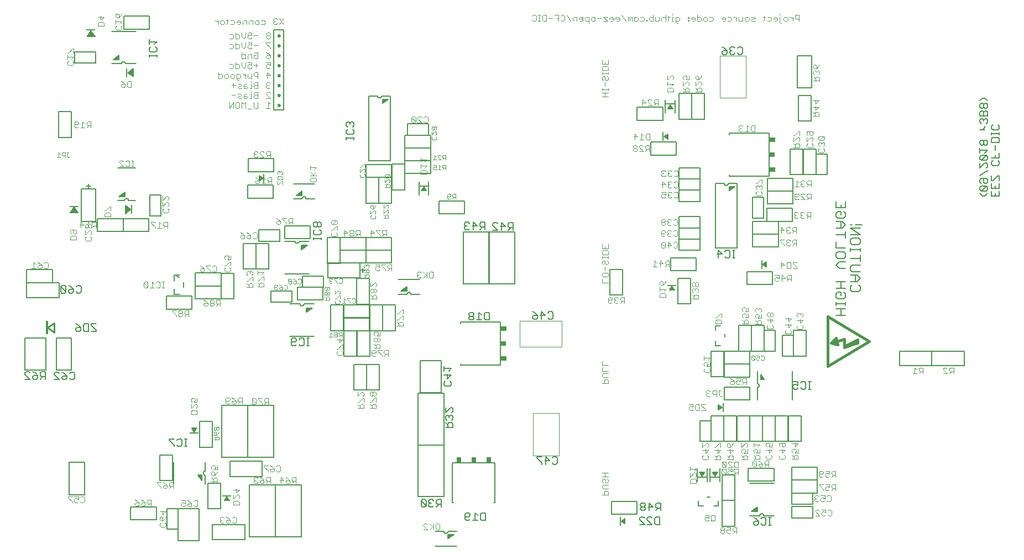
<source format=gbo>
G75*
%MOIN*%
%OFA0B0*%
%FSLAX25Y25*%
%IPPOS*%
%LPD*%
%AMOC8*
5,1,8,0,0,1.08239X$1,22.5*
%
%ADD10C,0.00400*%
%ADD11C,0.00500*%
%ADD12C,0.01000*%
%ADD13C,0.00600*%
%ADD14C,0.01600*%
%ADD15C,0.00700*%
%ADD16C,0.00800*%
%ADD17R,0.03268X0.02992*%
%ADD18R,0.03583X0.02992*%
%ADD19R,0.00787X0.05512*%
%ADD20C,0.00300*%
%ADD21R,0.02992X0.03268*%
%ADD22R,0.02992X0.03583*%
%ADD23R,0.05512X0.00787*%
%ADD24C,0.00200*%
%ADD25R,0.01181X0.08268*%
D10*
X0063151Y0046700D02*
X0063151Y0047301D01*
X0060749Y0049703D01*
X0060749Y0050303D01*
X0063151Y0050303D01*
X0064432Y0050303D02*
X0066834Y0050303D01*
X0066834Y0048502D01*
X0065633Y0049102D01*
X0065033Y0049102D01*
X0064432Y0048502D01*
X0064432Y0047301D01*
X0065033Y0046700D01*
X0066234Y0046700D01*
X0066834Y0047301D01*
X0068115Y0047301D02*
X0068716Y0046700D01*
X0069917Y0046700D01*
X0070517Y0047301D01*
X0070517Y0049703D01*
X0069917Y0050303D01*
X0068716Y0050303D01*
X0068115Y0049703D01*
X0100999Y0048303D02*
X0102200Y0047703D01*
X0103401Y0046502D01*
X0101600Y0046502D01*
X0100999Y0045901D01*
X0100999Y0045301D01*
X0101600Y0044700D01*
X0102801Y0044700D01*
X0103401Y0045301D01*
X0103401Y0046502D01*
X0104682Y0045901D02*
X0105283Y0046502D01*
X0107084Y0046502D01*
X0107084Y0045301D01*
X0106484Y0044700D01*
X0105283Y0044700D01*
X0104682Y0045301D01*
X0104682Y0045901D01*
X0105883Y0047703D02*
X0107084Y0046502D01*
X0108365Y0046502D02*
X0108365Y0047703D01*
X0108966Y0048303D01*
X0110767Y0048303D01*
X0110767Y0044700D01*
X0110767Y0045901D02*
X0108966Y0045901D01*
X0108365Y0046502D01*
X0109566Y0045901D02*
X0108365Y0044700D01*
X0105883Y0047703D02*
X0104682Y0048303D01*
X0115868Y0041118D02*
X0119471Y0041118D01*
X0117670Y0039316D01*
X0117670Y0041718D01*
X0117069Y0038035D02*
X0117670Y0037435D01*
X0117670Y0035633D01*
X0116468Y0035633D01*
X0115868Y0036234D01*
X0115868Y0037435D01*
X0116468Y0038035D01*
X0117069Y0038035D01*
X0118871Y0036834D02*
X0117670Y0035633D01*
X0118871Y0036834D02*
X0119471Y0038035D01*
X0118871Y0034352D02*
X0119471Y0033752D01*
X0119471Y0032551D01*
X0118871Y0031950D01*
X0116468Y0031950D01*
X0115868Y0032551D01*
X0115868Y0033752D01*
X0116468Y0034352D01*
X0128999Y0044801D02*
X0129600Y0044200D01*
X0130801Y0044200D01*
X0131401Y0044801D01*
X0131401Y0046002D02*
X0130200Y0046602D01*
X0129600Y0046602D01*
X0128999Y0046002D01*
X0128999Y0044801D01*
X0131401Y0046002D02*
X0131401Y0047803D01*
X0128999Y0047803D01*
X0132682Y0047803D02*
X0133883Y0047203D01*
X0135084Y0046002D01*
X0133283Y0046002D01*
X0132682Y0045401D01*
X0132682Y0044801D01*
X0133283Y0044200D01*
X0134484Y0044200D01*
X0135084Y0044801D01*
X0135084Y0046002D01*
X0136365Y0047203D02*
X0136966Y0047803D01*
X0138167Y0047803D01*
X0138767Y0047203D01*
X0138767Y0044801D01*
X0138167Y0044200D01*
X0136966Y0044200D01*
X0136365Y0044801D01*
X0123968Y0055200D02*
X0123968Y0058803D01*
X0122166Y0058803D01*
X0121566Y0058203D01*
X0121566Y0057002D01*
X0122166Y0056401D01*
X0123968Y0056401D01*
X0122767Y0056401D02*
X0121566Y0055200D01*
X0120285Y0055801D02*
X0119684Y0055200D01*
X0118483Y0055200D01*
X0117883Y0055801D01*
X0117883Y0056401D01*
X0118483Y0057002D01*
X0120285Y0057002D01*
X0120285Y0055801D01*
X0120285Y0057002D02*
X0119084Y0058203D01*
X0117883Y0058803D01*
X0116602Y0058803D02*
X0114200Y0058803D01*
X0114200Y0058203D01*
X0116602Y0055801D01*
X0116602Y0055200D01*
X0147118Y0059200D02*
X0150721Y0059200D01*
X0150721Y0061002D01*
X0150121Y0061602D01*
X0148920Y0061602D01*
X0148319Y0061002D01*
X0148319Y0059200D01*
X0148319Y0060401D02*
X0147118Y0061602D01*
X0147718Y0062883D02*
X0147118Y0063484D01*
X0147118Y0064685D01*
X0147718Y0065285D01*
X0148319Y0065285D01*
X0148920Y0064685D01*
X0148920Y0062883D01*
X0147718Y0062883D01*
X0148920Y0062883D02*
X0150121Y0064084D01*
X0150721Y0065285D01*
X0150721Y0066566D02*
X0148920Y0066566D01*
X0149520Y0067767D01*
X0149520Y0068368D01*
X0148920Y0068968D01*
X0147718Y0068968D01*
X0147118Y0068368D01*
X0147118Y0067167D01*
X0147718Y0066566D01*
X0150721Y0066566D02*
X0150721Y0068968D01*
X0162107Y0054888D02*
X0162107Y0052486D01*
X0163908Y0054287D01*
X0160305Y0054287D01*
X0160305Y0051204D02*
X0160305Y0048802D01*
X0162707Y0051204D01*
X0163308Y0051204D01*
X0163908Y0050604D01*
X0163908Y0049403D01*
X0163308Y0048802D01*
X0163308Y0047521D02*
X0163908Y0046921D01*
X0163908Y0045119D01*
X0160305Y0045119D01*
X0160305Y0046921D01*
X0160905Y0047521D01*
X0163308Y0047521D01*
X0173300Y0058200D02*
X0174501Y0058200D01*
X0175102Y0058801D01*
X0176383Y0058801D02*
X0176383Y0059401D01*
X0176983Y0060002D01*
X0178785Y0060002D01*
X0178785Y0058801D01*
X0178184Y0058200D01*
X0176983Y0058200D01*
X0176383Y0058801D01*
X0177584Y0061203D02*
X0176383Y0061803D01*
X0177584Y0061203D02*
X0178785Y0060002D01*
X0180066Y0060002D02*
X0180666Y0059401D01*
X0182468Y0059401D01*
X0182468Y0058200D02*
X0182468Y0061803D01*
X0180666Y0061803D01*
X0180066Y0061203D01*
X0180066Y0060002D01*
X0181267Y0059401D02*
X0180066Y0058200D01*
X0175102Y0061203D02*
X0174501Y0061803D01*
X0173300Y0061803D01*
X0172700Y0061203D01*
X0172700Y0060602D01*
X0173300Y0060002D01*
X0172700Y0059401D01*
X0172700Y0058801D01*
X0173300Y0058200D01*
X0173300Y0060002D02*
X0173901Y0060002D01*
X0181151Y0065200D02*
X0181151Y0065801D01*
X0178749Y0068203D01*
X0178749Y0068803D01*
X0181151Y0068803D01*
X0182432Y0068803D02*
X0183633Y0068203D01*
X0184834Y0067002D01*
X0183033Y0067002D01*
X0182432Y0066401D01*
X0182432Y0065801D01*
X0183033Y0065200D01*
X0184234Y0065200D01*
X0184834Y0065801D01*
X0184834Y0067002D01*
X0186115Y0068203D02*
X0186716Y0068803D01*
X0187917Y0068803D01*
X0188517Y0068203D01*
X0188517Y0065801D01*
X0187917Y0065200D01*
X0186716Y0065200D01*
X0186115Y0065801D01*
X0188800Y0061803D02*
X0190602Y0060002D01*
X0188200Y0060002D01*
X0188800Y0061803D02*
X0188800Y0058200D01*
X0191883Y0058801D02*
X0191883Y0059401D01*
X0192483Y0060002D01*
X0194285Y0060002D01*
X0194285Y0058801D01*
X0193684Y0058200D01*
X0192483Y0058200D01*
X0191883Y0058801D01*
X0193084Y0061203D02*
X0194285Y0060002D01*
X0195566Y0060002D02*
X0196166Y0059401D01*
X0197968Y0059401D01*
X0197968Y0058200D02*
X0197968Y0061803D01*
X0196166Y0061803D01*
X0195566Y0061203D01*
X0195566Y0060002D01*
X0196767Y0059401D02*
X0195566Y0058200D01*
X0193084Y0061203D02*
X0191883Y0061803D01*
X0162017Y0037203D02*
X0162017Y0034801D01*
X0161417Y0034200D01*
X0160216Y0034200D01*
X0159615Y0034801D01*
X0158334Y0034801D02*
X0158334Y0036002D01*
X0156533Y0036002D01*
X0155932Y0035401D01*
X0155932Y0034801D01*
X0156533Y0034200D01*
X0157734Y0034200D01*
X0158334Y0034801D01*
X0158334Y0036002D02*
X0157133Y0037203D01*
X0155932Y0037803D01*
X0154651Y0037203D02*
X0154051Y0037803D01*
X0152850Y0037803D01*
X0152249Y0037203D01*
X0152249Y0036602D01*
X0152850Y0036002D01*
X0152249Y0035401D01*
X0152249Y0034801D01*
X0152850Y0034200D01*
X0154051Y0034200D01*
X0154651Y0034801D01*
X0153450Y0036002D02*
X0152850Y0036002D01*
X0159615Y0037203D02*
X0160216Y0037803D01*
X0161417Y0037803D01*
X0162017Y0037203D01*
X0138408Y0099869D02*
X0138408Y0101671D01*
X0137808Y0102271D01*
X0135405Y0102271D01*
X0134805Y0101671D01*
X0134805Y0099869D01*
X0138408Y0099869D01*
X0137808Y0103552D02*
X0138408Y0104153D01*
X0138408Y0105354D01*
X0137808Y0105954D01*
X0137207Y0105954D01*
X0134805Y0103552D01*
X0134805Y0105954D01*
X0135405Y0107236D02*
X0134805Y0107836D01*
X0134805Y0109037D01*
X0135405Y0109638D01*
X0136607Y0109638D01*
X0137207Y0109037D01*
X0137207Y0108437D01*
X0136607Y0107236D01*
X0138408Y0107236D01*
X0138408Y0109638D01*
X0155749Y0109203D02*
X0156350Y0109803D01*
X0157551Y0109803D01*
X0158151Y0109203D01*
X0158151Y0108602D01*
X0157551Y0108002D01*
X0155749Y0108002D01*
X0155749Y0106801D02*
X0155749Y0109203D01*
X0155749Y0106801D02*
X0156350Y0106200D01*
X0157551Y0106200D01*
X0158151Y0106801D01*
X0159432Y0106801D02*
X0159432Y0107401D01*
X0160033Y0108002D01*
X0161834Y0108002D01*
X0161834Y0106801D01*
X0161234Y0106200D01*
X0160033Y0106200D01*
X0159432Y0106801D01*
X0160633Y0109203D02*
X0161834Y0108002D01*
X0163115Y0108002D02*
X0163716Y0107401D01*
X0165517Y0107401D01*
X0164316Y0107401D02*
X0163115Y0106200D01*
X0163115Y0108002D02*
X0163115Y0109203D01*
X0163716Y0109803D01*
X0165517Y0109803D01*
X0165517Y0106200D01*
X0160633Y0109203D02*
X0159432Y0109803D01*
X0171499Y0108953D02*
X0173901Y0106551D01*
X0173301Y0105950D01*
X0172100Y0105950D01*
X0171499Y0106551D01*
X0171499Y0108953D01*
X0172100Y0109553D01*
X0173301Y0109553D01*
X0173901Y0108953D01*
X0173901Y0106551D01*
X0175182Y0108953D02*
X0177584Y0106551D01*
X0177584Y0105950D01*
X0178865Y0105950D02*
X0180066Y0107151D01*
X0179466Y0107151D02*
X0181267Y0107151D01*
X0181267Y0105950D02*
X0181267Y0109553D01*
X0179466Y0109553D01*
X0178865Y0108953D01*
X0178865Y0107752D01*
X0179466Y0107151D01*
X0177584Y0109553D02*
X0175182Y0109553D01*
X0175182Y0108953D01*
X0222618Y0136301D02*
X0222618Y0137502D01*
X0223218Y0138102D01*
X0223218Y0139383D02*
X0222618Y0139383D01*
X0223218Y0139383D02*
X0225621Y0141785D01*
X0226221Y0141785D01*
X0226221Y0139383D01*
X0225621Y0138102D02*
X0226221Y0137502D01*
X0226221Y0136301D01*
X0225621Y0135700D01*
X0223218Y0135700D01*
X0222618Y0136301D01*
X0224420Y0143066D02*
X0224420Y0145468D01*
X0226221Y0144868D02*
X0224420Y0143066D01*
X0226221Y0144868D02*
X0222618Y0144868D01*
X0243749Y0137953D02*
X0243749Y0135551D01*
X0244350Y0134950D01*
X0245551Y0134950D01*
X0246151Y0135551D01*
X0245551Y0136752D02*
X0243749Y0136752D01*
X0243749Y0137953D02*
X0244350Y0138553D01*
X0245551Y0138553D01*
X0246151Y0137953D01*
X0246151Y0137352D01*
X0245551Y0136752D01*
X0247432Y0137953D02*
X0249834Y0135551D01*
X0249834Y0134950D01*
X0251115Y0134950D02*
X0252316Y0136151D01*
X0251716Y0136151D02*
X0253517Y0136151D01*
X0253517Y0134950D02*
X0253517Y0138553D01*
X0251716Y0138553D01*
X0251115Y0137953D01*
X0251115Y0136752D01*
X0251716Y0136151D01*
X0249834Y0138553D02*
X0247432Y0138553D01*
X0247432Y0137953D01*
X0246319Y0139901D02*
X0246319Y0141702D01*
X0246920Y0142303D01*
X0248121Y0142303D01*
X0248721Y0141702D01*
X0248721Y0139901D01*
X0245118Y0139901D01*
X0246319Y0141102D02*
X0245118Y0142303D01*
X0245718Y0143584D02*
X0246319Y0143584D01*
X0246920Y0144184D01*
X0246920Y0145385D01*
X0246319Y0145986D01*
X0245718Y0145986D01*
X0245118Y0145385D01*
X0245118Y0144184D01*
X0245718Y0143584D01*
X0246920Y0144184D02*
X0247520Y0143584D01*
X0248121Y0143584D01*
X0248721Y0144184D01*
X0248721Y0145385D01*
X0248121Y0145986D01*
X0247520Y0145986D01*
X0246920Y0145385D01*
X0246920Y0147267D02*
X0247520Y0148468D01*
X0247520Y0149068D01*
X0246920Y0149669D01*
X0245718Y0149669D01*
X0245118Y0149068D01*
X0245118Y0147867D01*
X0245718Y0147267D01*
X0246920Y0147267D02*
X0248721Y0147267D01*
X0248721Y0149669D01*
X0258868Y0153151D02*
X0262471Y0153151D01*
X0262471Y0154952D01*
X0261871Y0155553D01*
X0260670Y0155553D01*
X0260069Y0154952D01*
X0260069Y0153151D01*
X0260069Y0154352D02*
X0258868Y0155553D01*
X0258868Y0156834D02*
X0259468Y0156834D01*
X0261871Y0159236D01*
X0262471Y0159236D01*
X0262471Y0156834D01*
X0262471Y0160517D02*
X0262471Y0162919D01*
X0261871Y0162919D01*
X0259468Y0160517D01*
X0258868Y0160517D01*
X0246721Y0169450D02*
X0246721Y0171252D01*
X0246121Y0171852D01*
X0244920Y0171852D01*
X0244319Y0171252D01*
X0244319Y0169450D01*
X0244319Y0170651D02*
X0243118Y0171852D01*
X0243718Y0173133D02*
X0244319Y0173133D01*
X0244920Y0173734D01*
X0244920Y0174935D01*
X0244319Y0175535D01*
X0243718Y0175535D01*
X0243118Y0174935D01*
X0243118Y0173734D01*
X0243718Y0173133D01*
X0244920Y0173734D02*
X0245520Y0173133D01*
X0246121Y0173133D01*
X0246721Y0173734D01*
X0246721Y0174935D01*
X0246121Y0175535D01*
X0245520Y0175535D01*
X0244920Y0174935D01*
X0246121Y0176816D02*
X0246721Y0177417D01*
X0246721Y0178618D01*
X0246121Y0179218D01*
X0245520Y0179218D01*
X0243118Y0176816D01*
X0243118Y0179218D01*
X0246600Y0186700D02*
X0247801Y0186700D01*
X0248401Y0187301D01*
X0248401Y0188502D02*
X0247200Y0189102D01*
X0246600Y0189102D01*
X0245999Y0188502D01*
X0245999Y0187301D01*
X0246600Y0186700D01*
X0248401Y0188502D02*
X0248401Y0190303D01*
X0245999Y0190303D01*
X0249682Y0190303D02*
X0249682Y0189703D01*
X0252084Y0187301D01*
X0252084Y0186700D01*
X0253365Y0186700D02*
X0254566Y0187901D01*
X0253966Y0187901D02*
X0255767Y0187901D01*
X0255767Y0186700D02*
X0255767Y0190303D01*
X0253966Y0190303D01*
X0253365Y0189703D01*
X0253365Y0188502D01*
X0253966Y0187901D01*
X0252084Y0190303D02*
X0249682Y0190303D01*
X0270999Y0185203D02*
X0270999Y0184602D01*
X0271600Y0184002D01*
X0270999Y0183401D01*
X0270999Y0182801D01*
X0271600Y0182200D01*
X0272801Y0182200D01*
X0273401Y0182801D01*
X0274682Y0182200D02*
X0276484Y0184002D01*
X0277084Y0183401D02*
X0274682Y0185803D01*
X0273401Y0185203D02*
X0272801Y0185803D01*
X0271600Y0185803D01*
X0270999Y0185203D01*
X0271600Y0184002D02*
X0272200Y0184002D01*
X0277084Y0185803D02*
X0277084Y0182200D01*
X0278365Y0182801D02*
X0278365Y0185203D01*
X0278966Y0185803D01*
X0280167Y0185803D01*
X0280767Y0185203D01*
X0280767Y0182801D01*
X0280167Y0182200D01*
X0278966Y0182200D01*
X0278365Y0182801D01*
X0246721Y0169450D02*
X0243118Y0169450D01*
X0222371Y0207200D02*
X0219968Y0207200D01*
X0219368Y0207801D01*
X0219368Y0209002D01*
X0219968Y0209602D01*
X0219968Y0210883D02*
X0219368Y0210883D01*
X0219968Y0210883D02*
X0222371Y0213285D01*
X0222971Y0213285D01*
X0222971Y0210883D01*
X0222371Y0209602D02*
X0222971Y0209002D01*
X0222971Y0207801D01*
X0222371Y0207200D01*
X0226749Y0209252D02*
X0229151Y0209252D01*
X0227350Y0211053D01*
X0227350Y0207450D01*
X0230432Y0208051D02*
X0231033Y0207450D01*
X0232234Y0207450D01*
X0232834Y0208051D01*
X0232834Y0208651D01*
X0232234Y0209252D01*
X0231033Y0209252D01*
X0230432Y0208651D01*
X0230432Y0208051D01*
X0231033Y0209252D02*
X0230432Y0209852D01*
X0230432Y0210453D01*
X0231033Y0211053D01*
X0232234Y0211053D01*
X0232834Y0210453D01*
X0232834Y0209852D01*
X0232234Y0209252D01*
X0234115Y0209252D02*
X0234716Y0208651D01*
X0236517Y0208651D01*
X0235316Y0208651D02*
X0234115Y0207450D01*
X0234115Y0209252D02*
X0234115Y0210453D01*
X0234716Y0211053D01*
X0236517Y0211053D01*
X0236517Y0207450D01*
X0242749Y0209252D02*
X0245151Y0209252D01*
X0243350Y0211053D01*
X0243350Y0207450D01*
X0246432Y0210453D02*
X0248834Y0208051D01*
X0248834Y0207450D01*
X0250115Y0207450D02*
X0251316Y0208651D01*
X0250716Y0208651D02*
X0252517Y0208651D01*
X0252517Y0207450D02*
X0252517Y0211053D01*
X0250716Y0211053D01*
X0250115Y0210453D01*
X0250115Y0209252D01*
X0250716Y0208651D01*
X0248834Y0211053D02*
X0246432Y0211053D01*
X0246432Y0210453D01*
X0222971Y0215167D02*
X0222371Y0214566D01*
X0219968Y0214566D01*
X0222371Y0216968D01*
X0219968Y0216968D01*
X0219368Y0216368D01*
X0219368Y0215167D01*
X0219968Y0214566D01*
X0222971Y0215167D02*
X0222971Y0216368D01*
X0222371Y0216968D01*
X0195968Y0215901D02*
X0194166Y0215901D01*
X0193566Y0216502D01*
X0193566Y0217703D01*
X0194166Y0218303D01*
X0195968Y0218303D01*
X0195968Y0214700D01*
X0194767Y0215901D02*
X0193566Y0214700D01*
X0192285Y0214700D02*
X0192285Y0215301D01*
X0189883Y0217703D01*
X0189883Y0218303D01*
X0192285Y0218303D01*
X0188602Y0216502D02*
X0186800Y0216502D01*
X0186200Y0215901D01*
X0186200Y0215301D01*
X0186800Y0214700D01*
X0188001Y0214700D01*
X0188602Y0215301D01*
X0188602Y0216502D01*
X0187401Y0217703D01*
X0186200Y0218303D01*
X0174468Y0208953D02*
X0174468Y0206551D01*
X0173867Y0205950D01*
X0172666Y0205950D01*
X0172066Y0206551D01*
X0170785Y0206551D02*
X0170785Y0207752D01*
X0168983Y0207752D01*
X0168383Y0207151D01*
X0168383Y0206551D01*
X0168983Y0205950D01*
X0170184Y0205950D01*
X0170785Y0206551D01*
X0170785Y0207752D02*
X0169584Y0208953D01*
X0168383Y0209553D01*
X0167102Y0207752D02*
X0165300Y0207752D01*
X0164700Y0207151D01*
X0164700Y0206551D01*
X0165300Y0205950D01*
X0166501Y0205950D01*
X0167102Y0206551D01*
X0167102Y0207752D01*
X0165901Y0208953D01*
X0164700Y0209553D01*
X0172066Y0208953D02*
X0172666Y0209553D01*
X0173867Y0209553D01*
X0174468Y0208953D01*
X0158721Y0195718D02*
X0158721Y0193316D01*
X0156920Y0193316D01*
X0157520Y0194517D01*
X0157520Y0195118D01*
X0156920Y0195718D01*
X0155718Y0195718D01*
X0155118Y0195118D01*
X0155118Y0193917D01*
X0155718Y0193316D01*
X0158121Y0192035D02*
X0155718Y0189633D01*
X0155118Y0189633D01*
X0155718Y0188352D02*
X0155118Y0187752D01*
X0155118Y0186551D01*
X0155718Y0185950D01*
X0158121Y0185950D01*
X0158721Y0186551D01*
X0158721Y0187752D01*
X0158121Y0188352D01*
X0158721Y0189633D02*
X0158721Y0192035D01*
X0158121Y0192035D01*
X0150017Y0188953D02*
X0150017Y0186551D01*
X0149417Y0185950D01*
X0148216Y0185950D01*
X0147615Y0186551D01*
X0146334Y0186551D02*
X0146334Y0185950D01*
X0146334Y0186551D02*
X0143932Y0188953D01*
X0143932Y0189553D01*
X0146334Y0189553D01*
X0147615Y0188953D02*
X0148216Y0189553D01*
X0149417Y0189553D01*
X0150017Y0188953D01*
X0142651Y0187752D02*
X0142651Y0186551D01*
X0142051Y0185950D01*
X0140850Y0185950D01*
X0140249Y0186551D01*
X0140249Y0187151D01*
X0140850Y0187752D01*
X0142651Y0187752D01*
X0141450Y0188953D01*
X0140249Y0189553D01*
X0118568Y0179803D02*
X0117367Y0179803D01*
X0117967Y0179803D02*
X0117967Y0176200D01*
X0117367Y0176200D02*
X0118568Y0176200D01*
X0116113Y0176801D02*
X0115512Y0176200D01*
X0114311Y0176200D01*
X0113711Y0176801D01*
X0112429Y0176200D02*
X0110027Y0176200D01*
X0111228Y0176200D02*
X0111228Y0179803D01*
X0112429Y0178602D01*
X0113711Y0179203D02*
X0114311Y0179803D01*
X0115512Y0179803D01*
X0116113Y0179203D01*
X0116113Y0176801D01*
X0108746Y0176801D02*
X0106344Y0179203D01*
X0106344Y0176801D01*
X0106945Y0176200D01*
X0108146Y0176200D01*
X0108746Y0176801D01*
X0108746Y0179203D01*
X0108146Y0179803D01*
X0106945Y0179803D01*
X0106344Y0179203D01*
X0123499Y0162553D02*
X0123499Y0161953D01*
X0125901Y0159551D01*
X0125901Y0158950D01*
X0127182Y0159551D02*
X0127783Y0158950D01*
X0128984Y0158950D01*
X0129584Y0159551D01*
X0129584Y0160151D01*
X0128984Y0160752D01*
X0127783Y0160752D01*
X0127182Y0160151D01*
X0127182Y0159551D01*
X0127783Y0160752D02*
X0127182Y0161352D01*
X0127182Y0161953D01*
X0127783Y0162553D01*
X0128984Y0162553D01*
X0129584Y0161953D01*
X0129584Y0161352D01*
X0128984Y0160752D01*
X0130865Y0160752D02*
X0131466Y0160151D01*
X0133267Y0160151D01*
X0132066Y0160151D02*
X0130865Y0158950D01*
X0130865Y0160752D02*
X0130865Y0161953D01*
X0131466Y0162553D01*
X0133267Y0162553D01*
X0133267Y0158950D01*
X0125901Y0162553D02*
X0123499Y0162553D01*
X0142450Y0165801D02*
X0142450Y0166401D01*
X0143050Y0167002D01*
X0144852Y0167002D01*
X0144852Y0165801D01*
X0144251Y0165200D01*
X0143050Y0165200D01*
X0142450Y0165801D01*
X0143651Y0168203D02*
X0144852Y0167002D01*
X0146133Y0167602D02*
X0146133Y0168203D01*
X0146733Y0168803D01*
X0147934Y0168803D01*
X0148535Y0168203D01*
X0148535Y0167602D01*
X0147934Y0167002D01*
X0146733Y0167002D01*
X0146133Y0166401D01*
X0146133Y0165801D01*
X0146733Y0165200D01*
X0147934Y0165200D01*
X0148535Y0165801D01*
X0148535Y0166401D01*
X0147934Y0167002D01*
X0146733Y0167002D02*
X0146133Y0167602D01*
X0143651Y0168203D02*
X0142450Y0168803D01*
X0149816Y0168203D02*
X0149816Y0167002D01*
X0150416Y0166401D01*
X0152218Y0166401D01*
X0152218Y0165200D02*
X0152218Y0168803D01*
X0150416Y0168803D01*
X0149816Y0168203D01*
X0151017Y0166401D02*
X0149816Y0165200D01*
X0168368Y0176401D02*
X0171971Y0176401D01*
X0171971Y0178202D01*
X0171371Y0178803D01*
X0170170Y0178803D01*
X0169569Y0178202D01*
X0169569Y0176401D01*
X0169569Y0177602D02*
X0168368Y0178803D01*
X0168368Y0180084D02*
X0168968Y0180084D01*
X0171371Y0182486D01*
X0171971Y0182486D01*
X0171971Y0180084D01*
X0174868Y0180584D02*
X0175468Y0180584D01*
X0177871Y0182986D01*
X0178471Y0182986D01*
X0178471Y0180584D01*
X0177871Y0179303D02*
X0176670Y0179303D01*
X0176069Y0178702D01*
X0176069Y0176901D01*
X0176069Y0178102D02*
X0174868Y0179303D01*
X0174868Y0176901D02*
X0178471Y0176901D01*
X0178471Y0178702D01*
X0177871Y0179303D01*
X0171971Y0184367D02*
X0171371Y0183767D01*
X0171971Y0184367D02*
X0171971Y0185568D01*
X0171371Y0186169D01*
X0170770Y0186169D01*
X0170170Y0185568D01*
X0169569Y0186169D01*
X0168968Y0186169D01*
X0168368Y0185568D01*
X0168368Y0184367D01*
X0168968Y0183767D01*
X0170170Y0184968D02*
X0170170Y0185568D01*
X0174868Y0185468D02*
X0178471Y0185468D01*
X0177270Y0184267D01*
X0174868Y0184267D02*
X0174868Y0186669D01*
X0120517Y0212200D02*
X0120517Y0215803D01*
X0118716Y0215803D01*
X0118115Y0215203D01*
X0118115Y0214002D01*
X0118716Y0213401D01*
X0120517Y0213401D01*
X0119316Y0213401D02*
X0118115Y0212200D01*
X0116834Y0212200D02*
X0114432Y0212200D01*
X0115633Y0212200D02*
X0115633Y0215803D01*
X0116834Y0214602D01*
X0113151Y0215803D02*
X0110749Y0215803D01*
X0110749Y0215203D01*
X0113151Y0212801D01*
X0113151Y0212200D01*
X0118218Y0221651D02*
X0117618Y0222251D01*
X0117618Y0223452D01*
X0118218Y0224053D01*
X0117618Y0225334D02*
X0120020Y0227736D01*
X0120621Y0227736D01*
X0121221Y0227135D01*
X0121221Y0225934D01*
X0120621Y0225334D01*
X0120621Y0224053D02*
X0121221Y0223452D01*
X0121221Y0222251D01*
X0120621Y0221651D01*
X0118218Y0221651D01*
X0117618Y0225334D02*
X0117618Y0227736D01*
X0117618Y0229017D02*
X0120020Y0231419D01*
X0120621Y0231419D01*
X0121221Y0230818D01*
X0121221Y0229617D01*
X0120621Y0229017D01*
X0117618Y0229017D02*
X0117618Y0231419D01*
X0100068Y0249450D02*
X0098867Y0249450D01*
X0099467Y0249450D02*
X0099467Y0253053D01*
X0098867Y0253053D02*
X0100068Y0253053D01*
X0097613Y0252453D02*
X0097613Y0250051D01*
X0097012Y0249450D01*
X0095811Y0249450D01*
X0095211Y0250051D01*
X0093929Y0249450D02*
X0091527Y0251852D01*
X0091527Y0252453D01*
X0092128Y0253053D01*
X0093329Y0253053D01*
X0093929Y0252453D01*
X0095211Y0252453D02*
X0095811Y0253053D01*
X0097012Y0253053D01*
X0097613Y0252453D01*
X0093929Y0249450D02*
X0091527Y0249450D01*
X0086158Y0225204D02*
X0085558Y0225204D01*
X0083155Y0222802D01*
X0082555Y0222802D01*
X0083155Y0221521D02*
X0085558Y0221521D01*
X0086158Y0220921D01*
X0086158Y0219119D01*
X0082555Y0219119D01*
X0082555Y0220921D01*
X0083155Y0221521D01*
X0086158Y0222802D02*
X0086158Y0225204D01*
X0077468Y0216053D02*
X0075666Y0216053D01*
X0075066Y0215453D01*
X0075066Y0214252D01*
X0075666Y0213651D01*
X0077468Y0213651D01*
X0077468Y0212450D02*
X0077468Y0216053D01*
X0076267Y0213651D02*
X0075066Y0212450D01*
X0074721Y0212617D02*
X0074721Y0213818D01*
X0074121Y0214419D01*
X0073520Y0214419D01*
X0072920Y0213818D01*
X0072319Y0214419D01*
X0071718Y0214419D01*
X0071118Y0213818D01*
X0071118Y0212617D01*
X0071718Y0212017D01*
X0071383Y0212450D02*
X0073785Y0212450D01*
X0074121Y0212017D02*
X0074721Y0212617D01*
X0072920Y0213218D02*
X0072920Y0213818D01*
X0073785Y0214852D02*
X0072584Y0216053D01*
X0072584Y0212450D01*
X0073520Y0210736D02*
X0074121Y0210736D01*
X0074721Y0210135D01*
X0074721Y0208934D01*
X0074121Y0208334D01*
X0074121Y0207053D02*
X0074721Y0206452D01*
X0074721Y0205251D01*
X0074121Y0204651D01*
X0071718Y0204651D01*
X0071118Y0205251D01*
X0071118Y0206452D01*
X0071718Y0207053D01*
X0071118Y0208334D02*
X0073520Y0210736D01*
X0071118Y0210736D02*
X0071118Y0208334D01*
X0068300Y0212450D02*
X0068300Y0216053D01*
X0070102Y0214252D01*
X0067700Y0214252D01*
X0064934Y0211250D02*
X0065534Y0210649D01*
X0065534Y0209448D01*
X0064934Y0208848D01*
X0064333Y0208848D01*
X0063733Y0209448D01*
X0063733Y0211250D01*
X0064934Y0211250D02*
X0062531Y0211250D01*
X0061931Y0210649D01*
X0061931Y0209448D01*
X0062531Y0208848D01*
X0062531Y0207566D02*
X0064934Y0207566D01*
X0065534Y0206966D01*
X0065534Y0205164D01*
X0061931Y0205164D01*
X0061931Y0206966D01*
X0062531Y0207566D01*
X0047917Y0191553D02*
X0048517Y0190953D01*
X0048517Y0188551D01*
X0047917Y0187950D01*
X0046716Y0187950D01*
X0046115Y0188551D01*
X0044834Y0188551D02*
X0044234Y0187950D01*
X0043033Y0187950D01*
X0042432Y0188551D01*
X0042432Y0189151D01*
X0043033Y0189752D01*
X0044834Y0189752D01*
X0044834Y0188551D01*
X0044834Y0189752D02*
X0043633Y0190953D01*
X0042432Y0191553D01*
X0041151Y0190352D02*
X0039950Y0191553D01*
X0039950Y0187950D01*
X0041151Y0187950D02*
X0038749Y0187950D01*
X0046115Y0190953D02*
X0046716Y0191553D01*
X0047917Y0191553D01*
X0173499Y0239801D02*
X0173499Y0240401D01*
X0174100Y0241002D01*
X0175901Y0241002D01*
X0175901Y0239801D01*
X0175301Y0239200D01*
X0174100Y0239200D01*
X0173499Y0239801D01*
X0174700Y0242203D02*
X0175901Y0241002D01*
X0174700Y0242203D02*
X0173499Y0242803D01*
X0178383Y0242803D02*
X0178383Y0239200D01*
X0179584Y0239200D02*
X0177182Y0239200D01*
X0179584Y0241602D02*
X0178383Y0242803D01*
X0180865Y0242203D02*
X0181466Y0242803D01*
X0183267Y0242803D01*
X0183267Y0239200D01*
X0183267Y0240401D02*
X0181466Y0240401D01*
X0180865Y0241002D01*
X0180865Y0242203D01*
X0182066Y0240401D02*
X0180865Y0239200D01*
X0180066Y0254950D02*
X0181267Y0256151D01*
X0180666Y0256151D02*
X0182468Y0256151D01*
X0182468Y0254950D02*
X0182468Y0258553D01*
X0180666Y0258553D01*
X0180066Y0257953D01*
X0180066Y0256752D01*
X0180666Y0256151D01*
X0178785Y0254950D02*
X0176383Y0257352D01*
X0176383Y0257953D01*
X0176983Y0258553D01*
X0178184Y0258553D01*
X0178785Y0257953D01*
X0178785Y0254950D02*
X0176383Y0254950D01*
X0175102Y0255551D02*
X0174501Y0254950D01*
X0173300Y0254950D01*
X0172700Y0255551D01*
X0172700Y0256151D01*
X0173300Y0256752D01*
X0173901Y0256752D01*
X0173300Y0256752D02*
X0172700Y0257352D01*
X0172700Y0257953D01*
X0173300Y0258553D01*
X0174501Y0258553D01*
X0175102Y0257953D01*
X0206618Y0249968D02*
X0206618Y0247566D01*
X0206618Y0248767D02*
X0210221Y0248767D01*
X0209020Y0247566D01*
X0210221Y0246285D02*
X0207819Y0243883D01*
X0208420Y0244484D02*
X0206618Y0246285D01*
X0206618Y0243883D02*
X0210221Y0243883D01*
X0209621Y0242602D02*
X0210221Y0242002D01*
X0210221Y0240801D01*
X0209621Y0240200D01*
X0207218Y0240200D01*
X0206618Y0240801D01*
X0206618Y0242002D01*
X0207218Y0242602D01*
X0209621Y0242602D01*
X0267749Y0276551D02*
X0267749Y0278953D01*
X0270151Y0276551D01*
X0269551Y0275950D01*
X0268350Y0275950D01*
X0267749Y0276551D01*
X0267749Y0278953D02*
X0268350Y0279553D01*
X0269551Y0279553D01*
X0270151Y0278953D01*
X0270151Y0276551D01*
X0271432Y0275950D02*
X0273834Y0275950D01*
X0271432Y0278352D01*
X0271432Y0278953D01*
X0272033Y0279553D01*
X0273234Y0279553D01*
X0273834Y0278953D01*
X0275115Y0278953D02*
X0275716Y0279553D01*
X0276917Y0279553D01*
X0277517Y0278953D01*
X0277517Y0276551D01*
X0276917Y0275950D01*
X0275716Y0275950D01*
X0275115Y0276551D01*
X0273305Y0254638D02*
X0273305Y0252236D01*
X0273305Y0253437D02*
X0276908Y0253437D01*
X0275707Y0252236D01*
X0273305Y0250954D02*
X0273305Y0248552D01*
X0273305Y0249753D02*
X0276908Y0249753D01*
X0275707Y0248552D01*
X0276308Y0247271D02*
X0276908Y0246671D01*
X0276908Y0244869D01*
X0273305Y0244869D01*
X0273305Y0246671D01*
X0273905Y0247271D01*
X0276308Y0247271D01*
X0182468Y0284700D02*
X0180066Y0284700D01*
X0181267Y0284700D02*
X0181267Y0288303D01*
X0182468Y0287102D01*
X0182468Y0290700D02*
X0180066Y0293102D01*
X0180066Y0293703D01*
X0180666Y0294303D01*
X0181867Y0294303D01*
X0182468Y0293703D01*
X0182468Y0290700D02*
X0180066Y0290700D01*
X0175102Y0290700D02*
X0175102Y0294303D01*
X0173300Y0294303D01*
X0172700Y0293703D01*
X0172700Y0293102D01*
X0173300Y0292502D01*
X0175102Y0292502D01*
X0173300Y0292502D02*
X0172700Y0291901D01*
X0172700Y0291301D01*
X0173300Y0290700D01*
X0175102Y0290700D01*
X0175102Y0288303D02*
X0175102Y0285301D01*
X0174501Y0284700D01*
X0173300Y0284700D01*
X0172700Y0285301D01*
X0172700Y0288303D01*
X0171419Y0290700D02*
X0170218Y0290700D01*
X0170818Y0290700D02*
X0170818Y0293102D01*
X0171419Y0293102D01*
X0170818Y0294303D02*
X0170818Y0294904D01*
X0170818Y0296700D02*
X0170818Y0299102D01*
X0171419Y0299102D01*
X0172700Y0299102D02*
X0173300Y0298502D01*
X0175102Y0298502D01*
X0175102Y0300303D02*
X0173300Y0300303D01*
X0172700Y0299703D01*
X0172700Y0299102D01*
X0173300Y0298502D02*
X0172700Y0297901D01*
X0172700Y0297301D01*
X0173300Y0296700D01*
X0175102Y0296700D01*
X0175102Y0300303D01*
X0175102Y0302700D02*
X0175102Y0306303D01*
X0173300Y0306303D01*
X0172700Y0305703D01*
X0172700Y0304502D01*
X0173300Y0303901D01*
X0175102Y0303901D01*
X0171419Y0303301D02*
X0170818Y0302700D01*
X0170218Y0303301D01*
X0169617Y0302700D01*
X0169016Y0303301D01*
X0169016Y0305102D01*
X0167735Y0305102D02*
X0167735Y0302700D01*
X0167735Y0303901D02*
X0166534Y0305102D01*
X0165934Y0305102D01*
X0164666Y0304502D02*
X0164666Y0303301D01*
X0164066Y0302700D01*
X0162264Y0302700D01*
X0162264Y0302099D02*
X0162264Y0305102D01*
X0164066Y0305102D01*
X0164666Y0304502D01*
X0163465Y0301499D02*
X0162865Y0301499D01*
X0162264Y0302099D01*
X0160983Y0303301D02*
X0160382Y0302700D01*
X0159181Y0302700D01*
X0158581Y0303301D01*
X0158581Y0304502D01*
X0159181Y0305102D01*
X0160382Y0305102D01*
X0160983Y0304502D01*
X0160983Y0303301D01*
X0160396Y0299703D02*
X0160396Y0297301D01*
X0161597Y0298502D02*
X0159195Y0298502D01*
X0162878Y0299102D02*
X0164679Y0299102D01*
X0165280Y0298502D01*
X0164679Y0297901D01*
X0163478Y0297901D01*
X0162878Y0297301D01*
X0163478Y0296700D01*
X0165280Y0296700D01*
X0166561Y0296700D02*
X0168363Y0296700D01*
X0168963Y0297301D01*
X0168363Y0297901D01*
X0166561Y0297901D01*
X0166561Y0298502D02*
X0166561Y0296700D01*
X0166561Y0298502D02*
X0167162Y0299102D01*
X0168363Y0299102D01*
X0170818Y0300303D02*
X0170818Y0300904D01*
X0171419Y0303301D02*
X0171419Y0305102D01*
X0170818Y0308700D02*
X0171419Y0309301D01*
X0170818Y0308700D02*
X0169617Y0308700D01*
X0169016Y0309301D01*
X0169016Y0310502D01*
X0169617Y0311102D01*
X0170218Y0311102D01*
X0171419Y0310502D01*
X0171419Y0312303D01*
X0169016Y0312303D01*
X0167735Y0312303D02*
X0167735Y0309901D01*
X0166534Y0308700D01*
X0165333Y0309901D01*
X0165333Y0312303D01*
X0164052Y0310502D02*
X0163452Y0311102D01*
X0161650Y0311102D01*
X0161650Y0312303D02*
X0161650Y0308700D01*
X0163452Y0308700D01*
X0164052Y0309301D01*
X0164052Y0310502D01*
X0160369Y0310502D02*
X0160369Y0309301D01*
X0159769Y0308700D01*
X0157967Y0308700D01*
X0157967Y0311102D02*
X0159769Y0311102D01*
X0160369Y0310502D01*
X0165333Y0314700D02*
X0167135Y0314700D01*
X0167735Y0315301D01*
X0167735Y0316502D01*
X0167135Y0317102D01*
X0165333Y0317102D01*
X0165333Y0318303D02*
X0165333Y0314700D01*
X0169016Y0314700D02*
X0169016Y0316502D01*
X0169617Y0317102D01*
X0171419Y0317102D01*
X0171419Y0314700D01*
X0172700Y0315301D02*
X0172700Y0316502D01*
X0173901Y0316502D01*
X0175102Y0317703D02*
X0175102Y0315301D01*
X0174501Y0314700D01*
X0173300Y0314700D01*
X0172700Y0315301D01*
X0172700Y0317703D02*
X0173300Y0318303D01*
X0174501Y0318303D01*
X0175102Y0317703D01*
X0175102Y0322502D02*
X0172700Y0322502D01*
X0171419Y0322502D02*
X0170218Y0323102D01*
X0169617Y0323102D01*
X0169016Y0322502D01*
X0169016Y0321301D01*
X0169617Y0320700D01*
X0170818Y0320700D01*
X0171419Y0321301D01*
X0171419Y0322502D02*
X0171419Y0324303D01*
X0169016Y0324303D01*
X0167735Y0324303D02*
X0167735Y0321901D01*
X0166534Y0320700D01*
X0165333Y0321901D01*
X0165333Y0324303D01*
X0164052Y0322502D02*
X0163452Y0323102D01*
X0161650Y0323102D01*
X0161650Y0324303D02*
X0161650Y0320700D01*
X0163452Y0320700D01*
X0164052Y0321301D01*
X0164052Y0322502D01*
X0160369Y0322502D02*
X0160369Y0321301D01*
X0159769Y0320700D01*
X0157967Y0320700D01*
X0157967Y0323102D02*
X0159769Y0323102D01*
X0160369Y0322502D01*
X0159769Y0326700D02*
X0157967Y0326700D01*
X0159769Y0326700D02*
X0160369Y0327301D01*
X0160369Y0328502D01*
X0159769Y0329102D01*
X0157967Y0329102D01*
X0161650Y0329102D02*
X0163452Y0329102D01*
X0164052Y0328502D01*
X0164052Y0327301D01*
X0163452Y0326700D01*
X0161650Y0326700D01*
X0161650Y0330303D01*
X0165333Y0330303D02*
X0165333Y0327901D01*
X0166534Y0326700D01*
X0167735Y0327901D01*
X0167735Y0330303D01*
X0169016Y0329703D02*
X0169617Y0330303D01*
X0170818Y0330303D01*
X0171419Y0329703D01*
X0171419Y0329102D01*
X0170818Y0328502D01*
X0169016Y0328502D01*
X0169016Y0327301D02*
X0169016Y0329703D01*
X0169016Y0327301D02*
X0169617Y0326700D01*
X0170818Y0326700D01*
X0171419Y0327301D01*
X0172700Y0328502D02*
X0175102Y0328502D01*
X0180066Y0329102D02*
X0180666Y0328502D01*
X0181867Y0328502D01*
X0182468Y0329102D01*
X0182468Y0329703D01*
X0181867Y0330303D01*
X0180666Y0330303D01*
X0180066Y0329703D01*
X0180066Y0329102D01*
X0180666Y0328502D02*
X0180066Y0327901D01*
X0180066Y0327301D01*
X0180666Y0326700D01*
X0181867Y0326700D01*
X0182468Y0327301D01*
X0182468Y0327901D01*
X0181867Y0328502D01*
X0178818Y0335200D02*
X0177016Y0335200D01*
X0175735Y0335801D02*
X0175135Y0335200D01*
X0173934Y0335200D01*
X0173333Y0335801D01*
X0173333Y0337002D01*
X0173934Y0337602D01*
X0175135Y0337602D01*
X0175735Y0337002D01*
X0175735Y0335801D01*
X0177016Y0337602D02*
X0178818Y0337602D01*
X0179419Y0337002D01*
X0179419Y0335801D01*
X0178818Y0335200D01*
X0184383Y0335801D02*
X0184383Y0336401D01*
X0184983Y0337002D01*
X0185584Y0337002D01*
X0184983Y0337002D02*
X0184383Y0337602D01*
X0184383Y0338203D01*
X0184983Y0338803D01*
X0186184Y0338803D01*
X0186785Y0338203D01*
X0188066Y0338803D02*
X0190468Y0335200D01*
X0188066Y0335200D02*
X0190468Y0338803D01*
X0186785Y0335801D02*
X0186184Y0335200D01*
X0184983Y0335200D01*
X0184383Y0335801D01*
X0172052Y0335200D02*
X0172052Y0337602D01*
X0170251Y0337602D01*
X0169650Y0337002D01*
X0169650Y0335200D01*
X0168369Y0335200D02*
X0168369Y0337602D01*
X0166568Y0337602D01*
X0165967Y0337002D01*
X0165967Y0335200D01*
X0164686Y0335801D02*
X0164686Y0337002D01*
X0164085Y0337602D01*
X0162884Y0337602D01*
X0162284Y0337002D01*
X0162284Y0336401D01*
X0164686Y0336401D01*
X0164686Y0335801D02*
X0164085Y0335200D01*
X0162884Y0335200D01*
X0161003Y0335801D02*
X0160402Y0335200D01*
X0158601Y0335200D01*
X0156719Y0335801D02*
X0156719Y0338203D01*
X0157320Y0337602D02*
X0156119Y0337602D01*
X0154864Y0337002D02*
X0154864Y0335801D01*
X0154264Y0335200D01*
X0153063Y0335200D01*
X0152462Y0335801D01*
X0152462Y0337002D01*
X0153063Y0337602D01*
X0154264Y0337602D01*
X0154864Y0337002D01*
X0156119Y0335200D02*
X0156719Y0335801D01*
X0158601Y0337602D02*
X0160402Y0337602D01*
X0161003Y0337002D01*
X0161003Y0335801D01*
X0151181Y0336401D02*
X0149980Y0337602D01*
X0149380Y0337602D01*
X0151181Y0337602D02*
X0151181Y0335200D01*
X0180066Y0324303D02*
X0180066Y0323703D01*
X0182468Y0321301D01*
X0182468Y0320700D01*
X0181267Y0317703D02*
X0182468Y0316502D01*
X0180666Y0316502D01*
X0180066Y0315901D01*
X0180066Y0315301D01*
X0180666Y0314700D01*
X0181867Y0314700D01*
X0182468Y0315301D01*
X0182468Y0316502D01*
X0181267Y0317703D02*
X0180066Y0318303D01*
X0180066Y0324303D02*
X0182468Y0324303D01*
X0182468Y0312303D02*
X0182468Y0310502D01*
X0181267Y0311102D01*
X0180666Y0311102D01*
X0180066Y0310502D01*
X0180066Y0309301D01*
X0180666Y0308700D01*
X0181867Y0308700D01*
X0182468Y0309301D01*
X0182468Y0312303D02*
X0180066Y0312303D01*
X0175102Y0310502D02*
X0172700Y0310502D01*
X0173901Y0311703D02*
X0173901Y0309301D01*
X0180666Y0306303D02*
X0182468Y0304502D01*
X0180066Y0304502D01*
X0180666Y0306303D02*
X0180666Y0302700D01*
X0180666Y0300303D02*
X0180066Y0299703D01*
X0180066Y0299102D01*
X0180666Y0298502D01*
X0180066Y0297901D01*
X0180066Y0297301D01*
X0180666Y0296700D01*
X0181867Y0296700D01*
X0182468Y0297301D01*
X0181267Y0298502D02*
X0180666Y0298502D01*
X0180666Y0300303D02*
X0181867Y0300303D01*
X0182468Y0299703D01*
X0171419Y0296700D02*
X0170218Y0296700D01*
X0168363Y0293102D02*
X0167162Y0293102D01*
X0166561Y0292502D01*
X0166561Y0290700D01*
X0168363Y0290700D01*
X0168963Y0291301D01*
X0168363Y0291901D01*
X0166561Y0291901D01*
X0165280Y0292502D02*
X0164679Y0293102D01*
X0162878Y0293102D01*
X0163478Y0291901D02*
X0164679Y0291901D01*
X0165280Y0292502D01*
X0165280Y0290700D02*
X0163478Y0290700D01*
X0162878Y0291301D01*
X0163478Y0291901D01*
X0161597Y0292502D02*
X0159195Y0292502D01*
X0160369Y0288303D02*
X0157967Y0284700D01*
X0157967Y0288303D01*
X0160369Y0288303D02*
X0160369Y0284700D01*
X0161650Y0285301D02*
X0161650Y0287703D01*
X0162251Y0288303D01*
X0163452Y0288303D01*
X0164052Y0287703D01*
X0164052Y0285301D01*
X0163452Y0284700D01*
X0162251Y0284700D01*
X0161650Y0285301D01*
X0165333Y0284700D02*
X0165333Y0288303D01*
X0166534Y0287102D01*
X0167735Y0288303D01*
X0167735Y0284700D01*
X0169016Y0284099D02*
X0171419Y0284099D01*
X0156699Y0302700D02*
X0157300Y0303301D01*
X0157300Y0304502D01*
X0156699Y0305102D01*
X0155498Y0305102D01*
X0154898Y0304502D01*
X0154898Y0303301D01*
X0155498Y0302700D01*
X0156699Y0302700D01*
X0153617Y0303301D02*
X0153617Y0304502D01*
X0153016Y0305102D01*
X0151215Y0305102D01*
X0151215Y0306303D02*
X0151215Y0302700D01*
X0153016Y0302700D01*
X0153617Y0303301D01*
X0098754Y0300866D02*
X0096952Y0300866D01*
X0096352Y0300266D01*
X0096352Y0297863D01*
X0096952Y0297263D01*
X0098754Y0297263D01*
X0098754Y0300866D01*
X0095070Y0299065D02*
X0093269Y0299065D01*
X0092668Y0298464D01*
X0092668Y0297863D01*
X0093269Y0297263D01*
X0094470Y0297263D01*
X0095070Y0297863D01*
X0095070Y0299065D01*
X0093869Y0300266D01*
X0092668Y0300866D01*
X0063971Y0311251D02*
X0063371Y0310651D01*
X0060968Y0310651D01*
X0060368Y0311251D01*
X0060368Y0312452D01*
X0060968Y0313053D01*
X0060368Y0314334D02*
X0060368Y0316736D01*
X0060368Y0315535D02*
X0063971Y0315535D01*
X0062770Y0314334D01*
X0063371Y0313053D02*
X0063971Y0312452D01*
X0063971Y0311251D01*
X0063971Y0318017D02*
X0063971Y0320419D01*
X0063371Y0320419D01*
X0060968Y0318017D01*
X0060368Y0318017D01*
X0078555Y0334119D02*
X0078555Y0335921D01*
X0079155Y0336521D01*
X0081558Y0336521D01*
X0082158Y0335921D01*
X0082158Y0334119D01*
X0078555Y0334119D01*
X0080357Y0337802D02*
X0080357Y0340204D01*
X0082158Y0339604D02*
X0080357Y0337802D01*
X0082158Y0339604D02*
X0078555Y0339604D01*
X0089368Y0339917D02*
X0089368Y0341118D01*
X0089968Y0341718D01*
X0090569Y0341718D01*
X0091170Y0341118D01*
X0091170Y0339316D01*
X0089968Y0339316D01*
X0089368Y0339917D01*
X0089368Y0338035D02*
X0089368Y0335633D01*
X0089368Y0336834D02*
X0092971Y0336834D01*
X0091770Y0335633D01*
X0092371Y0334352D02*
X0092971Y0333752D01*
X0092971Y0332551D01*
X0092371Y0331950D01*
X0089968Y0331950D01*
X0089368Y0332551D01*
X0089368Y0333752D01*
X0089968Y0334352D01*
X0091170Y0339316D02*
X0092371Y0340517D01*
X0092971Y0341718D01*
X0074267Y0276553D02*
X0072466Y0276553D01*
X0071865Y0275953D01*
X0071865Y0274752D01*
X0072466Y0274151D01*
X0074267Y0274151D01*
X0073066Y0274151D02*
X0071865Y0272950D01*
X0070584Y0272950D02*
X0068182Y0272950D01*
X0069383Y0272950D02*
X0069383Y0276553D01*
X0070584Y0275352D01*
X0066901Y0275352D02*
X0066301Y0274752D01*
X0064499Y0274752D01*
X0064499Y0275953D02*
X0065100Y0276553D01*
X0066301Y0276553D01*
X0066901Y0275953D01*
X0066901Y0275352D01*
X0066901Y0273551D02*
X0066301Y0272950D01*
X0065100Y0272950D01*
X0064499Y0273551D01*
X0064499Y0275953D01*
X0074267Y0276553D02*
X0074267Y0272950D01*
X0242618Y0112818D02*
X0243218Y0113419D01*
X0243819Y0113419D01*
X0244420Y0112818D01*
X0244420Y0111617D01*
X0245020Y0111017D01*
X0245621Y0111017D01*
X0246221Y0111617D01*
X0246221Y0112818D01*
X0245621Y0113419D01*
X0245020Y0113419D01*
X0244420Y0112818D01*
X0244420Y0111617D02*
X0243819Y0111017D01*
X0243218Y0111017D01*
X0242618Y0111617D01*
X0242618Y0112818D01*
X0238971Y0112568D02*
X0238971Y0111367D01*
X0238371Y0110767D01*
X0238371Y0109486D02*
X0235968Y0107084D01*
X0235368Y0107084D01*
X0235368Y0105803D02*
X0236569Y0104602D01*
X0236569Y0105202D02*
X0236569Y0103401D01*
X0235368Y0103401D02*
X0238971Y0103401D01*
X0238971Y0105202D01*
X0238371Y0105803D01*
X0237170Y0105803D01*
X0236569Y0105202D01*
X0238971Y0107084D02*
X0238971Y0109486D01*
X0238371Y0109486D01*
X0238971Y0112568D02*
X0238371Y0113169D01*
X0237770Y0113169D01*
X0235368Y0110767D01*
X0235368Y0113169D01*
X0242618Y0107334D02*
X0243218Y0107334D01*
X0245621Y0109736D01*
X0246221Y0109736D01*
X0246221Y0107334D01*
X0245621Y0106053D02*
X0244420Y0106053D01*
X0243819Y0105452D01*
X0243819Y0103651D01*
X0243819Y0104852D02*
X0242618Y0106053D01*
X0242618Y0103651D02*
X0246221Y0103651D01*
X0246221Y0105452D01*
X0245621Y0106053D01*
X0275550Y0033803D02*
X0276751Y0033803D01*
X0277352Y0033203D01*
X0278633Y0033803D02*
X0281035Y0031401D01*
X0280434Y0032002D02*
X0278633Y0030200D01*
X0277352Y0030200D02*
X0274950Y0032602D01*
X0274950Y0033203D01*
X0275550Y0033803D01*
X0274950Y0030200D02*
X0277352Y0030200D01*
X0281035Y0030200D02*
X0281035Y0033803D01*
X0282316Y0033203D02*
X0282916Y0033803D01*
X0284117Y0033803D01*
X0284718Y0033203D01*
X0284718Y0030801D01*
X0284117Y0030200D01*
X0282916Y0030200D01*
X0282316Y0030801D01*
X0282316Y0033203D01*
X0382618Y0051217D02*
X0386221Y0051217D01*
X0386221Y0053019D01*
X0385621Y0053619D01*
X0384420Y0053619D01*
X0383819Y0053019D01*
X0383819Y0051217D01*
X0383218Y0054901D02*
X0382618Y0055501D01*
X0382618Y0056702D01*
X0383218Y0057303D01*
X0386221Y0057303D01*
X0385621Y0058584D02*
X0385020Y0058584D01*
X0384420Y0059184D01*
X0384420Y0060385D01*
X0383819Y0060986D01*
X0383218Y0060986D01*
X0382618Y0060385D01*
X0382618Y0059184D01*
X0383218Y0058584D01*
X0385621Y0058584D02*
X0386221Y0059184D01*
X0386221Y0060385D01*
X0385621Y0060986D01*
X0386221Y0062267D02*
X0382618Y0062267D01*
X0384420Y0062267D02*
X0384420Y0064669D01*
X0386221Y0064669D02*
X0382618Y0064669D01*
X0383218Y0054901D02*
X0386221Y0054901D01*
X0435555Y0058369D02*
X0435555Y0060171D01*
X0436155Y0060771D01*
X0438558Y0060771D01*
X0439158Y0060171D01*
X0439158Y0058369D01*
X0435555Y0058369D01*
X0435555Y0062052D02*
X0437957Y0064454D01*
X0438558Y0064454D01*
X0439158Y0063854D01*
X0439158Y0062653D01*
X0438558Y0062052D01*
X0435555Y0062052D02*
X0435555Y0064454D01*
X0435555Y0065736D02*
X0435555Y0068138D01*
X0435555Y0066937D02*
X0439158Y0066937D01*
X0437957Y0065736D01*
X0443718Y0072651D02*
X0443118Y0073251D01*
X0443118Y0074452D01*
X0443718Y0075053D01*
X0444920Y0076334D02*
X0444920Y0078736D01*
X0446121Y0080017D02*
X0446721Y0080617D01*
X0446721Y0081818D01*
X0446121Y0082419D01*
X0445520Y0082419D01*
X0443118Y0080017D01*
X0443118Y0082419D01*
X0443118Y0078135D02*
X0446721Y0078135D01*
X0444920Y0076334D01*
X0446121Y0075053D02*
X0446721Y0074452D01*
X0446721Y0073251D01*
X0446121Y0072651D01*
X0443718Y0072651D01*
X0450368Y0072651D02*
X0453971Y0072651D01*
X0453971Y0074452D01*
X0453371Y0075053D01*
X0452170Y0075053D01*
X0451569Y0074452D01*
X0451569Y0072651D01*
X0451569Y0073852D02*
X0450368Y0075053D01*
X0452170Y0076334D02*
X0452170Y0078736D01*
X0450968Y0080017D02*
X0450368Y0080017D01*
X0450968Y0080017D02*
X0453371Y0082419D01*
X0453971Y0082419D01*
X0453971Y0080017D01*
X0453971Y0078135D02*
X0452170Y0076334D01*
X0453971Y0078135D02*
X0450368Y0078135D01*
X0457868Y0078135D02*
X0461471Y0078135D01*
X0459670Y0076334D01*
X0459670Y0078736D01*
X0459670Y0080017D02*
X0459670Y0081818D01*
X0459069Y0082419D01*
X0458468Y0082419D01*
X0457868Y0081818D01*
X0457868Y0080617D01*
X0458468Y0080017D01*
X0459670Y0080017D01*
X0460871Y0081218D01*
X0461471Y0082419D01*
X0466618Y0082419D02*
X0466618Y0080017D01*
X0469020Y0082419D01*
X0469621Y0082419D01*
X0470221Y0081818D01*
X0470221Y0080617D01*
X0469621Y0080017D01*
X0470221Y0078736D02*
X0470221Y0076334D01*
X0468420Y0076334D01*
X0469020Y0077535D01*
X0469020Y0078135D01*
X0468420Y0078736D01*
X0467218Y0078736D01*
X0466618Y0078135D01*
X0466618Y0076934D01*
X0467218Y0076334D01*
X0466618Y0075053D02*
X0467819Y0073852D01*
X0467819Y0074452D02*
X0467819Y0072651D01*
X0466618Y0072651D02*
X0470221Y0072651D01*
X0470221Y0074452D01*
X0469621Y0075053D01*
X0468420Y0075053D01*
X0467819Y0074452D01*
X0464687Y0071366D02*
X0462885Y0071366D01*
X0462285Y0070766D01*
X0462285Y0068363D01*
X0462885Y0067763D01*
X0464687Y0067763D01*
X0464687Y0071366D01*
X0461471Y0072651D02*
X0461471Y0074452D01*
X0460871Y0075053D01*
X0459670Y0075053D01*
X0459069Y0074452D01*
X0459069Y0072651D01*
X0459069Y0073852D02*
X0457868Y0075053D01*
X0457868Y0072651D02*
X0461471Y0072651D01*
X0460403Y0071366D02*
X0461004Y0070766D01*
X0460403Y0071366D02*
X0459202Y0071366D01*
X0458602Y0070766D01*
X0458602Y0070165D01*
X0461004Y0067763D01*
X0458602Y0067763D01*
X0458432Y0067053D02*
X0460834Y0067053D01*
X0460834Y0065252D01*
X0459633Y0065852D01*
X0459033Y0065852D01*
X0458432Y0065252D01*
X0458432Y0064051D01*
X0459033Y0063450D01*
X0460234Y0063450D01*
X0460834Y0064051D01*
X0462115Y0063450D02*
X0463316Y0064651D01*
X0462716Y0064651D02*
X0464517Y0064651D01*
X0464517Y0063450D02*
X0464517Y0067053D01*
X0462716Y0067053D01*
X0462115Y0066453D01*
X0462115Y0065252D01*
X0462716Y0064651D01*
X0457151Y0064051D02*
X0454749Y0066453D01*
X0454749Y0064051D01*
X0455350Y0063450D01*
X0456551Y0063450D01*
X0457151Y0064051D01*
X0457151Y0066453D01*
X0456551Y0067053D01*
X0455350Y0067053D01*
X0454749Y0066453D01*
X0455519Y0067763D02*
X0456720Y0067763D01*
X0457320Y0068363D01*
X0454918Y0070766D01*
X0454918Y0068363D01*
X0455519Y0067763D01*
X0457320Y0068363D02*
X0457320Y0070766D01*
X0456720Y0071366D01*
X0455519Y0071366D01*
X0454918Y0070766D01*
X0473200Y0071203D02*
X0473200Y0068801D01*
X0473800Y0068200D01*
X0475001Y0068200D01*
X0475602Y0068801D01*
X0473200Y0071203D01*
X0473800Y0071803D01*
X0475001Y0071803D01*
X0475602Y0071203D01*
X0475602Y0068801D01*
X0476883Y0068801D02*
X0476883Y0069401D01*
X0477483Y0070002D01*
X0479285Y0070002D01*
X0479285Y0068801D01*
X0478684Y0068200D01*
X0477483Y0068200D01*
X0476883Y0068801D01*
X0478084Y0071203D02*
X0479285Y0070002D01*
X0480566Y0070002D02*
X0481166Y0069401D01*
X0482968Y0069401D01*
X0482968Y0068200D02*
X0482968Y0071803D01*
X0481166Y0071803D01*
X0480566Y0071203D01*
X0480566Y0070002D01*
X0481767Y0069401D02*
X0480566Y0068200D01*
X0478084Y0071203D02*
X0476883Y0071803D01*
X0477471Y0072901D02*
X0477471Y0074702D01*
X0476871Y0075303D01*
X0475670Y0075303D01*
X0475069Y0074702D01*
X0475069Y0072901D01*
X0475069Y0074102D02*
X0473868Y0075303D01*
X0474468Y0076584D02*
X0473868Y0077184D01*
X0473868Y0078385D01*
X0474468Y0078986D01*
X0475670Y0078986D01*
X0476270Y0078385D01*
X0476270Y0077785D01*
X0475670Y0076584D01*
X0477471Y0076584D01*
X0477471Y0078986D01*
X0476270Y0080267D02*
X0477471Y0081468D01*
X0473868Y0081468D01*
X0473868Y0080267D02*
X0473868Y0082669D01*
X0481368Y0082068D02*
X0481368Y0080867D01*
X0481968Y0080267D01*
X0483170Y0080267D02*
X0483770Y0081468D01*
X0483770Y0082068D01*
X0483170Y0082669D01*
X0481968Y0082669D01*
X0481368Y0082068D01*
X0483170Y0080267D02*
X0484971Y0080267D01*
X0484971Y0082669D01*
X0483170Y0078986D02*
X0483170Y0076584D01*
X0484971Y0078385D01*
X0481368Y0078385D01*
X0481968Y0075303D02*
X0481368Y0074702D01*
X0481368Y0073501D01*
X0481968Y0072901D01*
X0484371Y0072901D01*
X0484971Y0073501D01*
X0484971Y0074702D01*
X0484371Y0075303D01*
X0489368Y0074702D02*
X0489368Y0073501D01*
X0489968Y0072901D01*
X0492371Y0072901D01*
X0492971Y0073501D01*
X0492971Y0074702D01*
X0492371Y0075303D01*
X0491170Y0076584D02*
X0491170Y0078986D01*
X0491770Y0080267D02*
X0491170Y0080867D01*
X0491170Y0082669D01*
X0492371Y0082669D02*
X0492971Y0082068D01*
X0492971Y0080867D01*
X0492371Y0080267D01*
X0491770Y0080267D01*
X0489968Y0080267D02*
X0489368Y0080867D01*
X0489368Y0082068D01*
X0489968Y0082669D01*
X0492371Y0082669D01*
X0492971Y0078385D02*
X0491170Y0076584D01*
X0489968Y0075303D02*
X0489368Y0074702D01*
X0489368Y0078385D02*
X0492971Y0078385D01*
X0497118Y0078385D02*
X0497118Y0077184D01*
X0497718Y0076584D01*
X0498920Y0076584D02*
X0499520Y0077785D01*
X0499520Y0078385D01*
X0498920Y0078986D01*
X0497718Y0078986D01*
X0497118Y0078385D01*
X0498920Y0076584D02*
X0500721Y0076584D01*
X0500721Y0078986D01*
X0498920Y0080267D02*
X0500721Y0082068D01*
X0497118Y0082068D01*
X0498920Y0082669D02*
X0498920Y0080267D01*
X0498920Y0075303D02*
X0498319Y0074702D01*
X0498319Y0072901D01*
X0498319Y0074102D02*
X0497118Y0075303D01*
X0498920Y0075303D02*
X0500121Y0075303D01*
X0500721Y0074702D01*
X0500721Y0072901D01*
X0497118Y0072901D01*
X0513499Y0064953D02*
X0513499Y0062551D01*
X0514100Y0061950D01*
X0515301Y0061950D01*
X0515901Y0062551D01*
X0517182Y0062551D02*
X0517783Y0061950D01*
X0518984Y0061950D01*
X0519584Y0062551D01*
X0519584Y0063752D02*
X0518383Y0064352D01*
X0517783Y0064352D01*
X0517182Y0063752D01*
X0517182Y0062551D01*
X0515901Y0064352D02*
X0515301Y0063752D01*
X0513499Y0063752D01*
X0513499Y0064953D02*
X0514100Y0065553D01*
X0515301Y0065553D01*
X0515901Y0064953D01*
X0515901Y0064352D01*
X0517182Y0065553D02*
X0519584Y0065553D01*
X0519584Y0063752D01*
X0520865Y0063752D02*
X0521466Y0063151D01*
X0523267Y0063151D01*
X0522066Y0063151D02*
X0520865Y0061950D01*
X0520865Y0063752D02*
X0520865Y0064953D01*
X0521466Y0065553D01*
X0523267Y0065553D01*
X0523267Y0061950D01*
X0523267Y0057553D02*
X0521466Y0057553D01*
X0520865Y0056953D01*
X0520865Y0055752D01*
X0521466Y0055151D01*
X0523267Y0055151D01*
X0522066Y0055151D02*
X0520865Y0053950D01*
X0519584Y0054551D02*
X0518984Y0053950D01*
X0517783Y0053950D01*
X0517182Y0054551D01*
X0517182Y0055752D01*
X0517783Y0056352D01*
X0518383Y0056352D01*
X0519584Y0055752D01*
X0519584Y0057553D01*
X0517182Y0057553D01*
X0515901Y0057553D02*
X0513499Y0057553D01*
X0513499Y0056953D01*
X0515901Y0054551D01*
X0515901Y0053950D01*
X0516834Y0050803D02*
X0516834Y0049002D01*
X0515633Y0049602D01*
X0515033Y0049602D01*
X0514432Y0049002D01*
X0514432Y0047801D01*
X0515033Y0047200D01*
X0516234Y0047200D01*
X0516834Y0047801D01*
X0518115Y0047801D02*
X0518716Y0047200D01*
X0519917Y0047200D01*
X0520517Y0047801D01*
X0520517Y0050203D01*
X0519917Y0050803D01*
X0518716Y0050803D01*
X0518115Y0050203D01*
X0516834Y0050803D02*
X0514432Y0050803D01*
X0513151Y0050203D02*
X0512551Y0050803D01*
X0511350Y0050803D01*
X0510749Y0050203D01*
X0510749Y0049602D01*
X0511350Y0049002D01*
X0510749Y0048401D01*
X0510749Y0047801D01*
X0511350Y0047200D01*
X0512551Y0047200D01*
X0513151Y0047801D01*
X0511950Y0049002D02*
X0511350Y0049002D01*
X0511850Y0042303D02*
X0513051Y0042303D01*
X0513651Y0041703D01*
X0514932Y0042303D02*
X0517334Y0042303D01*
X0517334Y0040502D01*
X0516133Y0041102D01*
X0515533Y0041102D01*
X0514932Y0040502D01*
X0514932Y0039301D01*
X0515533Y0038700D01*
X0516734Y0038700D01*
X0517334Y0039301D01*
X0518615Y0039301D02*
X0519216Y0038700D01*
X0520417Y0038700D01*
X0521017Y0039301D01*
X0521017Y0041703D01*
X0520417Y0042303D01*
X0519216Y0042303D01*
X0518615Y0041703D01*
X0513651Y0038700D02*
X0511249Y0038700D01*
X0511249Y0041102D02*
X0511249Y0041703D01*
X0511850Y0042303D01*
X0511249Y0041102D02*
X0513651Y0038700D01*
X0523267Y0053950D02*
X0523267Y0057553D01*
X0477471Y0072901D02*
X0473868Y0072901D01*
X0444799Y0102387D02*
X0442397Y0102387D01*
X0441116Y0102387D02*
X0439314Y0102387D01*
X0438713Y0102988D01*
X0438713Y0105390D01*
X0439314Y0105990D01*
X0441116Y0105990D01*
X0441116Y0102387D01*
X0442397Y0105390D02*
X0444799Y0102988D01*
X0444799Y0102387D01*
X0444799Y0105990D02*
X0442397Y0105990D01*
X0442397Y0105390D01*
X0437432Y0105990D02*
X0437432Y0104189D01*
X0436231Y0104789D01*
X0435631Y0104789D01*
X0435030Y0104189D01*
X0435030Y0102988D01*
X0435631Y0102387D01*
X0436832Y0102387D01*
X0437432Y0102988D01*
X0437432Y0105990D02*
X0435030Y0105990D01*
X0445450Y0111301D02*
X0446050Y0110700D01*
X0447251Y0110700D01*
X0447852Y0111301D01*
X0446651Y0112502D02*
X0446050Y0112502D01*
X0445450Y0111901D01*
X0445450Y0111301D01*
X0446050Y0112502D02*
X0445450Y0113102D01*
X0445450Y0113703D01*
X0446050Y0114303D01*
X0447251Y0114303D01*
X0447852Y0113703D01*
X0449133Y0113703D02*
X0449133Y0112502D01*
X0449733Y0111901D01*
X0451535Y0111901D01*
X0451535Y0110700D02*
X0451535Y0114303D01*
X0449733Y0114303D01*
X0449133Y0113703D01*
X0452816Y0114303D02*
X0454017Y0114303D01*
X0453416Y0114303D02*
X0453416Y0111301D01*
X0454017Y0110700D01*
X0454617Y0110700D01*
X0455218Y0111301D01*
X0460350Y0117950D02*
X0459749Y0118551D01*
X0459749Y0119151D01*
X0460350Y0119752D01*
X0462151Y0119752D01*
X0462151Y0118551D01*
X0461551Y0117950D01*
X0460350Y0117950D01*
X0462151Y0119752D02*
X0460950Y0120953D01*
X0459749Y0121553D01*
X0463432Y0121553D02*
X0465834Y0121553D01*
X0465834Y0119752D01*
X0464633Y0120352D01*
X0464033Y0120352D01*
X0463432Y0119752D01*
X0463432Y0118551D01*
X0464033Y0117950D01*
X0465234Y0117950D01*
X0465834Y0118551D01*
X0467115Y0117950D02*
X0468316Y0119151D01*
X0467716Y0119151D02*
X0469517Y0119151D01*
X0469517Y0117950D02*
X0469517Y0121553D01*
X0467716Y0121553D01*
X0467115Y0120953D01*
X0467115Y0119752D01*
X0467716Y0119151D01*
X0447471Y0125801D02*
X0446871Y0125200D01*
X0444468Y0125200D01*
X0443868Y0125801D01*
X0443868Y0127002D01*
X0444468Y0127602D01*
X0444468Y0128883D02*
X0443868Y0129484D01*
X0443868Y0130685D01*
X0444468Y0131285D01*
X0445670Y0131285D01*
X0446270Y0130685D01*
X0446270Y0130084D01*
X0445670Y0128883D01*
X0447471Y0128883D01*
X0447471Y0131285D01*
X0446270Y0132566D02*
X0447471Y0133767D01*
X0443868Y0133767D01*
X0443868Y0132566D02*
X0443868Y0134968D01*
X0446871Y0127602D02*
X0447471Y0127002D01*
X0447471Y0125801D01*
X0482118Y0152051D02*
X0482118Y0153252D01*
X0482718Y0153852D01*
X0483920Y0155133D02*
X0483920Y0157535D01*
X0484520Y0158816D02*
X0485121Y0158816D01*
X0485721Y0159417D01*
X0485721Y0160618D01*
X0485121Y0161218D01*
X0484520Y0161218D01*
X0483920Y0160618D01*
X0483920Y0159417D01*
X0484520Y0158816D01*
X0483920Y0159417D02*
X0483319Y0158816D01*
X0482718Y0158816D01*
X0482118Y0159417D01*
X0482118Y0160618D01*
X0482718Y0161218D01*
X0483319Y0161218D01*
X0483920Y0160618D01*
X0485721Y0156935D02*
X0483920Y0155133D01*
X0485121Y0153852D02*
X0485721Y0153252D01*
X0485721Y0152051D01*
X0485121Y0151450D01*
X0482718Y0151450D01*
X0482118Y0152051D01*
X0478471Y0154200D02*
X0478471Y0156002D01*
X0477871Y0156602D01*
X0476670Y0156602D01*
X0476069Y0156002D01*
X0476069Y0154200D01*
X0476069Y0155401D02*
X0474868Y0156602D01*
X0475468Y0157883D02*
X0474868Y0158484D01*
X0474868Y0159685D01*
X0475468Y0160285D01*
X0476670Y0160285D01*
X0477270Y0159685D01*
X0477270Y0159084D01*
X0476670Y0157883D01*
X0478471Y0157883D01*
X0478471Y0160285D01*
X0477871Y0161566D02*
X0478471Y0162167D01*
X0478471Y0163368D01*
X0477871Y0163968D01*
X0477270Y0163968D01*
X0476670Y0163368D01*
X0476069Y0163968D01*
X0475468Y0163968D01*
X0474868Y0163368D01*
X0474868Y0162167D01*
X0475468Y0161566D01*
X0476670Y0162767D02*
X0476670Y0163368D01*
X0470721Y0164218D02*
X0470721Y0161816D01*
X0468920Y0161816D01*
X0469520Y0163017D01*
X0469520Y0163618D01*
X0468920Y0164218D01*
X0467718Y0164218D01*
X0467118Y0163618D01*
X0467118Y0162417D01*
X0467718Y0161816D01*
X0467718Y0160535D02*
X0467118Y0159935D01*
X0467118Y0158734D01*
X0467718Y0158133D01*
X0468920Y0158133D02*
X0469520Y0159334D01*
X0469520Y0159935D01*
X0468920Y0160535D01*
X0467718Y0160535D01*
X0468920Y0158133D02*
X0470721Y0158133D01*
X0470721Y0160535D01*
X0470121Y0156852D02*
X0468920Y0156852D01*
X0468319Y0156252D01*
X0468319Y0154450D01*
X0468319Y0155651D02*
X0467118Y0156852D01*
X0467118Y0154450D02*
X0470721Y0154450D01*
X0470721Y0156252D01*
X0470121Y0156852D01*
X0474868Y0154200D02*
X0478471Y0154200D01*
X0482118Y0156935D02*
X0485721Y0156935D01*
X0493118Y0157618D02*
X0496721Y0157618D01*
X0494920Y0155816D01*
X0494920Y0158218D01*
X0494920Y0154535D02*
X0494920Y0152133D01*
X0496721Y0153935D01*
X0493118Y0153935D01*
X0493718Y0150852D02*
X0493118Y0150252D01*
X0493118Y0149051D01*
X0493718Y0148450D01*
X0496121Y0148450D01*
X0496721Y0149051D01*
X0496721Y0150252D01*
X0496121Y0150852D01*
X0500118Y0151801D02*
X0500118Y0153002D01*
X0500718Y0153602D01*
X0501920Y0154883D02*
X0501920Y0157285D01*
X0503121Y0158566D02*
X0503721Y0159167D01*
X0503721Y0160368D01*
X0503121Y0160968D01*
X0502520Y0160968D01*
X0501920Y0160368D01*
X0501319Y0160968D01*
X0500718Y0160968D01*
X0500118Y0160368D01*
X0500118Y0159167D01*
X0500718Y0158566D01*
X0501920Y0159767D02*
X0501920Y0160368D01*
X0503721Y0156685D02*
X0500118Y0156685D01*
X0501920Y0154883D02*
X0503721Y0156685D01*
X0503121Y0153602D02*
X0503721Y0153002D01*
X0503721Y0151801D01*
X0503121Y0151200D01*
X0500718Y0151200D01*
X0500118Y0151801D01*
X0454721Y0155051D02*
X0454721Y0156252D01*
X0454121Y0156852D01*
X0451718Y0156852D01*
X0451118Y0156252D01*
X0451118Y0155051D01*
X0451718Y0154450D01*
X0454121Y0154450D01*
X0454721Y0155051D01*
X0452319Y0155651D02*
X0451118Y0156852D01*
X0451118Y0158133D02*
X0451718Y0158133D01*
X0454121Y0160535D01*
X0454721Y0160535D01*
X0454721Y0158133D01*
X0440471Y0169651D02*
X0436868Y0169651D01*
X0438069Y0169651D02*
X0438069Y0171452D01*
X0438670Y0172053D01*
X0439871Y0172053D01*
X0440471Y0171452D01*
X0440471Y0169651D01*
X0438069Y0170852D02*
X0436868Y0172053D01*
X0437468Y0173334D02*
X0436868Y0173934D01*
X0436868Y0175135D01*
X0437468Y0175736D01*
X0438069Y0175736D01*
X0438670Y0175135D01*
X0438670Y0174535D01*
X0438670Y0175135D02*
X0439270Y0175736D01*
X0439871Y0175736D01*
X0440471Y0175135D01*
X0440471Y0173934D01*
X0439871Y0173334D01*
X0439871Y0177017D02*
X0439270Y0177017D01*
X0438670Y0177617D01*
X0438670Y0178818D01*
X0438069Y0179419D01*
X0437468Y0179419D01*
X0436868Y0178818D01*
X0436868Y0177617D01*
X0437468Y0177017D01*
X0438069Y0177017D01*
X0438670Y0177617D01*
X0438670Y0178818D02*
X0439270Y0179419D01*
X0439871Y0179419D01*
X0440471Y0178818D01*
X0440471Y0177617D01*
X0439871Y0177017D01*
X0421034Y0175365D02*
X0417431Y0175365D01*
X0417431Y0174164D02*
X0417431Y0176566D01*
X0418031Y0177848D02*
X0417431Y0178448D01*
X0417431Y0179649D01*
X0418031Y0180250D01*
X0418632Y0180250D01*
X0419233Y0179649D01*
X0419233Y0177848D01*
X0418031Y0177848D01*
X0419233Y0177848D02*
X0420434Y0179049D01*
X0421034Y0180250D01*
X0421034Y0175365D02*
X0419833Y0174164D01*
X0420434Y0172883D02*
X0421034Y0172283D01*
X0421034Y0170481D01*
X0417431Y0170481D01*
X0417431Y0172283D01*
X0418031Y0172883D01*
X0420434Y0172883D01*
X0420566Y0188950D02*
X0421767Y0190151D01*
X0421166Y0190151D02*
X0422968Y0190151D01*
X0422968Y0188950D02*
X0422968Y0192553D01*
X0421166Y0192553D01*
X0420566Y0191953D01*
X0420566Y0190752D01*
X0421166Y0190151D01*
X0419285Y0190752D02*
X0416883Y0190752D01*
X0415602Y0191352D02*
X0414401Y0192553D01*
X0414401Y0188950D01*
X0415602Y0188950D02*
X0413200Y0188950D01*
X0417483Y0188950D02*
X0417483Y0192553D01*
X0419285Y0190752D01*
X0418800Y0200200D02*
X0420001Y0200200D01*
X0420602Y0200801D01*
X0418200Y0203203D01*
X0418200Y0200801D01*
X0418800Y0200200D01*
X0420602Y0200801D02*
X0420602Y0203203D01*
X0420001Y0203803D01*
X0418800Y0203803D01*
X0418200Y0203203D01*
X0421883Y0202002D02*
X0424285Y0202002D01*
X0422483Y0203803D01*
X0422483Y0200200D01*
X0425566Y0200801D02*
X0426166Y0200200D01*
X0427367Y0200200D01*
X0427968Y0200801D01*
X0427968Y0203203D01*
X0427367Y0203803D01*
X0426166Y0203803D01*
X0425566Y0203203D01*
X0426166Y0207200D02*
X0425566Y0207801D01*
X0426166Y0207200D02*
X0427367Y0207200D01*
X0427968Y0207801D01*
X0427968Y0210203D01*
X0427367Y0210803D01*
X0426166Y0210803D01*
X0425566Y0210203D01*
X0424285Y0210203D02*
X0423684Y0210803D01*
X0422483Y0210803D01*
X0421883Y0210203D01*
X0421883Y0209602D01*
X0422483Y0209002D01*
X0421883Y0208401D01*
X0421883Y0207801D01*
X0422483Y0207200D01*
X0423684Y0207200D01*
X0424285Y0207801D01*
X0423084Y0209002D02*
X0422483Y0209002D01*
X0420602Y0209602D02*
X0420001Y0209002D01*
X0418200Y0209002D01*
X0418200Y0210203D02*
X0418800Y0210803D01*
X0420001Y0210803D01*
X0420602Y0210203D01*
X0420602Y0209602D01*
X0420602Y0207801D02*
X0420001Y0207200D01*
X0418800Y0207200D01*
X0418200Y0207801D01*
X0418200Y0210203D01*
X0418800Y0213950D02*
X0420001Y0213950D01*
X0420602Y0214551D01*
X0420602Y0215151D01*
X0420001Y0215752D01*
X0418800Y0215752D01*
X0418200Y0215151D01*
X0418200Y0214551D01*
X0418800Y0213950D01*
X0418800Y0215752D02*
X0418200Y0216352D01*
X0418200Y0216953D01*
X0418800Y0217553D01*
X0420001Y0217553D01*
X0420602Y0216953D01*
X0420602Y0216352D01*
X0420001Y0215752D01*
X0421883Y0216352D02*
X0422483Y0215752D01*
X0421883Y0215151D01*
X0421883Y0214551D01*
X0422483Y0213950D01*
X0423684Y0213950D01*
X0424285Y0214551D01*
X0425566Y0214551D02*
X0426166Y0213950D01*
X0427367Y0213950D01*
X0427968Y0214551D01*
X0427968Y0216953D01*
X0427367Y0217553D01*
X0426166Y0217553D01*
X0425566Y0216953D01*
X0424285Y0216953D02*
X0423684Y0217553D01*
X0422483Y0217553D01*
X0421883Y0216953D01*
X0421883Y0216352D01*
X0422483Y0215752D02*
X0423084Y0215752D01*
X0422733Y0230450D02*
X0423934Y0230450D01*
X0424535Y0231051D01*
X0425816Y0231051D02*
X0426416Y0230450D01*
X0427617Y0230450D01*
X0428218Y0231051D01*
X0428218Y0233453D01*
X0427617Y0234053D01*
X0426416Y0234053D01*
X0425816Y0233453D01*
X0424535Y0233453D02*
X0423934Y0234053D01*
X0422733Y0234053D01*
X0422133Y0233453D01*
X0422133Y0232852D01*
X0422733Y0232252D01*
X0422133Y0231651D01*
X0422133Y0231051D01*
X0422733Y0230450D01*
X0422733Y0232252D02*
X0423334Y0232252D01*
X0420852Y0232252D02*
X0419651Y0232852D01*
X0419050Y0232852D01*
X0418450Y0232252D01*
X0418450Y0231051D01*
X0419050Y0230450D01*
X0420251Y0230450D01*
X0420852Y0231051D01*
X0420852Y0232252D02*
X0420852Y0234053D01*
X0418450Y0234053D01*
X0419050Y0236700D02*
X0419050Y0240303D01*
X0420852Y0238502D01*
X0418450Y0238502D01*
X0422133Y0239102D02*
X0422733Y0238502D01*
X0422133Y0237901D01*
X0422133Y0237301D01*
X0422733Y0236700D01*
X0423934Y0236700D01*
X0424535Y0237301D01*
X0425816Y0237301D02*
X0426416Y0236700D01*
X0427617Y0236700D01*
X0428218Y0237301D01*
X0428218Y0239703D01*
X0427617Y0240303D01*
X0426416Y0240303D01*
X0425816Y0239703D01*
X0424535Y0239703D02*
X0423934Y0240303D01*
X0422733Y0240303D01*
X0422133Y0239703D01*
X0422133Y0239102D01*
X0422733Y0238502D02*
X0423334Y0238502D01*
X0423934Y0243450D02*
X0424535Y0244051D01*
X0423934Y0243450D02*
X0422733Y0243450D01*
X0422133Y0244051D01*
X0422133Y0244651D01*
X0422733Y0245252D01*
X0423334Y0245252D01*
X0422733Y0245252D02*
X0422133Y0245852D01*
X0422133Y0246453D01*
X0422733Y0247053D01*
X0423934Y0247053D01*
X0424535Y0246453D01*
X0425816Y0246453D02*
X0426416Y0247053D01*
X0427617Y0247053D01*
X0428218Y0246453D01*
X0428218Y0244051D01*
X0427617Y0243450D01*
X0426416Y0243450D01*
X0425816Y0244051D01*
X0420852Y0244051D02*
X0420251Y0243450D01*
X0419050Y0243450D01*
X0418450Y0244051D01*
X0418450Y0244651D01*
X0419050Y0245252D01*
X0419651Y0245252D01*
X0419050Y0245252D02*
X0418450Y0245852D01*
X0418450Y0246453D01*
X0419050Y0247053D01*
X0420251Y0247053D01*
X0420852Y0246453D01*
X0410968Y0258700D02*
X0410968Y0262303D01*
X0409166Y0262303D01*
X0408566Y0261703D01*
X0408566Y0260502D01*
X0409166Y0259901D01*
X0410968Y0259901D01*
X0409767Y0259901D02*
X0408566Y0258700D01*
X0407285Y0258700D02*
X0404883Y0261102D01*
X0404883Y0261703D01*
X0405483Y0262303D01*
X0406684Y0262303D01*
X0407285Y0261703D01*
X0407285Y0258700D02*
X0404883Y0258700D01*
X0403602Y0259301D02*
X0403602Y0259901D01*
X0403001Y0260502D01*
X0401800Y0260502D01*
X0401200Y0259901D01*
X0401200Y0259301D01*
X0401800Y0258700D01*
X0403001Y0258700D01*
X0403602Y0259301D01*
X0403001Y0260502D02*
X0403602Y0261102D01*
X0403602Y0261703D01*
X0403001Y0262303D01*
X0401800Y0262303D01*
X0401200Y0261703D01*
X0401200Y0261102D01*
X0401800Y0260502D01*
X0402131Y0265637D02*
X0402131Y0269240D01*
X0403932Y0267439D01*
X0401530Y0267439D01*
X0405213Y0265637D02*
X0407616Y0265637D01*
X0406415Y0265637D02*
X0406415Y0269240D01*
X0407616Y0268039D01*
X0408897Y0268640D02*
X0409497Y0269240D01*
X0411299Y0269240D01*
X0411299Y0265637D01*
X0409497Y0265637D01*
X0408897Y0266238D01*
X0408897Y0268640D01*
X0410182Y0286200D02*
X0412584Y0286200D01*
X0410182Y0288602D01*
X0410182Y0289203D01*
X0410783Y0289803D01*
X0411984Y0289803D01*
X0412584Y0289203D01*
X0413865Y0289203D02*
X0413865Y0288002D01*
X0414466Y0287401D01*
X0416267Y0287401D01*
X0415066Y0287401D02*
X0413865Y0286200D01*
X0416267Y0286200D02*
X0416267Y0289803D01*
X0414466Y0289803D01*
X0413865Y0289203D01*
X0408901Y0288002D02*
X0407100Y0289803D01*
X0407100Y0286200D01*
X0406499Y0288002D02*
X0408901Y0288002D01*
X0421868Y0294450D02*
X0421868Y0296252D01*
X0422468Y0296852D01*
X0424871Y0296852D01*
X0425471Y0296252D01*
X0425471Y0294450D01*
X0421868Y0294450D01*
X0421868Y0298133D02*
X0421868Y0300535D01*
X0421868Y0299334D02*
X0425471Y0299334D01*
X0424270Y0298133D01*
X0424871Y0301816D02*
X0425471Y0302417D01*
X0425471Y0303618D01*
X0424871Y0304218D01*
X0424270Y0304218D01*
X0421868Y0301816D01*
X0421868Y0304218D01*
X0431368Y0303618D02*
X0431368Y0302417D01*
X0431968Y0301816D01*
X0433170Y0301816D02*
X0433770Y0303017D01*
X0433770Y0303618D01*
X0433170Y0304218D01*
X0431968Y0304218D01*
X0431368Y0303618D01*
X0433170Y0301816D02*
X0434971Y0301816D01*
X0434971Y0304218D01*
X0434371Y0300535D02*
X0434971Y0299935D01*
X0434971Y0298734D01*
X0434371Y0298133D01*
X0434371Y0296852D02*
X0433170Y0296852D01*
X0432569Y0296252D01*
X0432569Y0294450D01*
X0432569Y0295651D02*
X0431368Y0296852D01*
X0431368Y0298133D02*
X0433770Y0300535D01*
X0434371Y0300535D01*
X0431368Y0300535D02*
X0431368Y0298133D01*
X0434371Y0296852D02*
X0434971Y0296252D01*
X0434971Y0294450D01*
X0431368Y0294450D01*
X0438868Y0294450D02*
X0442471Y0294450D01*
X0442471Y0296252D01*
X0441871Y0296852D01*
X0440670Y0296852D01*
X0440069Y0296252D01*
X0440069Y0294450D01*
X0440069Y0295651D02*
X0438868Y0296852D01*
X0438868Y0298133D02*
X0441270Y0300535D01*
X0441871Y0300535D01*
X0442471Y0299935D01*
X0442471Y0298734D01*
X0441871Y0298133D01*
X0438868Y0298133D02*
X0438868Y0300535D01*
X0439468Y0301816D02*
X0438868Y0302417D01*
X0438868Y0303618D01*
X0439468Y0304218D01*
X0440069Y0304218D01*
X0440670Y0303618D01*
X0440670Y0301816D01*
X0439468Y0301816D01*
X0440670Y0301816D02*
X0441871Y0303017D01*
X0442471Y0304218D01*
X0465550Y0274303D02*
X0464950Y0273703D01*
X0464950Y0273102D01*
X0465550Y0272502D01*
X0464950Y0271901D01*
X0464950Y0271301D01*
X0465550Y0270700D01*
X0466751Y0270700D01*
X0467352Y0271301D01*
X0468633Y0270700D02*
X0471035Y0270700D01*
X0469834Y0270700D02*
X0469834Y0274303D01*
X0471035Y0273102D01*
X0472316Y0273703D02*
X0472916Y0274303D01*
X0474718Y0274303D01*
X0474718Y0270700D01*
X0472916Y0270700D01*
X0472316Y0271301D01*
X0472316Y0273703D01*
X0467352Y0273703D02*
X0466751Y0274303D01*
X0465550Y0274303D01*
X0465550Y0272502D02*
X0466151Y0272502D01*
X0497868Y0268316D02*
X0498468Y0268316D01*
X0500871Y0270718D01*
X0501471Y0270718D01*
X0501471Y0268316D01*
X0500871Y0267035D02*
X0501471Y0266435D01*
X0501471Y0265234D01*
X0500871Y0264633D01*
X0500871Y0263352D02*
X0499670Y0263352D01*
X0499069Y0262752D01*
X0499069Y0260950D01*
X0497868Y0260950D02*
X0501471Y0260950D01*
X0501471Y0262752D01*
X0500871Y0263352D01*
X0499069Y0262151D02*
X0497868Y0263352D01*
X0497868Y0264633D02*
X0500270Y0267035D01*
X0500871Y0267035D01*
X0497868Y0267035D02*
X0497868Y0264633D01*
X0505868Y0264633D02*
X0505868Y0267035D01*
X0506468Y0268316D02*
X0505868Y0268917D01*
X0505868Y0270118D01*
X0506468Y0270718D01*
X0508871Y0270718D01*
X0509471Y0270118D01*
X0509471Y0268917D01*
X0508871Y0268316D01*
X0508270Y0268316D01*
X0507670Y0268917D01*
X0507670Y0270718D01*
X0508270Y0267035D02*
X0508871Y0267035D01*
X0509471Y0266435D01*
X0509471Y0265234D01*
X0508871Y0264633D01*
X0508871Y0263352D02*
X0509471Y0262752D01*
X0509471Y0261551D01*
X0508871Y0260950D01*
X0506468Y0260950D01*
X0505868Y0261551D01*
X0505868Y0262752D01*
X0506468Y0263352D01*
X0505868Y0264633D02*
X0508270Y0267035D01*
X0513118Y0267118D02*
X0513118Y0265917D01*
X0513718Y0265316D01*
X0516121Y0267718D01*
X0513718Y0267718D01*
X0513118Y0267118D01*
X0513718Y0265316D02*
X0516121Y0265316D01*
X0516721Y0265917D01*
X0516721Y0267118D01*
X0516121Y0267718D01*
X0516121Y0264035D02*
X0515520Y0264035D01*
X0514920Y0263435D01*
X0514319Y0264035D01*
X0513718Y0264035D01*
X0513118Y0263435D01*
X0513118Y0262234D01*
X0513718Y0261633D01*
X0513718Y0260352D02*
X0513118Y0259752D01*
X0513118Y0258551D01*
X0513718Y0257950D01*
X0516121Y0257950D01*
X0516721Y0258551D01*
X0516721Y0259752D01*
X0516121Y0260352D01*
X0516121Y0261633D02*
X0516721Y0262234D01*
X0516721Y0263435D01*
X0516121Y0264035D01*
X0514920Y0263435D02*
X0514920Y0262834D01*
X0513221Y0279901D02*
X0509618Y0279901D01*
X0510819Y0279901D02*
X0510819Y0281702D01*
X0511420Y0282303D01*
X0512621Y0282303D01*
X0513221Y0281702D01*
X0513221Y0279901D01*
X0510819Y0281102D02*
X0509618Y0282303D01*
X0511420Y0283584D02*
X0511420Y0285986D01*
X0511420Y0287267D02*
X0511420Y0289669D01*
X0513221Y0289068D02*
X0511420Y0287267D01*
X0513221Y0289068D02*
X0509618Y0289068D01*
X0509618Y0285385D02*
X0513221Y0285385D01*
X0511420Y0283584D01*
X0511319Y0301200D02*
X0511319Y0303002D01*
X0511920Y0303602D01*
X0513121Y0303602D01*
X0513721Y0303002D01*
X0513721Y0301200D01*
X0510118Y0301200D01*
X0511319Y0302401D02*
X0510118Y0303602D01*
X0510718Y0304883D02*
X0510118Y0305484D01*
X0510118Y0306685D01*
X0510718Y0307285D01*
X0511319Y0307285D01*
X0511920Y0306685D01*
X0511920Y0306084D01*
X0511920Y0306685D02*
X0512520Y0307285D01*
X0513121Y0307285D01*
X0513721Y0306685D01*
X0513721Y0305484D01*
X0513121Y0304883D01*
X0511920Y0308566D02*
X0511920Y0310368D01*
X0511319Y0310968D01*
X0510718Y0310968D01*
X0510118Y0310368D01*
X0510118Y0309167D01*
X0510718Y0308566D01*
X0511920Y0308566D01*
X0513121Y0309767D01*
X0513721Y0310968D01*
X0490782Y0335999D02*
X0490182Y0335999D01*
X0489581Y0336599D01*
X0489581Y0339602D01*
X0489581Y0340803D02*
X0489581Y0341404D01*
X0487726Y0339602D02*
X0486525Y0339602D01*
X0485925Y0339002D01*
X0485925Y0338401D01*
X0488327Y0338401D01*
X0488327Y0337801D02*
X0488327Y0339002D01*
X0487726Y0339602D01*
X0488327Y0337801D02*
X0487726Y0337200D01*
X0486525Y0337200D01*
X0484644Y0337801D02*
X0484043Y0337200D01*
X0482242Y0337200D01*
X0480360Y0337801D02*
X0479760Y0337200D01*
X0480360Y0337801D02*
X0480360Y0340203D01*
X0480961Y0339602D02*
X0479760Y0339602D01*
X0482242Y0339602D02*
X0484043Y0339602D01*
X0484644Y0339002D01*
X0484644Y0337801D01*
X0492064Y0337801D02*
X0492064Y0339002D01*
X0492664Y0339602D01*
X0493865Y0339602D01*
X0494466Y0339002D01*
X0494466Y0337801D01*
X0493865Y0337200D01*
X0492664Y0337200D01*
X0492064Y0337801D01*
X0495733Y0339602D02*
X0496334Y0339602D01*
X0497535Y0338401D01*
X0497535Y0337200D02*
X0497535Y0339602D01*
X0498816Y0339002D02*
X0499416Y0338401D01*
X0501218Y0338401D01*
X0501218Y0337200D02*
X0501218Y0340803D01*
X0499416Y0340803D01*
X0498816Y0340203D01*
X0498816Y0339002D01*
X0474822Y0339002D02*
X0474222Y0339602D01*
X0472420Y0339602D01*
X0473021Y0338401D02*
X0474222Y0338401D01*
X0474822Y0339002D01*
X0474822Y0337200D02*
X0473021Y0337200D01*
X0472420Y0337801D01*
X0473021Y0338401D01*
X0471139Y0337801D02*
X0470538Y0337200D01*
X0469337Y0337200D01*
X0468737Y0337801D01*
X0468737Y0339002D01*
X0469337Y0339602D01*
X0470538Y0339602D01*
X0471139Y0339002D01*
X0471139Y0337801D01*
X0467456Y0337801D02*
X0466855Y0337200D01*
X0465054Y0337200D01*
X0465054Y0339602D01*
X0463773Y0339602D02*
X0463773Y0337200D01*
X0463773Y0338401D02*
X0462572Y0339602D01*
X0461971Y0339602D01*
X0460703Y0339002D02*
X0460703Y0337801D01*
X0460103Y0337200D01*
X0458301Y0337200D01*
X0457020Y0337801D02*
X0457020Y0339002D01*
X0456420Y0339602D01*
X0455219Y0339602D01*
X0454618Y0339002D01*
X0454618Y0338401D01*
X0457020Y0338401D01*
X0457020Y0337801D02*
X0456420Y0337200D01*
X0455219Y0337200D01*
X0458301Y0339602D02*
X0460103Y0339602D01*
X0460703Y0339002D01*
X0467456Y0339602D02*
X0467456Y0337801D01*
X0449654Y0337801D02*
X0449053Y0337200D01*
X0447252Y0337200D01*
X0445971Y0337801D02*
X0445370Y0337200D01*
X0444169Y0337200D01*
X0443569Y0337801D01*
X0443569Y0339002D01*
X0444169Y0339602D01*
X0445370Y0339602D01*
X0445971Y0339002D01*
X0445971Y0337801D01*
X0447252Y0339602D02*
X0449053Y0339602D01*
X0449654Y0339002D01*
X0449654Y0337801D01*
X0442288Y0337801D02*
X0442288Y0339002D01*
X0441687Y0339602D01*
X0439886Y0339602D01*
X0439886Y0340803D02*
X0439886Y0337200D01*
X0441687Y0337200D01*
X0442288Y0337801D01*
X0438605Y0337801D02*
X0438605Y0339002D01*
X0438004Y0339602D01*
X0436803Y0339602D01*
X0436202Y0339002D01*
X0436202Y0338401D01*
X0438605Y0338401D01*
X0438605Y0337801D02*
X0438004Y0337200D01*
X0436803Y0337200D01*
X0434921Y0337200D02*
X0434921Y0337801D01*
X0434321Y0337801D01*
X0434321Y0337200D01*
X0434921Y0337200D01*
X0434921Y0339002D02*
X0434921Y0339602D01*
X0434321Y0339602D01*
X0434321Y0339002D01*
X0434921Y0339002D01*
X0429397Y0339002D02*
X0429397Y0337801D01*
X0428796Y0337200D01*
X0426995Y0337200D01*
X0426995Y0336599D02*
X0426995Y0339602D01*
X0428796Y0339602D01*
X0429397Y0339002D01*
X0428196Y0335999D02*
X0427595Y0335999D01*
X0426995Y0336599D01*
X0425714Y0337200D02*
X0424513Y0337200D01*
X0425113Y0337200D02*
X0425113Y0339602D01*
X0425714Y0339602D01*
X0425113Y0340803D02*
X0425113Y0341404D01*
X0423258Y0339602D02*
X0422057Y0339602D01*
X0422658Y0340203D02*
X0422658Y0337801D01*
X0422057Y0337200D01*
X0420803Y0337200D02*
X0420803Y0340803D01*
X0420202Y0339602D02*
X0419001Y0339602D01*
X0418401Y0339002D01*
X0418401Y0337200D01*
X0417120Y0337801D02*
X0416519Y0337200D01*
X0414717Y0337200D01*
X0414717Y0339602D01*
X0413436Y0339602D02*
X0411635Y0339602D01*
X0411034Y0339002D01*
X0411034Y0337801D01*
X0411635Y0337200D01*
X0413436Y0337200D01*
X0413436Y0340803D01*
X0417120Y0339602D02*
X0417120Y0337801D01*
X0420202Y0339602D02*
X0420803Y0339002D01*
X0409753Y0337801D02*
X0409153Y0337801D01*
X0409153Y0337200D01*
X0409753Y0337200D01*
X0409753Y0337801D01*
X0407912Y0337801D02*
X0407311Y0337200D01*
X0405510Y0337200D01*
X0404229Y0337801D02*
X0403628Y0337200D01*
X0402427Y0337200D01*
X0401826Y0337801D01*
X0401826Y0339002D01*
X0402427Y0339602D01*
X0403628Y0339602D01*
X0404229Y0339002D01*
X0404229Y0337801D01*
X0405510Y0339602D02*
X0407311Y0339602D01*
X0407912Y0339002D01*
X0407912Y0337801D01*
X0400545Y0337200D02*
X0400545Y0339602D01*
X0399945Y0339602D01*
X0399344Y0339002D01*
X0398744Y0339602D01*
X0398143Y0339002D01*
X0398143Y0337200D01*
X0399344Y0337200D02*
X0399344Y0339002D01*
X0396862Y0337200D02*
X0394460Y0340803D01*
X0393179Y0339002D02*
X0392579Y0339602D01*
X0391378Y0339602D01*
X0390777Y0339002D01*
X0390777Y0338401D01*
X0393179Y0338401D01*
X0393179Y0337801D02*
X0393179Y0339002D01*
X0393179Y0337801D02*
X0392579Y0337200D01*
X0391378Y0337200D01*
X0389496Y0337801D02*
X0389496Y0339002D01*
X0388895Y0339602D01*
X0387694Y0339602D01*
X0387094Y0339002D01*
X0387094Y0338401D01*
X0389496Y0338401D01*
X0389496Y0337801D02*
X0388895Y0337200D01*
X0387694Y0337200D01*
X0385813Y0337200D02*
X0383411Y0337200D01*
X0382130Y0339002D02*
X0379728Y0339002D01*
X0378447Y0339002D02*
X0378447Y0337801D01*
X0377846Y0337200D01*
X0376645Y0337200D01*
X0376044Y0337801D01*
X0376044Y0339002D01*
X0376645Y0339602D01*
X0377846Y0339602D01*
X0378447Y0339002D01*
X0374763Y0339602D02*
X0372962Y0339602D01*
X0372361Y0339002D01*
X0372361Y0337801D01*
X0372962Y0337200D01*
X0374763Y0337200D01*
X0374763Y0335999D02*
X0374763Y0339602D01*
X0371080Y0339002D02*
X0370480Y0339602D01*
X0369279Y0339602D01*
X0368678Y0339002D01*
X0368678Y0338401D01*
X0371080Y0338401D01*
X0371080Y0337801D02*
X0371080Y0339002D01*
X0371080Y0337801D02*
X0370480Y0337200D01*
X0369279Y0337200D01*
X0367397Y0337200D02*
X0367397Y0339602D01*
X0365596Y0339602D01*
X0364995Y0339002D01*
X0364995Y0337200D01*
X0363714Y0337200D02*
X0361312Y0340803D01*
X0360031Y0340203D02*
X0360031Y0337801D01*
X0359430Y0337200D01*
X0358229Y0337200D01*
X0357629Y0337801D01*
X0356348Y0337200D02*
X0356348Y0340803D01*
X0353946Y0340803D01*
X0355147Y0339002D02*
X0356348Y0339002D01*
X0357629Y0340203D02*
X0358229Y0340803D01*
X0359430Y0340803D01*
X0360031Y0340203D01*
X0352665Y0339002D02*
X0350262Y0339002D01*
X0348981Y0340803D02*
X0348981Y0337200D01*
X0347180Y0337200D01*
X0346579Y0337801D01*
X0346579Y0340203D01*
X0347180Y0340803D01*
X0348981Y0340803D01*
X0345298Y0340803D02*
X0344097Y0340803D01*
X0344698Y0340803D02*
X0344698Y0337200D01*
X0345298Y0337200D02*
X0344097Y0337200D01*
X0342843Y0337801D02*
X0342242Y0337200D01*
X0341041Y0337200D01*
X0340441Y0337801D01*
X0340441Y0340203D02*
X0341041Y0340803D01*
X0342242Y0340803D01*
X0342843Y0340203D01*
X0342843Y0337801D01*
X0383411Y0339602D02*
X0385813Y0337200D01*
X0385813Y0339602D02*
X0383411Y0339602D01*
X0382618Y0313669D02*
X0382618Y0311267D01*
X0386221Y0311267D01*
X0386221Y0313669D01*
X0384420Y0312468D02*
X0384420Y0311267D01*
X0385621Y0309986D02*
X0386221Y0309385D01*
X0386221Y0307584D01*
X0382618Y0307584D01*
X0382618Y0309385D01*
X0383218Y0309986D01*
X0385621Y0309986D01*
X0386221Y0306329D02*
X0386221Y0305128D01*
X0386221Y0305729D02*
X0382618Y0305729D01*
X0382618Y0306329D02*
X0382618Y0305128D01*
X0383218Y0303847D02*
X0382618Y0303247D01*
X0382618Y0302046D01*
X0383218Y0301445D01*
X0384420Y0302046D02*
X0384420Y0303247D01*
X0383819Y0303847D01*
X0383218Y0303847D01*
X0384420Y0302046D02*
X0385020Y0301445D01*
X0385621Y0301445D01*
X0386221Y0302046D01*
X0386221Y0303247D01*
X0385621Y0303847D01*
X0384420Y0300164D02*
X0384420Y0297762D01*
X0386221Y0296508D02*
X0386221Y0295307D01*
X0386221Y0295907D02*
X0382618Y0295907D01*
X0382618Y0295307D02*
X0382618Y0296508D01*
X0382618Y0294025D02*
X0386221Y0294025D01*
X0384420Y0294025D02*
X0384420Y0291623D01*
X0386221Y0291623D02*
X0382618Y0291623D01*
X0475368Y0239316D02*
X0475968Y0239316D01*
X0478371Y0241718D01*
X0478971Y0241718D01*
X0478971Y0239316D01*
X0478371Y0238035D02*
X0477770Y0238035D01*
X0477170Y0237435D01*
X0476569Y0238035D01*
X0475968Y0238035D01*
X0475368Y0237435D01*
X0475368Y0236234D01*
X0475968Y0235633D01*
X0475968Y0234352D02*
X0475368Y0233752D01*
X0475368Y0232551D01*
X0475968Y0231950D01*
X0478371Y0231950D01*
X0478971Y0232551D01*
X0478971Y0233752D01*
X0478371Y0234352D01*
X0478371Y0235633D02*
X0478971Y0236234D01*
X0478971Y0237435D01*
X0478371Y0238035D01*
X0477170Y0237435D02*
X0477170Y0236834D01*
X0498749Y0237200D02*
X0501151Y0237200D01*
X0499950Y0237200D02*
X0499950Y0240803D01*
X0501151Y0239602D01*
X0502432Y0239602D02*
X0503033Y0239002D01*
X0502432Y0238401D01*
X0502432Y0237801D01*
X0503033Y0237200D01*
X0504234Y0237200D01*
X0504834Y0237801D01*
X0506115Y0237200D02*
X0507316Y0238401D01*
X0506716Y0238401D02*
X0508517Y0238401D01*
X0508517Y0237200D02*
X0508517Y0240803D01*
X0506716Y0240803D01*
X0506115Y0240203D01*
X0506115Y0239002D01*
X0506716Y0238401D01*
X0504834Y0240203D02*
X0504234Y0240803D01*
X0503033Y0240803D01*
X0502432Y0240203D01*
X0502432Y0239602D01*
X0503033Y0239002D02*
X0503633Y0239002D01*
X0503033Y0233053D02*
X0504234Y0233053D01*
X0504834Y0232453D01*
X0506115Y0232453D02*
X0506115Y0231252D01*
X0506716Y0230651D01*
X0508517Y0230651D01*
X0507316Y0230651D02*
X0506115Y0229450D01*
X0504834Y0229450D02*
X0502432Y0231852D01*
X0502432Y0232453D01*
X0503033Y0233053D01*
X0501151Y0232453D02*
X0501151Y0231852D01*
X0500551Y0231252D01*
X0498749Y0231252D01*
X0498749Y0232453D02*
X0499350Y0233053D01*
X0500551Y0233053D01*
X0501151Y0232453D01*
X0498749Y0232453D02*
X0498749Y0230051D01*
X0499350Y0229450D01*
X0500551Y0229450D01*
X0501151Y0230051D01*
X0502432Y0229450D02*
X0504834Y0229450D01*
X0506115Y0232453D02*
X0506716Y0233053D01*
X0508517Y0233053D01*
X0508517Y0229450D01*
X0508267Y0221803D02*
X0506466Y0221803D01*
X0505865Y0221203D01*
X0505865Y0220002D01*
X0506466Y0219401D01*
X0508267Y0219401D01*
X0507066Y0219401D02*
X0505865Y0218200D01*
X0504584Y0218801D02*
X0503984Y0218200D01*
X0502783Y0218200D01*
X0502182Y0218801D01*
X0502182Y0219401D01*
X0502783Y0220002D01*
X0503383Y0220002D01*
X0502783Y0220002D02*
X0502182Y0220602D01*
X0502182Y0221203D01*
X0502783Y0221803D01*
X0503984Y0221803D01*
X0504584Y0221203D01*
X0500901Y0221203D02*
X0500301Y0221803D01*
X0499100Y0221803D01*
X0498499Y0221203D01*
X0498499Y0220602D01*
X0499100Y0220002D01*
X0498499Y0219401D01*
X0498499Y0218801D01*
X0499100Y0218200D01*
X0500301Y0218200D01*
X0500901Y0218801D01*
X0499700Y0220002D02*
X0499100Y0220002D01*
X0499767Y0212803D02*
X0497966Y0212803D01*
X0497365Y0212203D01*
X0497365Y0211002D01*
X0497966Y0210401D01*
X0499767Y0210401D01*
X0498566Y0210401D02*
X0497365Y0209200D01*
X0496084Y0209801D02*
X0495484Y0209200D01*
X0494283Y0209200D01*
X0493682Y0209801D01*
X0493682Y0210401D01*
X0494283Y0211002D01*
X0494883Y0211002D01*
X0494283Y0211002D02*
X0493682Y0211602D01*
X0493682Y0212203D01*
X0494283Y0212803D01*
X0495484Y0212803D01*
X0496084Y0212203D01*
X0499767Y0212803D02*
X0499767Y0209200D01*
X0499767Y0205303D02*
X0497966Y0205303D01*
X0497365Y0204703D01*
X0497365Y0203502D01*
X0497966Y0202901D01*
X0499767Y0202901D01*
X0498566Y0202901D02*
X0497365Y0201700D01*
X0496084Y0202301D02*
X0495484Y0201700D01*
X0494283Y0201700D01*
X0493682Y0202301D01*
X0493682Y0202901D01*
X0494283Y0203502D01*
X0494883Y0203502D01*
X0494283Y0203502D02*
X0493682Y0204102D01*
X0493682Y0204703D01*
X0494283Y0205303D01*
X0495484Y0205303D01*
X0496084Y0204703D01*
X0492401Y0205303D02*
X0489999Y0205303D01*
X0489999Y0204703D01*
X0492401Y0202301D01*
X0492401Y0201700D01*
X0499767Y0201700D02*
X0499767Y0205303D01*
X0492401Y0211002D02*
X0489999Y0211002D01*
X0490600Y0212803D02*
X0492401Y0211002D01*
X0490600Y0212803D02*
X0490600Y0209200D01*
X0508267Y0218200D02*
X0508267Y0221803D01*
X0499937Y0191616D02*
X0497535Y0191616D01*
X0497535Y0191016D01*
X0499937Y0188613D01*
X0499937Y0188013D01*
X0497535Y0188013D01*
X0496254Y0188013D02*
X0494452Y0188013D01*
X0493852Y0188613D01*
X0493852Y0191016D01*
X0494452Y0191616D01*
X0496254Y0191616D01*
X0496254Y0188013D01*
X0492570Y0189815D02*
X0490168Y0189815D01*
X0490769Y0191616D02*
X0492570Y0189815D01*
X0490769Y0191616D02*
X0490769Y0188013D01*
X0491033Y0183803D02*
X0492834Y0182002D01*
X0490432Y0182002D01*
X0489151Y0182002D02*
X0487950Y0182602D01*
X0487350Y0182602D01*
X0486749Y0182002D01*
X0486749Y0180801D01*
X0487350Y0180200D01*
X0488551Y0180200D01*
X0489151Y0180801D01*
X0489151Y0182002D02*
X0489151Y0183803D01*
X0486749Y0183803D01*
X0491033Y0183803D02*
X0491033Y0180200D01*
X0494115Y0180200D02*
X0495316Y0181401D01*
X0494716Y0181401D02*
X0496517Y0181401D01*
X0496517Y0180200D02*
X0496517Y0183803D01*
X0494716Y0183803D01*
X0494115Y0183203D01*
X0494115Y0182002D01*
X0494716Y0181401D01*
X0571084Y0128053D02*
X0571084Y0124450D01*
X0572285Y0124450D02*
X0569883Y0124450D01*
X0572285Y0126852D02*
X0571084Y0128053D01*
X0573566Y0127453D02*
X0573566Y0126252D01*
X0574166Y0125651D01*
X0575968Y0125651D01*
X0575968Y0124450D02*
X0575968Y0128053D01*
X0574166Y0128053D01*
X0573566Y0127453D01*
X0574767Y0125651D02*
X0573566Y0124450D01*
X0588383Y0124450D02*
X0590785Y0124450D01*
X0588383Y0126852D01*
X0588383Y0127453D01*
X0588983Y0128053D01*
X0590184Y0128053D01*
X0590785Y0127453D01*
X0592066Y0127453D02*
X0592066Y0126252D01*
X0592666Y0125651D01*
X0594468Y0125651D01*
X0594468Y0124450D02*
X0594468Y0128053D01*
X0592666Y0128053D01*
X0592066Y0127453D01*
X0593267Y0125651D02*
X0592066Y0124450D01*
X0450584Y0038453D02*
X0449984Y0039053D01*
X0448783Y0039053D01*
X0448182Y0038453D01*
X0448182Y0036051D01*
X0448783Y0035450D01*
X0449984Y0035450D01*
X0450584Y0036051D01*
X0450584Y0038453D01*
X0449383Y0036651D02*
X0448182Y0035450D01*
X0446901Y0036051D02*
X0446301Y0035450D01*
X0445100Y0035450D01*
X0444499Y0036051D01*
X0444499Y0037252D01*
X0445100Y0037852D01*
X0445700Y0037852D01*
X0446901Y0037252D01*
X0446901Y0039053D01*
X0444499Y0039053D01*
X0453950Y0030953D02*
X0454550Y0031553D01*
X0455751Y0031553D01*
X0456352Y0030953D01*
X0456352Y0030352D01*
X0455751Y0029752D01*
X0454550Y0029752D01*
X0453950Y0029151D01*
X0453950Y0028551D01*
X0454550Y0027950D01*
X0455751Y0027950D01*
X0456352Y0028551D01*
X0456352Y0029151D01*
X0455751Y0029752D01*
X0454550Y0029752D02*
X0453950Y0030352D01*
X0453950Y0030953D01*
X0457633Y0031553D02*
X0460035Y0031553D01*
X0460035Y0029752D01*
X0458834Y0030352D01*
X0458233Y0030352D01*
X0457633Y0029752D01*
X0457633Y0028551D01*
X0458233Y0027950D01*
X0459434Y0027950D01*
X0460035Y0028551D01*
X0461316Y0027950D02*
X0462517Y0029151D01*
X0461916Y0029151D02*
X0463718Y0029151D01*
X0463718Y0027950D02*
X0463718Y0031553D01*
X0461916Y0031553D01*
X0461316Y0030953D01*
X0461316Y0029752D01*
X0461916Y0029151D01*
X0386221Y0118467D02*
X0386221Y0120269D01*
X0385621Y0120869D01*
X0384420Y0120869D01*
X0383819Y0120269D01*
X0383819Y0118467D01*
X0382618Y0118467D02*
X0386221Y0118467D01*
X0386221Y0122151D02*
X0383218Y0122151D01*
X0382618Y0122751D01*
X0382618Y0123952D01*
X0383218Y0124553D01*
X0386221Y0124553D01*
X0386221Y0125834D02*
X0382618Y0125834D01*
X0382618Y0128236D01*
X0382618Y0129517D02*
X0382618Y0131919D01*
X0382618Y0129517D02*
X0386221Y0129517D01*
X0386800Y0166950D02*
X0386200Y0167551D01*
X0386200Y0169953D01*
X0386800Y0170553D01*
X0388001Y0170553D01*
X0388602Y0169953D01*
X0388602Y0169352D01*
X0388001Y0168752D01*
X0386200Y0168752D01*
X0386800Y0166950D02*
X0388001Y0166950D01*
X0388602Y0167551D01*
X0389883Y0167551D02*
X0390483Y0166950D01*
X0391684Y0166950D01*
X0392285Y0167551D01*
X0393566Y0166950D02*
X0394767Y0168151D01*
X0394166Y0168151D02*
X0395968Y0168151D01*
X0395968Y0166950D02*
X0395968Y0170553D01*
X0394166Y0170553D01*
X0393566Y0169953D01*
X0393566Y0168752D01*
X0394166Y0168151D01*
X0392285Y0169953D02*
X0391684Y0170553D01*
X0390483Y0170553D01*
X0389883Y0169953D01*
X0389883Y0169352D01*
X0390483Y0168752D01*
X0389883Y0168151D01*
X0389883Y0167551D01*
X0390483Y0168752D02*
X0391084Y0168752D01*
X0386221Y0179146D02*
X0382618Y0179146D01*
X0382618Y0181548D01*
X0383218Y0182829D02*
X0382618Y0183429D01*
X0382618Y0184630D01*
X0383218Y0185231D01*
X0385621Y0185231D01*
X0386221Y0184630D01*
X0386221Y0183429D01*
X0385621Y0182829D01*
X0383218Y0182829D01*
X0384420Y0186512D02*
X0384420Y0188914D01*
X0385020Y0190195D02*
X0384420Y0190796D01*
X0384420Y0191997D01*
X0383819Y0192597D01*
X0383218Y0192597D01*
X0382618Y0191997D01*
X0382618Y0190796D01*
X0383218Y0190195D01*
X0385020Y0190195D02*
X0385621Y0190195D01*
X0386221Y0190796D01*
X0386221Y0191997D01*
X0385621Y0192597D01*
X0386221Y0193878D02*
X0386221Y0195079D01*
X0386221Y0194479D02*
X0382618Y0194479D01*
X0382618Y0195079D02*
X0382618Y0193878D01*
X0382618Y0196334D02*
X0382618Y0198135D01*
X0383218Y0198736D01*
X0385621Y0198736D01*
X0386221Y0198135D01*
X0386221Y0196334D01*
X0382618Y0196334D01*
X0382618Y0200017D02*
X0382618Y0202419D01*
X0384420Y0201218D02*
X0384420Y0200017D01*
X0386221Y0200017D02*
X0382618Y0200017D01*
X0386221Y0200017D02*
X0386221Y0202419D01*
D11*
X0387298Y0187268D02*
X0387298Y0171732D01*
X0395038Y0171732D01*
X0395038Y0187268D01*
X0387298Y0187268D01*
X0423900Y0186630D02*
X0423900Y0194370D01*
X0439436Y0194370D01*
X0439436Y0186630D01*
X0423900Y0186630D01*
X0428298Y0182018D02*
X0428298Y0166482D01*
X0436038Y0166482D01*
X0436038Y0182018D01*
X0428298Y0182018D01*
X0428869Y0198880D02*
X0441467Y0198880D01*
X0441467Y0205620D01*
X0428869Y0205620D01*
X0428869Y0198880D01*
X0428869Y0205630D02*
X0441467Y0205630D01*
X0441467Y0212370D01*
X0428869Y0212370D01*
X0428869Y0205630D01*
X0428869Y0212380D02*
X0441467Y0212380D01*
X0441467Y0219120D01*
X0428869Y0219120D01*
X0428869Y0212380D01*
X0429119Y0228380D02*
X0441717Y0228380D01*
X0441717Y0235120D01*
X0429119Y0235120D01*
X0429119Y0228380D01*
X0429119Y0235130D02*
X0441717Y0235130D01*
X0441717Y0241870D01*
X0429119Y0241870D01*
X0429119Y0235130D01*
X0429119Y0241880D02*
X0441717Y0241880D01*
X0441717Y0248620D01*
X0429119Y0248620D01*
X0429119Y0241880D01*
X0427436Y0256380D02*
X0411900Y0256380D01*
X0411900Y0264120D01*
X0427436Y0264120D01*
X0427436Y0256380D01*
X0419186Y0277380D02*
X0403650Y0277380D01*
X0403650Y0285120D01*
X0419186Y0285120D01*
X0419186Y0277380D01*
X0428798Y0277982D02*
X0436538Y0277982D01*
X0436538Y0293518D01*
X0428798Y0293518D01*
X0428798Y0277982D01*
X0436548Y0277982D02*
X0444288Y0277982D01*
X0444288Y0293518D01*
X0436548Y0293518D01*
X0436548Y0277982D01*
X0455708Y0317000D02*
X0454958Y0317751D01*
X0454958Y0318501D01*
X0455708Y0319252D01*
X0457960Y0319252D01*
X0457960Y0317751D01*
X0457209Y0317000D01*
X0455708Y0317000D01*
X0457960Y0319252D02*
X0456459Y0320753D01*
X0454958Y0321504D01*
X0459561Y0320753D02*
X0459561Y0320003D01*
X0460312Y0319252D01*
X0459561Y0318501D01*
X0459561Y0317751D01*
X0460312Y0317000D01*
X0461813Y0317000D01*
X0462564Y0317751D01*
X0464165Y0317751D02*
X0464916Y0317000D01*
X0466417Y0317000D01*
X0467168Y0317751D01*
X0467168Y0320753D01*
X0466417Y0321504D01*
X0464916Y0321504D01*
X0464165Y0320753D01*
X0462564Y0320753D02*
X0461813Y0321504D01*
X0460312Y0321504D01*
X0459561Y0320753D01*
X0460312Y0319252D02*
X0461063Y0319252D01*
X0500298Y0316236D02*
X0500298Y0296764D01*
X0509038Y0296764D01*
X0509038Y0316236D01*
X0500298Y0316236D01*
X0500798Y0292268D02*
X0508538Y0292268D01*
X0508538Y0276732D01*
X0500798Y0276732D01*
X0500798Y0292268D01*
X0503788Y0260018D02*
X0496048Y0260018D01*
X0496048Y0244482D01*
X0503788Y0244482D01*
X0503788Y0260018D01*
X0503798Y0260018D02*
X0511538Y0260018D01*
X0511538Y0244482D01*
X0503798Y0244482D01*
X0503798Y0260018D01*
X0511548Y0257049D02*
X0518288Y0257049D01*
X0518288Y0244451D01*
X0511548Y0244451D01*
X0511548Y0257049D01*
X0497686Y0242370D02*
X0482150Y0242370D01*
X0482150Y0234630D01*
X0497686Y0234630D01*
X0497686Y0242370D01*
X0497686Y0234620D02*
X0482150Y0234620D01*
X0482150Y0226880D01*
X0497686Y0226880D01*
X0497686Y0234620D01*
X0497436Y0224120D02*
X0481900Y0224120D01*
X0481900Y0216380D01*
X0497436Y0216380D01*
X0497436Y0224120D01*
X0488936Y0216370D02*
X0488936Y0208630D01*
X0473400Y0208630D01*
X0473400Y0216370D01*
X0488936Y0216370D01*
X0488936Y0208620D02*
X0488936Y0200880D01*
X0473400Y0200880D01*
X0473400Y0208620D01*
X0488936Y0208620D01*
X0480038Y0218201D02*
X0473298Y0218201D01*
X0473298Y0230799D01*
X0480038Y0230799D01*
X0480038Y0218201D01*
X0462718Y0198754D02*
X0461217Y0198754D01*
X0461967Y0198754D02*
X0461967Y0194250D01*
X0461217Y0194250D02*
X0462718Y0194250D01*
X0459649Y0195001D02*
X0459649Y0198003D01*
X0458898Y0198754D01*
X0457397Y0198754D01*
X0456646Y0198003D01*
X0455045Y0196502D02*
X0452042Y0196502D01*
X0452793Y0198754D02*
X0455045Y0196502D01*
X0456646Y0195001D02*
X0457397Y0194250D01*
X0458898Y0194250D01*
X0459649Y0195001D01*
X0452793Y0194250D02*
X0452793Y0198754D01*
X0469900Y0185870D02*
X0469900Y0178130D01*
X0485436Y0178130D01*
X0485436Y0185870D01*
X0469900Y0185870D01*
X0472538Y0153518D02*
X0464798Y0153518D01*
X0464798Y0137982D01*
X0472538Y0137982D01*
X0472538Y0153518D01*
X0472548Y0153518D02*
X0472548Y0137982D01*
X0480288Y0137982D01*
X0480288Y0153518D01*
X0472548Y0153518D01*
X0480298Y0150549D02*
X0487038Y0150549D01*
X0487038Y0137951D01*
X0480298Y0137951D01*
X0480298Y0150549D01*
X0491298Y0147549D02*
X0491298Y0134951D01*
X0498038Y0134951D01*
X0498038Y0147549D01*
X0491298Y0147549D01*
X0498048Y0150518D02*
X0505788Y0150518D01*
X0505788Y0134982D01*
X0498048Y0134982D01*
X0498048Y0150518D01*
X0471686Y0137870D02*
X0471686Y0130130D01*
X0456150Y0130130D01*
X0456150Y0137870D01*
X0471686Y0137870D01*
X0471686Y0130120D02*
X0456150Y0130120D01*
X0456150Y0122380D01*
X0471686Y0122380D01*
X0471686Y0130120D01*
X0456038Y0122482D02*
X0448298Y0122482D01*
X0448298Y0138018D01*
X0456038Y0138018D01*
X0456038Y0122482D01*
X0456150Y0116370D02*
X0456150Y0108630D01*
X0471686Y0108630D01*
X0471686Y0116370D01*
X0456150Y0116370D01*
X0456048Y0099018D02*
X0463788Y0099018D01*
X0463788Y0083482D01*
X0456048Y0083482D01*
X0456048Y0099018D01*
X0456038Y0099018D02*
X0448298Y0099018D01*
X0448298Y0083482D01*
X0456038Y0083482D01*
X0456038Y0099018D01*
X0463798Y0099018D02*
X0471538Y0099018D01*
X0471538Y0083482D01*
X0463798Y0083482D01*
X0463798Y0099018D01*
X0471548Y0099018D02*
X0479288Y0099018D01*
X0479288Y0083482D01*
X0471548Y0083482D01*
X0471548Y0099018D01*
X0479298Y0099018D02*
X0487038Y0099018D01*
X0487038Y0083482D01*
X0479298Y0083482D01*
X0479298Y0099018D01*
X0487048Y0099018D02*
X0494788Y0099018D01*
X0494788Y0083482D01*
X0487048Y0083482D01*
X0487048Y0099018D01*
X0494798Y0099018D02*
X0494798Y0083482D01*
X0502538Y0083482D01*
X0502538Y0099018D01*
X0494798Y0099018D01*
X0498543Y0115000D02*
X0500044Y0115000D01*
X0500795Y0115751D01*
X0500795Y0117252D02*
X0499293Y0118003D01*
X0498543Y0118003D01*
X0497792Y0117252D01*
X0497792Y0115751D01*
X0498543Y0115000D01*
X0500795Y0117252D02*
X0500795Y0119504D01*
X0497792Y0119504D01*
X0502396Y0118753D02*
X0503147Y0119504D01*
X0504648Y0119504D01*
X0505399Y0118753D01*
X0505399Y0115751D01*
X0504648Y0115000D01*
X0503147Y0115000D01*
X0502396Y0115751D01*
X0506967Y0115000D02*
X0508468Y0115000D01*
X0507717Y0115000D02*
X0507717Y0119504D01*
X0506967Y0119504D02*
X0508468Y0119504D01*
X0561932Y0129130D02*
X0561932Y0137870D01*
X0581404Y0137870D01*
X0581404Y0129130D01*
X0561932Y0129130D01*
X0581432Y0129130D02*
X0581432Y0137870D01*
X0600904Y0137870D01*
X0600904Y0129130D01*
X0581432Y0129130D01*
X0512436Y0067870D02*
X0496900Y0067870D01*
X0496900Y0060130D01*
X0512436Y0060130D01*
X0512436Y0067870D01*
X0512436Y0060120D02*
X0496900Y0060120D01*
X0496900Y0052380D01*
X0512436Y0052380D01*
X0512436Y0060120D01*
X0509467Y0052370D02*
X0496869Y0052370D01*
X0496869Y0045630D01*
X0509467Y0045630D01*
X0509467Y0052370D01*
X0509467Y0044120D02*
X0496869Y0044120D01*
X0496869Y0037380D01*
X0509467Y0037380D01*
X0509467Y0044120D01*
X0484518Y0037504D02*
X0483017Y0037504D01*
X0483767Y0037504D02*
X0483767Y0033000D01*
X0483017Y0033000D02*
X0484518Y0033000D01*
X0481449Y0033751D02*
X0480698Y0033000D01*
X0479197Y0033000D01*
X0478446Y0033751D01*
X0476845Y0033751D02*
X0476094Y0033000D01*
X0474593Y0033000D01*
X0473842Y0033751D01*
X0473842Y0034501D01*
X0474593Y0035252D01*
X0476845Y0035252D01*
X0476845Y0033751D01*
X0476845Y0035252D02*
X0475343Y0036753D01*
X0473842Y0037504D01*
X0478446Y0036753D02*
X0479197Y0037504D01*
X0480698Y0037504D01*
X0481449Y0036753D01*
X0481449Y0033751D01*
X0462788Y0032232D02*
X0462788Y0047768D01*
X0455048Y0047768D01*
X0455048Y0032232D01*
X0462788Y0032232D01*
X0462788Y0047732D02*
X0455048Y0047732D01*
X0455048Y0063268D01*
X0462788Y0063268D01*
X0462788Y0047732D01*
X0470650Y0059630D02*
X0470650Y0067370D01*
X0486186Y0067370D01*
X0486186Y0059630D01*
X0470650Y0059630D01*
X0448288Y0083451D02*
X0441548Y0083451D01*
X0441548Y0096049D01*
X0448288Y0096049D01*
X0448288Y0083451D01*
X0403686Y0047370D02*
X0388150Y0047370D01*
X0388150Y0039630D01*
X0403686Y0039630D01*
X0403686Y0047370D01*
X0405769Y0045503D02*
X0405769Y0044753D01*
X0406520Y0044002D01*
X0408021Y0044002D01*
X0408772Y0044753D01*
X0408772Y0045503D01*
X0408021Y0046254D01*
X0406520Y0046254D01*
X0405769Y0045503D01*
X0406520Y0044002D02*
X0405769Y0043251D01*
X0405769Y0042501D01*
X0406520Y0041750D01*
X0408021Y0041750D01*
X0408772Y0042501D01*
X0408772Y0043251D01*
X0408021Y0044002D01*
X0410373Y0044002D02*
X0413376Y0044002D01*
X0411124Y0046254D01*
X0411124Y0041750D01*
X0414977Y0041750D02*
X0416478Y0043251D01*
X0415728Y0043251D02*
X0417980Y0043251D01*
X0417980Y0041750D02*
X0417980Y0046254D01*
X0415728Y0046254D01*
X0414977Y0045503D01*
X0414977Y0044002D01*
X0415728Y0043251D01*
X0415147Y0037817D02*
X0417399Y0037817D01*
X0417399Y0033313D01*
X0415147Y0033313D01*
X0414397Y0034064D01*
X0414397Y0037066D01*
X0415147Y0037817D01*
X0412795Y0037066D02*
X0412045Y0037817D01*
X0410543Y0037817D01*
X0409793Y0037066D01*
X0409793Y0036316D01*
X0412795Y0033313D01*
X0409793Y0033313D01*
X0408191Y0033313D02*
X0405189Y0036316D01*
X0405189Y0037066D01*
X0405939Y0037817D01*
X0407441Y0037817D01*
X0408191Y0037066D01*
X0408191Y0033313D02*
X0405189Y0033313D01*
X0355480Y0070438D02*
X0354729Y0069687D01*
X0353228Y0069687D01*
X0352477Y0070438D01*
X0350876Y0071939D02*
X0347873Y0071939D01*
X0346272Y0070438D02*
X0346272Y0069687D01*
X0346272Y0070438D02*
X0343269Y0073440D01*
X0343269Y0074191D01*
X0346272Y0074191D01*
X0348624Y0074191D02*
X0348624Y0069687D01*
X0350876Y0071939D02*
X0348624Y0074191D01*
X0352477Y0073440D02*
X0353228Y0074191D01*
X0354729Y0074191D01*
X0355480Y0073440D01*
X0355480Y0070438D01*
X0312230Y0040254D02*
X0309978Y0040254D01*
X0309227Y0039503D01*
X0309227Y0036501D01*
X0309978Y0035750D01*
X0312230Y0035750D01*
X0312230Y0040254D01*
X0307626Y0038753D02*
X0306125Y0040254D01*
X0306125Y0035750D01*
X0307626Y0035750D02*
X0304623Y0035750D01*
X0303022Y0036501D02*
X0302271Y0035750D01*
X0300770Y0035750D01*
X0300019Y0036501D01*
X0300019Y0039503D01*
X0300770Y0040254D01*
X0302271Y0040254D01*
X0303022Y0039503D01*
X0303022Y0038753D01*
X0302271Y0038002D01*
X0300019Y0038002D01*
X0285730Y0043900D02*
X0285730Y0048404D01*
X0283478Y0048404D01*
X0282727Y0047653D01*
X0282727Y0046152D01*
X0283478Y0045401D01*
X0285730Y0045401D01*
X0284228Y0045401D02*
X0282727Y0043900D01*
X0281126Y0044651D02*
X0280375Y0043900D01*
X0278874Y0043900D01*
X0278123Y0044651D01*
X0278123Y0045401D01*
X0278874Y0046152D01*
X0279625Y0046152D01*
X0278874Y0046152D02*
X0278123Y0046903D01*
X0278123Y0047653D01*
X0278874Y0048404D01*
X0280375Y0048404D01*
X0281126Y0047653D01*
X0276522Y0047653D02*
X0276522Y0044651D01*
X0273519Y0047653D01*
X0273519Y0044651D01*
X0274270Y0043900D01*
X0275771Y0043900D01*
X0276522Y0044651D01*
X0276522Y0047653D02*
X0275771Y0048404D01*
X0274270Y0048404D01*
X0273519Y0047653D01*
X0271611Y0050108D02*
X0287225Y0050108D01*
X0287225Y0081392D01*
X0271611Y0081392D01*
X0271611Y0050108D01*
X0271611Y0081358D02*
X0287225Y0081358D01*
X0287225Y0112642D01*
X0271611Y0112642D01*
X0271611Y0081358D01*
X0288168Y0091750D02*
X0292672Y0091750D01*
X0292672Y0094002D01*
X0291921Y0094753D01*
X0290420Y0094753D01*
X0289669Y0094002D01*
X0289669Y0091750D01*
X0289669Y0093251D02*
X0288168Y0094753D01*
X0288919Y0096354D02*
X0288168Y0097105D01*
X0288168Y0098606D01*
X0288919Y0099356D01*
X0289669Y0099356D01*
X0290420Y0098606D01*
X0290420Y0097855D01*
X0290420Y0098606D02*
X0291171Y0099356D01*
X0291921Y0099356D01*
X0292672Y0098606D01*
X0292672Y0097105D01*
X0291921Y0096354D01*
X0291921Y0100958D02*
X0292672Y0101708D01*
X0292672Y0103210D01*
X0291921Y0103960D01*
X0291171Y0103960D01*
X0288168Y0100958D01*
X0288168Y0103960D01*
X0285757Y0112764D02*
X0273079Y0112764D01*
X0273079Y0132236D01*
X0285757Y0132236D01*
X0285757Y0112764D01*
X0287919Y0116750D02*
X0287168Y0117501D01*
X0287168Y0119002D01*
X0287919Y0119753D01*
X0289420Y0121354D02*
X0289420Y0124356D01*
X0290171Y0125958D02*
X0291672Y0127459D01*
X0287168Y0127459D01*
X0287168Y0125958D02*
X0287168Y0128960D01*
X0287168Y0123606D02*
X0291672Y0123606D01*
X0289420Y0121354D01*
X0290921Y0119753D02*
X0291672Y0119002D01*
X0291672Y0117501D01*
X0290921Y0116750D01*
X0287919Y0116750D01*
X0248288Y0114482D02*
X0248288Y0130018D01*
X0240548Y0130018D01*
X0240548Y0114482D01*
X0248288Y0114482D01*
X0240538Y0114482D02*
X0232798Y0114482D01*
X0232798Y0130018D01*
X0240538Y0130018D01*
X0240538Y0114482D01*
X0242538Y0134732D02*
X0234798Y0134732D01*
X0234798Y0150268D01*
X0242538Y0150268D01*
X0242538Y0134732D01*
X0234788Y0134732D02*
X0227048Y0134732D01*
X0227048Y0150268D01*
X0234788Y0150268D01*
X0234788Y0134732D01*
X0242436Y0150130D02*
X0226900Y0150130D01*
X0226900Y0157870D01*
X0242436Y0157870D01*
X0242436Y0150130D01*
X0242548Y0150232D02*
X0250288Y0150232D01*
X0250288Y0165768D01*
X0242548Y0165768D01*
X0242548Y0150232D01*
X0250298Y0150232D02*
X0258038Y0150232D01*
X0258038Y0165768D01*
X0250298Y0165768D01*
X0250298Y0150232D01*
X0242436Y0158130D02*
X0242436Y0165870D01*
X0226900Y0165870D01*
X0226900Y0158130D01*
X0242436Y0158130D01*
X0242288Y0166232D02*
X0234548Y0166232D01*
X0234548Y0181768D01*
X0242288Y0181768D01*
X0242288Y0166232D01*
X0226788Y0165768D02*
X0219048Y0165768D01*
X0219048Y0150232D01*
X0226788Y0150232D01*
X0226788Y0165768D01*
X0214436Y0168880D02*
X0214436Y0176620D01*
X0198900Y0176620D01*
X0198900Y0168880D01*
X0214436Y0168880D01*
X0214467Y0176630D02*
X0201869Y0176630D01*
X0201869Y0183370D01*
X0214467Y0183370D01*
X0214467Y0176630D01*
X0217182Y0182380D02*
X0217182Y0191120D01*
X0236654Y0191120D01*
X0236654Y0182380D01*
X0217182Y0182380D01*
X0217048Y0190982D02*
X0224788Y0190982D01*
X0224788Y0206518D01*
X0217048Y0206518D01*
X0217048Y0190982D01*
X0224650Y0191130D02*
X0240186Y0191130D01*
X0240186Y0198870D01*
X0224650Y0198870D01*
X0224650Y0191130D01*
X0224650Y0198880D02*
X0240186Y0198880D01*
X0240186Y0206620D01*
X0224650Y0206620D01*
X0224650Y0198880D01*
X0213172Y0205150D02*
X0213172Y0206651D01*
X0213172Y0205901D02*
X0208668Y0205901D01*
X0208668Y0206651D02*
X0208668Y0205150D01*
X0206686Y0205880D02*
X0206686Y0213620D01*
X0191150Y0213620D01*
X0191150Y0205880D01*
X0206686Y0205880D01*
X0209419Y0208219D02*
X0208668Y0208970D01*
X0208668Y0210471D01*
X0209419Y0211222D01*
X0209419Y0212823D02*
X0210169Y0212823D01*
X0210920Y0213574D01*
X0210920Y0215075D01*
X0210169Y0215826D01*
X0209419Y0215826D01*
X0208668Y0215075D01*
X0208668Y0213574D01*
X0209419Y0212823D01*
X0210920Y0213574D02*
X0211671Y0212823D01*
X0212421Y0212823D01*
X0213172Y0213574D01*
X0213172Y0215075D01*
X0212421Y0215826D01*
X0211671Y0215826D01*
X0210920Y0215075D01*
X0212421Y0211222D02*
X0213172Y0210471D01*
X0213172Y0208970D01*
X0212421Y0208219D01*
X0209419Y0208219D01*
X0188217Y0211120D02*
X0188217Y0204380D01*
X0175619Y0204380D01*
X0175619Y0211120D01*
X0188217Y0211120D01*
X0181788Y0203018D02*
X0174048Y0203018D01*
X0174048Y0187482D01*
X0181788Y0187482D01*
X0181788Y0203018D01*
X0174038Y0203018D02*
X0166298Y0203018D01*
X0166298Y0187482D01*
X0174038Y0187482D01*
X0174038Y0203018D01*
X0160788Y0185018D02*
X0153048Y0185018D01*
X0153048Y0169482D01*
X0160788Y0169482D01*
X0160788Y0185018D01*
X0152936Y0185120D02*
X0152936Y0177380D01*
X0137400Y0177380D01*
X0137400Y0185120D01*
X0152936Y0185120D01*
X0152936Y0177370D02*
X0152936Y0169630D01*
X0137400Y0169630D01*
X0137400Y0177370D01*
X0152936Y0177370D01*
X0135436Y0171120D02*
X0119900Y0171120D01*
X0119900Y0163380D01*
X0135436Y0163380D01*
X0135436Y0171120D01*
X0183119Y0174370D02*
X0183119Y0167630D01*
X0195717Y0167630D01*
X0195717Y0174370D01*
X0183119Y0174370D01*
X0196093Y0145754D02*
X0197594Y0145754D01*
X0198345Y0145003D01*
X0198345Y0144253D01*
X0197594Y0143502D01*
X0195342Y0143502D01*
X0195342Y0142001D02*
X0195342Y0145003D01*
X0196093Y0145754D01*
X0195342Y0142001D02*
X0196093Y0141250D01*
X0197594Y0141250D01*
X0198345Y0142001D01*
X0199946Y0142001D02*
X0200697Y0141250D01*
X0202198Y0141250D01*
X0202949Y0142001D01*
X0202949Y0145003D01*
X0202198Y0145754D01*
X0200697Y0145754D01*
X0199946Y0145003D01*
X0204517Y0145754D02*
X0206018Y0145754D01*
X0205267Y0145754D02*
X0205267Y0141250D01*
X0204517Y0141250D02*
X0206018Y0141250D01*
X0184475Y0105142D02*
X0168861Y0105142D01*
X0168861Y0073858D01*
X0184475Y0073858D01*
X0184475Y0105142D01*
X0168975Y0105142D02*
X0153361Y0105142D01*
X0153361Y0073858D01*
X0168975Y0073858D01*
X0168975Y0105142D01*
X0147788Y0095518D02*
X0140048Y0095518D01*
X0140048Y0079982D01*
X0147788Y0079982D01*
X0147788Y0095518D01*
X0132445Y0085004D02*
X0130944Y0085004D01*
X0131694Y0085004D02*
X0131694Y0080500D01*
X0130944Y0080500D02*
X0132445Y0080500D01*
X0129376Y0081251D02*
X0128625Y0080500D01*
X0127124Y0080500D01*
X0126373Y0081251D01*
X0124772Y0081251D02*
X0124772Y0080500D01*
X0124772Y0081251D02*
X0121769Y0084253D01*
X0121769Y0085004D01*
X0124772Y0085004D01*
X0126373Y0084253D02*
X0127124Y0085004D01*
X0128625Y0085004D01*
X0129376Y0084253D01*
X0129376Y0081251D01*
X0123538Y0075268D02*
X0115798Y0075268D01*
X0115798Y0059732D01*
X0123538Y0059732D01*
X0123538Y0075268D01*
X0144798Y0058268D02*
X0144798Y0042732D01*
X0152538Y0042732D01*
X0152538Y0058268D01*
X0144798Y0058268D01*
X0158182Y0062380D02*
X0158182Y0071620D01*
X0177654Y0071620D01*
X0177654Y0062380D01*
X0158182Y0062380D01*
X0169861Y0057142D02*
X0185475Y0057142D01*
X0185475Y0025858D01*
X0169861Y0025858D01*
X0169861Y0057142D01*
X0185611Y0057142D02*
X0201225Y0057142D01*
X0201225Y0025858D01*
X0185611Y0025858D01*
X0185611Y0057142D01*
X0167154Y0033370D02*
X0147682Y0033370D01*
X0147682Y0024130D01*
X0167154Y0024130D01*
X0167154Y0033370D01*
X0139757Y0042986D02*
X0139757Y0023514D01*
X0127079Y0023514D01*
X0127079Y0042986D01*
X0139757Y0042986D01*
X0127038Y0043049D02*
X0120298Y0043049D01*
X0120298Y0030451D01*
X0127038Y0030451D01*
X0127038Y0043049D01*
X0113936Y0043870D02*
X0113936Y0036130D01*
X0098400Y0036130D01*
X0098400Y0043870D01*
X0113936Y0043870D01*
X0070538Y0051264D02*
X0061298Y0051264D01*
X0061298Y0070736D01*
X0070538Y0070736D01*
X0070538Y0051264D01*
X0063729Y0120750D02*
X0062228Y0120750D01*
X0061477Y0121501D01*
X0059876Y0121501D02*
X0059125Y0120750D01*
X0057624Y0120750D01*
X0056873Y0121501D01*
X0056873Y0122251D01*
X0057624Y0123002D01*
X0059876Y0123002D01*
X0059876Y0121501D01*
X0059876Y0123002D02*
X0058375Y0124503D01*
X0056873Y0125254D01*
X0055272Y0124503D02*
X0054521Y0125254D01*
X0053020Y0125254D01*
X0052269Y0124503D01*
X0052269Y0123753D01*
X0055272Y0120750D01*
X0052269Y0120750D01*
X0046918Y0121000D02*
X0046918Y0125504D01*
X0044666Y0125504D01*
X0043915Y0124753D01*
X0043915Y0123252D01*
X0044666Y0122501D01*
X0046918Y0122501D01*
X0045417Y0122501D02*
X0043915Y0121000D01*
X0042314Y0121751D02*
X0041563Y0121000D01*
X0040062Y0121000D01*
X0039311Y0121751D01*
X0039311Y0122501D01*
X0040062Y0123252D01*
X0042314Y0123252D01*
X0042314Y0121751D01*
X0042314Y0123252D02*
X0040813Y0124753D01*
X0039311Y0125504D01*
X0037710Y0124753D02*
X0036959Y0125504D01*
X0035458Y0125504D01*
X0034708Y0124753D01*
X0034708Y0124003D01*
X0037710Y0121000D01*
X0034708Y0121000D01*
X0034579Y0126514D02*
X0047257Y0126514D01*
X0047257Y0145986D01*
X0034579Y0145986D01*
X0034579Y0126514D01*
X0053548Y0126514D02*
X0062788Y0126514D01*
X0062788Y0145986D01*
X0053548Y0145986D01*
X0053548Y0126514D01*
X0061477Y0124503D02*
X0062228Y0125254D01*
X0063729Y0125254D01*
X0064480Y0124503D01*
X0064480Y0121501D01*
X0063729Y0120750D01*
X0066126Y0149937D02*
X0065376Y0150688D01*
X0065376Y0151438D01*
X0066126Y0152189D01*
X0068378Y0152189D01*
X0068378Y0150688D01*
X0067628Y0149937D01*
X0066126Y0149937D01*
X0068378Y0152189D02*
X0066877Y0153690D01*
X0065376Y0154441D01*
X0069980Y0153690D02*
X0069980Y0150688D01*
X0070730Y0149937D01*
X0072982Y0149937D01*
X0072982Y0154441D01*
X0070730Y0154441D01*
X0069980Y0153690D01*
X0074584Y0153690D02*
X0077586Y0150688D01*
X0077586Y0149937D01*
X0074584Y0149937D01*
X0074584Y0153690D02*
X0074584Y0154441D01*
X0077586Y0154441D01*
X0055154Y0170130D02*
X0055154Y0179370D01*
X0035682Y0179370D01*
X0035682Y0170130D01*
X0055154Y0170130D01*
X0057020Y0173000D02*
X0056269Y0173751D01*
X0056269Y0176753D01*
X0059272Y0173751D01*
X0058521Y0173000D01*
X0057020Y0173000D01*
X0059272Y0173751D02*
X0059272Y0176753D01*
X0058521Y0177504D01*
X0057020Y0177504D01*
X0056269Y0176753D01*
X0060873Y0177504D02*
X0062375Y0176753D01*
X0063876Y0175252D01*
X0061624Y0175252D01*
X0060873Y0174501D01*
X0060873Y0173751D01*
X0061624Y0173000D01*
X0063125Y0173000D01*
X0063876Y0173751D01*
X0063876Y0175252D01*
X0065477Y0176753D02*
X0066228Y0177504D01*
X0067729Y0177504D01*
X0068480Y0176753D01*
X0068480Y0173751D01*
X0067729Y0173000D01*
X0066228Y0173000D01*
X0065477Y0173751D01*
X0051186Y0179380D02*
X0051186Y0187120D01*
X0035650Y0187120D01*
X0035650Y0179380D01*
X0051186Y0179380D01*
X0078400Y0210130D02*
X0078400Y0217870D01*
X0093936Y0217870D01*
X0093936Y0210130D01*
X0078400Y0210130D01*
X0077288Y0216264D02*
X0068548Y0216264D01*
X0068548Y0235736D01*
X0077288Y0235736D01*
X0077288Y0216264D01*
X0093900Y0217870D02*
X0093900Y0210130D01*
X0109436Y0210130D01*
X0109436Y0217870D01*
X0093900Y0217870D01*
X0110048Y0219701D02*
X0116788Y0219701D01*
X0116788Y0232299D01*
X0110048Y0232299D01*
X0110048Y0219701D01*
X0074168Y0237500D02*
X0071668Y0237500D01*
X0072918Y0238750D02*
X0072918Y0236250D01*
X0062788Y0266982D02*
X0055048Y0266982D01*
X0055048Y0282518D01*
X0062788Y0282518D01*
X0062788Y0266982D01*
X0064619Y0311880D02*
X0064619Y0318620D01*
X0077217Y0318620D01*
X0077217Y0311880D01*
X0064619Y0311880D01*
X0094150Y0332380D02*
X0094150Y0340120D01*
X0109686Y0340120D01*
X0109686Y0332380D01*
X0094150Y0332380D01*
X0109668Y0326076D02*
X0109668Y0323073D01*
X0109668Y0324574D02*
X0114172Y0324574D01*
X0112671Y0323073D01*
X0113421Y0321472D02*
X0114172Y0320721D01*
X0114172Y0319220D01*
X0113421Y0318469D01*
X0110419Y0318469D01*
X0109668Y0319220D01*
X0109668Y0320721D01*
X0110419Y0321472D01*
X0109668Y0316901D02*
X0109668Y0315400D01*
X0109668Y0316151D02*
X0114172Y0316151D01*
X0114172Y0316901D02*
X0114172Y0315400D01*
X0169150Y0254120D02*
X0169150Y0246380D01*
X0184686Y0246380D01*
X0184686Y0254120D01*
X0169150Y0254120D01*
X0168900Y0238120D02*
X0168900Y0230380D01*
X0184436Y0230380D01*
X0184436Y0238120D01*
X0168900Y0238120D01*
X0228418Y0265700D02*
X0228418Y0267201D01*
X0228418Y0266451D02*
X0232922Y0266451D01*
X0232922Y0267201D02*
X0232922Y0265700D01*
X0232171Y0268769D02*
X0229169Y0268769D01*
X0228418Y0269520D01*
X0228418Y0271021D01*
X0229169Y0271772D01*
X0229169Y0273373D02*
X0228418Y0274124D01*
X0228418Y0275625D01*
X0229169Y0276376D01*
X0229919Y0276376D01*
X0230670Y0275625D01*
X0230670Y0274874D01*
X0230670Y0275625D02*
X0231421Y0276376D01*
X0232171Y0276376D01*
X0232922Y0275625D01*
X0232922Y0274124D01*
X0232171Y0273373D01*
X0232171Y0271772D02*
X0232922Y0271021D01*
X0232922Y0269520D01*
X0232171Y0268769D01*
X0240150Y0250620D02*
X0240150Y0242880D01*
X0255686Y0242880D01*
X0255686Y0250620D01*
X0240150Y0250620D01*
X0240298Y0242768D02*
X0248038Y0242768D01*
X0248038Y0227232D01*
X0240298Y0227232D01*
X0240298Y0242768D01*
X0248048Y0242768D02*
X0248048Y0227232D01*
X0255788Y0227232D01*
X0255788Y0242768D01*
X0248048Y0242768D01*
X0255798Y0235232D02*
X0263538Y0235232D01*
X0263538Y0250768D01*
X0255798Y0250768D01*
X0255798Y0235232D01*
X0263650Y0245130D02*
X0263650Y0252870D01*
X0279186Y0252870D01*
X0279186Y0245130D01*
X0263650Y0245130D01*
X0263650Y0252880D02*
X0279186Y0252880D01*
X0279186Y0260620D01*
X0263650Y0260620D01*
X0263650Y0252880D01*
X0263650Y0260630D02*
X0263650Y0268370D01*
X0279186Y0268370D01*
X0279186Y0260630D01*
X0263650Y0260630D01*
X0265369Y0268380D02*
X0265369Y0275120D01*
X0277967Y0275120D01*
X0277967Y0268380D01*
X0265369Y0268380D01*
X0284150Y0228620D02*
X0284150Y0220880D01*
X0299686Y0220880D01*
X0299686Y0228620D01*
X0284150Y0228620D01*
X0299708Y0215003D02*
X0300458Y0215754D01*
X0301959Y0215754D01*
X0302710Y0215003D01*
X0301209Y0213502D02*
X0300458Y0213502D01*
X0299708Y0212751D01*
X0299708Y0212001D01*
X0300458Y0211250D01*
X0301959Y0211250D01*
X0302710Y0212001D01*
X0304311Y0213502D02*
X0307314Y0213502D01*
X0305062Y0215754D01*
X0305062Y0211250D01*
X0308915Y0211250D02*
X0310417Y0212751D01*
X0309666Y0212751D02*
X0311918Y0212751D01*
X0311918Y0211250D02*
X0311918Y0215754D01*
X0309666Y0215754D01*
X0308915Y0215003D01*
X0308915Y0213502D01*
X0309666Y0212751D01*
X0314361Y0209892D02*
X0314361Y0178608D01*
X0329975Y0178608D01*
X0329975Y0209892D01*
X0314361Y0209892D01*
X0314475Y0209892D02*
X0298861Y0209892D01*
X0298861Y0178608D01*
X0314475Y0178608D01*
X0314475Y0209892D01*
X0316769Y0211000D02*
X0319772Y0211000D01*
X0316769Y0214003D01*
X0316769Y0214753D01*
X0317520Y0215504D01*
X0319021Y0215504D01*
X0319772Y0214753D01*
X0321373Y0213252D02*
X0324376Y0213252D01*
X0322124Y0215504D01*
X0322124Y0211000D01*
X0325977Y0211000D02*
X0327478Y0212501D01*
X0326728Y0212501D02*
X0328980Y0212501D01*
X0328980Y0211000D02*
X0328980Y0215504D01*
X0326728Y0215504D01*
X0325977Y0214753D01*
X0325977Y0213252D01*
X0326728Y0212501D01*
X0300458Y0213502D02*
X0299708Y0214253D01*
X0299708Y0215003D01*
X0255686Y0206620D02*
X0255686Y0198880D01*
X0240150Y0198880D01*
X0240150Y0206620D01*
X0255686Y0206620D01*
X0255686Y0198870D02*
X0255686Y0191130D01*
X0240150Y0191130D01*
X0240150Y0198870D01*
X0255686Y0198870D01*
X0239668Y0186750D02*
X0237168Y0186750D01*
X0238418Y0188000D02*
X0238418Y0185500D01*
X0302269Y0160503D02*
X0302269Y0159753D01*
X0303020Y0159002D01*
X0304521Y0159002D01*
X0305272Y0159753D01*
X0305272Y0160503D01*
X0304521Y0161254D01*
X0303020Y0161254D01*
X0302269Y0160503D01*
X0303020Y0159002D02*
X0302269Y0158251D01*
X0302269Y0157501D01*
X0303020Y0156750D01*
X0304521Y0156750D01*
X0305272Y0157501D01*
X0305272Y0158251D01*
X0304521Y0159002D01*
X0306873Y0156750D02*
X0309876Y0156750D01*
X0308375Y0156750D02*
X0308375Y0161254D01*
X0309876Y0159753D01*
X0311477Y0160503D02*
X0312228Y0161254D01*
X0314480Y0161254D01*
X0314480Y0156750D01*
X0312228Y0156750D01*
X0311477Y0157501D01*
X0311477Y0160503D01*
X0340769Y0161754D02*
X0342271Y0161003D01*
X0343772Y0159502D01*
X0341520Y0159502D01*
X0340769Y0158751D01*
X0340769Y0158001D01*
X0341520Y0157250D01*
X0343021Y0157250D01*
X0343772Y0158001D01*
X0343772Y0159502D01*
X0345373Y0159502D02*
X0348376Y0159502D01*
X0346124Y0161754D01*
X0346124Y0157250D01*
X0349977Y0158001D02*
X0350728Y0157250D01*
X0352229Y0157250D01*
X0352980Y0158001D01*
X0352980Y0161003D01*
X0352229Y0161754D01*
X0350728Y0161754D01*
X0349977Y0161003D01*
X0610434Y0233135D02*
X0611935Y0231634D01*
X0613436Y0231634D01*
X0614938Y0233135D01*
X0614187Y0234703D02*
X0614938Y0235454D01*
X0614938Y0236955D01*
X0614187Y0237706D01*
X0611184Y0234703D01*
X0610434Y0235454D01*
X0610434Y0236955D01*
X0611184Y0237706D01*
X0614187Y0237706D01*
X0614187Y0239307D02*
X0613436Y0239307D01*
X0612686Y0240058D01*
X0612686Y0242310D01*
X0614187Y0242310D02*
X0614938Y0241559D01*
X0614938Y0240058D01*
X0614187Y0239307D01*
X0614187Y0242310D02*
X0611184Y0242310D01*
X0610434Y0241559D01*
X0610434Y0240058D01*
X0611184Y0239307D01*
X0611184Y0234703D02*
X0614187Y0234703D01*
X0617434Y0234636D02*
X0617434Y0231634D01*
X0621938Y0231634D01*
X0621938Y0234636D01*
X0621938Y0236238D02*
X0617434Y0236238D01*
X0617434Y0239240D01*
X0617434Y0240842D02*
X0617434Y0243844D01*
X0617434Y0240842D02*
X0618184Y0240842D01*
X0621187Y0243844D01*
X0621938Y0243844D01*
X0621938Y0240842D01*
X0621938Y0239240D02*
X0621938Y0236238D01*
X0619686Y0236238D02*
X0619686Y0237739D01*
X0619686Y0233135D02*
X0619686Y0231634D01*
X0610434Y0243911D02*
X0614938Y0246914D01*
X0614187Y0248515D02*
X0614938Y0249266D01*
X0614938Y0250767D01*
X0614187Y0251517D01*
X0613436Y0251517D01*
X0610434Y0248515D01*
X0610434Y0251517D01*
X0611184Y0253119D02*
X0614187Y0256121D01*
X0611184Y0256121D01*
X0610434Y0255371D01*
X0610434Y0253869D01*
X0611184Y0253119D01*
X0614187Y0253119D01*
X0614938Y0253869D01*
X0614938Y0255371D01*
X0614187Y0256121D01*
X0613436Y0257723D02*
X0614938Y0259224D01*
X0610434Y0259224D01*
X0610434Y0257723D02*
X0610434Y0260725D01*
X0611184Y0262327D02*
X0611935Y0262327D01*
X0612686Y0263077D01*
X0612686Y0264579D01*
X0611935Y0265329D01*
X0611184Y0265329D01*
X0610434Y0264579D01*
X0610434Y0263077D01*
X0611184Y0262327D01*
X0612686Y0263077D02*
X0613436Y0262327D01*
X0614187Y0262327D01*
X0614938Y0263077D01*
X0614938Y0264579D01*
X0614187Y0265329D01*
X0613436Y0265329D01*
X0612686Y0264579D01*
X0617434Y0263861D02*
X0617434Y0266113D01*
X0618184Y0266864D01*
X0621187Y0266864D01*
X0621938Y0266113D01*
X0621938Y0263861D01*
X0617434Y0263861D01*
X0619686Y0262260D02*
X0619686Y0259257D01*
X0621938Y0257656D02*
X0621938Y0254653D01*
X0617434Y0254653D01*
X0618184Y0253052D02*
X0617434Y0252301D01*
X0617434Y0250800D01*
X0618184Y0250050D01*
X0621187Y0250050D01*
X0621938Y0250800D01*
X0621938Y0252301D01*
X0621187Y0253052D01*
X0619686Y0254653D02*
X0619686Y0256155D01*
X0621938Y0268465D02*
X0621938Y0269967D01*
X0621938Y0269216D02*
X0617434Y0269216D01*
X0617434Y0268465D02*
X0617434Y0269967D01*
X0618184Y0271535D02*
X0617434Y0272285D01*
X0617434Y0273786D01*
X0618184Y0274537D01*
X0618184Y0271535D02*
X0621187Y0271535D01*
X0621938Y0272285D01*
X0621938Y0273786D01*
X0621187Y0274537D01*
X0614938Y0276122D02*
X0614938Y0277623D01*
X0614187Y0278374D01*
X0613436Y0278374D01*
X0612686Y0277623D01*
X0611935Y0278374D01*
X0611184Y0278374D01*
X0610434Y0277623D01*
X0610434Y0276122D01*
X0611184Y0275371D01*
X0612686Y0276872D02*
X0612686Y0277623D01*
X0612686Y0279975D02*
X0612686Y0282227D01*
X0611935Y0282978D01*
X0611184Y0282978D01*
X0610434Y0282227D01*
X0610434Y0279975D01*
X0614938Y0279975D01*
X0614938Y0282227D01*
X0614187Y0282978D01*
X0613436Y0282978D01*
X0612686Y0282227D01*
X0613436Y0284579D02*
X0614187Y0284579D01*
X0614938Y0285330D01*
X0614938Y0286831D01*
X0614187Y0287582D01*
X0613436Y0287582D01*
X0612686Y0286831D01*
X0612686Y0285330D01*
X0613436Y0284579D01*
X0612686Y0285330D02*
X0611935Y0284579D01*
X0611184Y0284579D01*
X0610434Y0285330D01*
X0610434Y0286831D01*
X0611184Y0287582D01*
X0611935Y0287582D01*
X0612686Y0286831D01*
X0614938Y0289183D02*
X0613436Y0290684D01*
X0611935Y0290684D01*
X0610434Y0289183D01*
X0614938Y0276122D02*
X0614187Y0275371D01*
X0613436Y0273786D02*
X0613436Y0273036D01*
X0611935Y0271535D01*
X0610434Y0271535D02*
X0613436Y0271535D01*
D12*
X0187168Y0286500D02*
X0187170Y0286544D01*
X0187176Y0286588D01*
X0187186Y0286631D01*
X0187199Y0286673D01*
X0187216Y0286714D01*
X0187237Y0286753D01*
X0187261Y0286790D01*
X0187288Y0286825D01*
X0187318Y0286857D01*
X0187351Y0286887D01*
X0187387Y0286913D01*
X0187424Y0286937D01*
X0187464Y0286956D01*
X0187505Y0286973D01*
X0187548Y0286985D01*
X0187591Y0286994D01*
X0187635Y0286999D01*
X0187679Y0287000D01*
X0187723Y0286997D01*
X0187767Y0286990D01*
X0187810Y0286979D01*
X0187852Y0286965D01*
X0187892Y0286947D01*
X0187931Y0286925D01*
X0187967Y0286901D01*
X0188001Y0286873D01*
X0188033Y0286842D01*
X0188062Y0286808D01*
X0188088Y0286772D01*
X0188110Y0286734D01*
X0188129Y0286694D01*
X0188144Y0286652D01*
X0188156Y0286610D01*
X0188164Y0286566D01*
X0188168Y0286522D01*
X0188168Y0286478D01*
X0188164Y0286434D01*
X0188156Y0286390D01*
X0188144Y0286348D01*
X0188129Y0286306D01*
X0188110Y0286266D01*
X0188088Y0286228D01*
X0188062Y0286192D01*
X0188033Y0286158D01*
X0188001Y0286127D01*
X0187967Y0286099D01*
X0187931Y0286075D01*
X0187892Y0286053D01*
X0187852Y0286035D01*
X0187810Y0286021D01*
X0187767Y0286010D01*
X0187723Y0286003D01*
X0187679Y0286000D01*
X0187635Y0286001D01*
X0187591Y0286006D01*
X0187548Y0286015D01*
X0187505Y0286027D01*
X0187464Y0286044D01*
X0187424Y0286063D01*
X0187387Y0286087D01*
X0187351Y0286113D01*
X0187318Y0286143D01*
X0187288Y0286175D01*
X0187261Y0286210D01*
X0187237Y0286247D01*
X0187216Y0286286D01*
X0187199Y0286327D01*
X0187186Y0286369D01*
X0187176Y0286412D01*
X0187170Y0286456D01*
X0187168Y0286500D01*
X0187168Y0292500D02*
X0187170Y0292544D01*
X0187176Y0292588D01*
X0187186Y0292631D01*
X0187199Y0292673D01*
X0187216Y0292714D01*
X0187237Y0292753D01*
X0187261Y0292790D01*
X0187288Y0292825D01*
X0187318Y0292857D01*
X0187351Y0292887D01*
X0187387Y0292913D01*
X0187424Y0292937D01*
X0187464Y0292956D01*
X0187505Y0292973D01*
X0187548Y0292985D01*
X0187591Y0292994D01*
X0187635Y0292999D01*
X0187679Y0293000D01*
X0187723Y0292997D01*
X0187767Y0292990D01*
X0187810Y0292979D01*
X0187852Y0292965D01*
X0187892Y0292947D01*
X0187931Y0292925D01*
X0187967Y0292901D01*
X0188001Y0292873D01*
X0188033Y0292842D01*
X0188062Y0292808D01*
X0188088Y0292772D01*
X0188110Y0292734D01*
X0188129Y0292694D01*
X0188144Y0292652D01*
X0188156Y0292610D01*
X0188164Y0292566D01*
X0188168Y0292522D01*
X0188168Y0292478D01*
X0188164Y0292434D01*
X0188156Y0292390D01*
X0188144Y0292348D01*
X0188129Y0292306D01*
X0188110Y0292266D01*
X0188088Y0292228D01*
X0188062Y0292192D01*
X0188033Y0292158D01*
X0188001Y0292127D01*
X0187967Y0292099D01*
X0187931Y0292075D01*
X0187892Y0292053D01*
X0187852Y0292035D01*
X0187810Y0292021D01*
X0187767Y0292010D01*
X0187723Y0292003D01*
X0187679Y0292000D01*
X0187635Y0292001D01*
X0187591Y0292006D01*
X0187548Y0292015D01*
X0187505Y0292027D01*
X0187464Y0292044D01*
X0187424Y0292063D01*
X0187387Y0292087D01*
X0187351Y0292113D01*
X0187318Y0292143D01*
X0187288Y0292175D01*
X0187261Y0292210D01*
X0187237Y0292247D01*
X0187216Y0292286D01*
X0187199Y0292327D01*
X0187186Y0292369D01*
X0187176Y0292412D01*
X0187170Y0292456D01*
X0187168Y0292500D01*
X0187168Y0298500D02*
X0187170Y0298544D01*
X0187176Y0298588D01*
X0187186Y0298631D01*
X0187199Y0298673D01*
X0187216Y0298714D01*
X0187237Y0298753D01*
X0187261Y0298790D01*
X0187288Y0298825D01*
X0187318Y0298857D01*
X0187351Y0298887D01*
X0187387Y0298913D01*
X0187424Y0298937D01*
X0187464Y0298956D01*
X0187505Y0298973D01*
X0187548Y0298985D01*
X0187591Y0298994D01*
X0187635Y0298999D01*
X0187679Y0299000D01*
X0187723Y0298997D01*
X0187767Y0298990D01*
X0187810Y0298979D01*
X0187852Y0298965D01*
X0187892Y0298947D01*
X0187931Y0298925D01*
X0187967Y0298901D01*
X0188001Y0298873D01*
X0188033Y0298842D01*
X0188062Y0298808D01*
X0188088Y0298772D01*
X0188110Y0298734D01*
X0188129Y0298694D01*
X0188144Y0298652D01*
X0188156Y0298610D01*
X0188164Y0298566D01*
X0188168Y0298522D01*
X0188168Y0298478D01*
X0188164Y0298434D01*
X0188156Y0298390D01*
X0188144Y0298348D01*
X0188129Y0298306D01*
X0188110Y0298266D01*
X0188088Y0298228D01*
X0188062Y0298192D01*
X0188033Y0298158D01*
X0188001Y0298127D01*
X0187967Y0298099D01*
X0187931Y0298075D01*
X0187892Y0298053D01*
X0187852Y0298035D01*
X0187810Y0298021D01*
X0187767Y0298010D01*
X0187723Y0298003D01*
X0187679Y0298000D01*
X0187635Y0298001D01*
X0187591Y0298006D01*
X0187548Y0298015D01*
X0187505Y0298027D01*
X0187464Y0298044D01*
X0187424Y0298063D01*
X0187387Y0298087D01*
X0187351Y0298113D01*
X0187318Y0298143D01*
X0187288Y0298175D01*
X0187261Y0298210D01*
X0187237Y0298247D01*
X0187216Y0298286D01*
X0187199Y0298327D01*
X0187186Y0298369D01*
X0187176Y0298412D01*
X0187170Y0298456D01*
X0187168Y0298500D01*
X0187168Y0304500D02*
X0187170Y0304544D01*
X0187176Y0304588D01*
X0187186Y0304631D01*
X0187199Y0304673D01*
X0187216Y0304714D01*
X0187237Y0304753D01*
X0187261Y0304790D01*
X0187288Y0304825D01*
X0187318Y0304857D01*
X0187351Y0304887D01*
X0187387Y0304913D01*
X0187424Y0304937D01*
X0187464Y0304956D01*
X0187505Y0304973D01*
X0187548Y0304985D01*
X0187591Y0304994D01*
X0187635Y0304999D01*
X0187679Y0305000D01*
X0187723Y0304997D01*
X0187767Y0304990D01*
X0187810Y0304979D01*
X0187852Y0304965D01*
X0187892Y0304947D01*
X0187931Y0304925D01*
X0187967Y0304901D01*
X0188001Y0304873D01*
X0188033Y0304842D01*
X0188062Y0304808D01*
X0188088Y0304772D01*
X0188110Y0304734D01*
X0188129Y0304694D01*
X0188144Y0304652D01*
X0188156Y0304610D01*
X0188164Y0304566D01*
X0188168Y0304522D01*
X0188168Y0304478D01*
X0188164Y0304434D01*
X0188156Y0304390D01*
X0188144Y0304348D01*
X0188129Y0304306D01*
X0188110Y0304266D01*
X0188088Y0304228D01*
X0188062Y0304192D01*
X0188033Y0304158D01*
X0188001Y0304127D01*
X0187967Y0304099D01*
X0187931Y0304075D01*
X0187892Y0304053D01*
X0187852Y0304035D01*
X0187810Y0304021D01*
X0187767Y0304010D01*
X0187723Y0304003D01*
X0187679Y0304000D01*
X0187635Y0304001D01*
X0187591Y0304006D01*
X0187548Y0304015D01*
X0187505Y0304027D01*
X0187464Y0304044D01*
X0187424Y0304063D01*
X0187387Y0304087D01*
X0187351Y0304113D01*
X0187318Y0304143D01*
X0187288Y0304175D01*
X0187261Y0304210D01*
X0187237Y0304247D01*
X0187216Y0304286D01*
X0187199Y0304327D01*
X0187186Y0304369D01*
X0187176Y0304412D01*
X0187170Y0304456D01*
X0187168Y0304500D01*
X0187168Y0310500D02*
X0187170Y0310544D01*
X0187176Y0310588D01*
X0187186Y0310631D01*
X0187199Y0310673D01*
X0187216Y0310714D01*
X0187237Y0310753D01*
X0187261Y0310790D01*
X0187288Y0310825D01*
X0187318Y0310857D01*
X0187351Y0310887D01*
X0187387Y0310913D01*
X0187424Y0310937D01*
X0187464Y0310956D01*
X0187505Y0310973D01*
X0187548Y0310985D01*
X0187591Y0310994D01*
X0187635Y0310999D01*
X0187679Y0311000D01*
X0187723Y0310997D01*
X0187767Y0310990D01*
X0187810Y0310979D01*
X0187852Y0310965D01*
X0187892Y0310947D01*
X0187931Y0310925D01*
X0187967Y0310901D01*
X0188001Y0310873D01*
X0188033Y0310842D01*
X0188062Y0310808D01*
X0188088Y0310772D01*
X0188110Y0310734D01*
X0188129Y0310694D01*
X0188144Y0310652D01*
X0188156Y0310610D01*
X0188164Y0310566D01*
X0188168Y0310522D01*
X0188168Y0310478D01*
X0188164Y0310434D01*
X0188156Y0310390D01*
X0188144Y0310348D01*
X0188129Y0310306D01*
X0188110Y0310266D01*
X0188088Y0310228D01*
X0188062Y0310192D01*
X0188033Y0310158D01*
X0188001Y0310127D01*
X0187967Y0310099D01*
X0187931Y0310075D01*
X0187892Y0310053D01*
X0187852Y0310035D01*
X0187810Y0310021D01*
X0187767Y0310010D01*
X0187723Y0310003D01*
X0187679Y0310000D01*
X0187635Y0310001D01*
X0187591Y0310006D01*
X0187548Y0310015D01*
X0187505Y0310027D01*
X0187464Y0310044D01*
X0187424Y0310063D01*
X0187387Y0310087D01*
X0187351Y0310113D01*
X0187318Y0310143D01*
X0187288Y0310175D01*
X0187261Y0310210D01*
X0187237Y0310247D01*
X0187216Y0310286D01*
X0187199Y0310327D01*
X0187186Y0310369D01*
X0187176Y0310412D01*
X0187170Y0310456D01*
X0187168Y0310500D01*
X0187168Y0316500D02*
X0187170Y0316544D01*
X0187176Y0316588D01*
X0187186Y0316631D01*
X0187199Y0316673D01*
X0187216Y0316714D01*
X0187237Y0316753D01*
X0187261Y0316790D01*
X0187288Y0316825D01*
X0187318Y0316857D01*
X0187351Y0316887D01*
X0187387Y0316913D01*
X0187424Y0316937D01*
X0187464Y0316956D01*
X0187505Y0316973D01*
X0187548Y0316985D01*
X0187591Y0316994D01*
X0187635Y0316999D01*
X0187679Y0317000D01*
X0187723Y0316997D01*
X0187767Y0316990D01*
X0187810Y0316979D01*
X0187852Y0316965D01*
X0187892Y0316947D01*
X0187931Y0316925D01*
X0187967Y0316901D01*
X0188001Y0316873D01*
X0188033Y0316842D01*
X0188062Y0316808D01*
X0188088Y0316772D01*
X0188110Y0316734D01*
X0188129Y0316694D01*
X0188144Y0316652D01*
X0188156Y0316610D01*
X0188164Y0316566D01*
X0188168Y0316522D01*
X0188168Y0316478D01*
X0188164Y0316434D01*
X0188156Y0316390D01*
X0188144Y0316348D01*
X0188129Y0316306D01*
X0188110Y0316266D01*
X0188088Y0316228D01*
X0188062Y0316192D01*
X0188033Y0316158D01*
X0188001Y0316127D01*
X0187967Y0316099D01*
X0187931Y0316075D01*
X0187892Y0316053D01*
X0187852Y0316035D01*
X0187810Y0316021D01*
X0187767Y0316010D01*
X0187723Y0316003D01*
X0187679Y0316000D01*
X0187635Y0316001D01*
X0187591Y0316006D01*
X0187548Y0316015D01*
X0187505Y0316027D01*
X0187464Y0316044D01*
X0187424Y0316063D01*
X0187387Y0316087D01*
X0187351Y0316113D01*
X0187318Y0316143D01*
X0187288Y0316175D01*
X0187261Y0316210D01*
X0187237Y0316247D01*
X0187216Y0316286D01*
X0187199Y0316327D01*
X0187186Y0316369D01*
X0187176Y0316412D01*
X0187170Y0316456D01*
X0187168Y0316500D01*
X0187168Y0322500D02*
X0187170Y0322544D01*
X0187176Y0322588D01*
X0187186Y0322631D01*
X0187199Y0322673D01*
X0187216Y0322714D01*
X0187237Y0322753D01*
X0187261Y0322790D01*
X0187288Y0322825D01*
X0187318Y0322857D01*
X0187351Y0322887D01*
X0187387Y0322913D01*
X0187424Y0322937D01*
X0187464Y0322956D01*
X0187505Y0322973D01*
X0187548Y0322985D01*
X0187591Y0322994D01*
X0187635Y0322999D01*
X0187679Y0323000D01*
X0187723Y0322997D01*
X0187767Y0322990D01*
X0187810Y0322979D01*
X0187852Y0322965D01*
X0187892Y0322947D01*
X0187931Y0322925D01*
X0187967Y0322901D01*
X0188001Y0322873D01*
X0188033Y0322842D01*
X0188062Y0322808D01*
X0188088Y0322772D01*
X0188110Y0322734D01*
X0188129Y0322694D01*
X0188144Y0322652D01*
X0188156Y0322610D01*
X0188164Y0322566D01*
X0188168Y0322522D01*
X0188168Y0322478D01*
X0188164Y0322434D01*
X0188156Y0322390D01*
X0188144Y0322348D01*
X0188129Y0322306D01*
X0188110Y0322266D01*
X0188088Y0322228D01*
X0188062Y0322192D01*
X0188033Y0322158D01*
X0188001Y0322127D01*
X0187967Y0322099D01*
X0187931Y0322075D01*
X0187892Y0322053D01*
X0187852Y0322035D01*
X0187810Y0322021D01*
X0187767Y0322010D01*
X0187723Y0322003D01*
X0187679Y0322000D01*
X0187635Y0322001D01*
X0187591Y0322006D01*
X0187548Y0322015D01*
X0187505Y0322027D01*
X0187464Y0322044D01*
X0187424Y0322063D01*
X0187387Y0322087D01*
X0187351Y0322113D01*
X0187318Y0322143D01*
X0187288Y0322175D01*
X0187261Y0322210D01*
X0187237Y0322247D01*
X0187216Y0322286D01*
X0187199Y0322327D01*
X0187186Y0322369D01*
X0187176Y0322412D01*
X0187170Y0322456D01*
X0187168Y0322500D01*
X0187168Y0328500D02*
X0187170Y0328544D01*
X0187176Y0328588D01*
X0187186Y0328631D01*
X0187199Y0328673D01*
X0187216Y0328714D01*
X0187237Y0328753D01*
X0187261Y0328790D01*
X0187288Y0328825D01*
X0187318Y0328857D01*
X0187351Y0328887D01*
X0187387Y0328913D01*
X0187424Y0328937D01*
X0187464Y0328956D01*
X0187505Y0328973D01*
X0187548Y0328985D01*
X0187591Y0328994D01*
X0187635Y0328999D01*
X0187679Y0329000D01*
X0187723Y0328997D01*
X0187767Y0328990D01*
X0187810Y0328979D01*
X0187852Y0328965D01*
X0187892Y0328947D01*
X0187931Y0328925D01*
X0187967Y0328901D01*
X0188001Y0328873D01*
X0188033Y0328842D01*
X0188062Y0328808D01*
X0188088Y0328772D01*
X0188110Y0328734D01*
X0188129Y0328694D01*
X0188144Y0328652D01*
X0188156Y0328610D01*
X0188164Y0328566D01*
X0188168Y0328522D01*
X0188168Y0328478D01*
X0188164Y0328434D01*
X0188156Y0328390D01*
X0188144Y0328348D01*
X0188129Y0328306D01*
X0188110Y0328266D01*
X0188088Y0328228D01*
X0188062Y0328192D01*
X0188033Y0328158D01*
X0188001Y0328127D01*
X0187967Y0328099D01*
X0187931Y0328075D01*
X0187892Y0328053D01*
X0187852Y0328035D01*
X0187810Y0328021D01*
X0187767Y0328010D01*
X0187723Y0328003D01*
X0187679Y0328000D01*
X0187635Y0328001D01*
X0187591Y0328006D01*
X0187548Y0328015D01*
X0187505Y0328027D01*
X0187464Y0328044D01*
X0187424Y0328063D01*
X0187387Y0328087D01*
X0187351Y0328113D01*
X0187318Y0328143D01*
X0187288Y0328175D01*
X0187261Y0328210D01*
X0187237Y0328247D01*
X0187216Y0328286D01*
X0187199Y0328327D01*
X0187186Y0328369D01*
X0187176Y0328412D01*
X0187170Y0328456D01*
X0187168Y0328500D01*
X0052402Y0155006D02*
X0048268Y0152250D01*
X0052402Y0149297D01*
X0052402Y0155006D01*
D13*
X0124618Y0172100D02*
X0124618Y0175600D01*
X0124618Y0172100D02*
X0127818Y0172100D01*
X0130218Y0176400D02*
X0130218Y0179600D01*
X0124618Y0180400D02*
X0124618Y0183900D01*
X0126218Y0183900D01*
X0127818Y0183900D01*
X0127518Y0182700D02*
X0127450Y0182696D01*
X0127381Y0182697D01*
X0127313Y0182701D01*
X0127245Y0182709D01*
X0127177Y0182720D01*
X0127110Y0182736D01*
X0127044Y0182756D01*
X0126980Y0182779D01*
X0126917Y0182806D01*
X0126855Y0182836D01*
X0126796Y0182870D01*
X0126738Y0182907D01*
X0126683Y0182948D01*
X0126630Y0182991D01*
X0126579Y0183038D01*
X0126532Y0183087D01*
X0126487Y0183139D01*
X0126445Y0183194D01*
X0126406Y0183250D01*
X0126371Y0183309D01*
X0126339Y0183370D01*
X0126311Y0183432D01*
X0126286Y0183497D01*
X0126265Y0183562D01*
X0126248Y0183628D01*
X0126235Y0183696D01*
X0126225Y0183763D01*
X0126220Y0183832D01*
X0126218Y0183900D01*
X0097071Y0222464D02*
X0095168Y0222464D01*
X0095168Y0221866D02*
X0096293Y0221866D01*
X0095515Y0221267D02*
X0095168Y0221267D01*
X0095168Y0221000D02*
X0098418Y0223500D01*
X0095168Y0225750D01*
X0095168Y0221000D01*
X0095168Y0223063D02*
X0097849Y0223063D01*
X0098185Y0223661D02*
X0095168Y0223661D01*
X0095168Y0224260D02*
X0097321Y0224260D01*
X0096456Y0224858D02*
X0095168Y0224858D01*
X0095168Y0225457D02*
X0095592Y0225457D01*
X0094718Y0228950D02*
X0094720Y0229019D01*
X0094726Y0229087D01*
X0094736Y0229155D01*
X0094749Y0229222D01*
X0094767Y0229288D01*
X0094788Y0229353D01*
X0094813Y0229417D01*
X0094841Y0229479D01*
X0094873Y0229540D01*
X0094908Y0229599D01*
X0094947Y0229655D01*
X0094989Y0229710D01*
X0095034Y0229761D01*
X0095082Y0229811D01*
X0095132Y0229857D01*
X0095185Y0229900D01*
X0095241Y0229941D01*
X0095298Y0229978D01*
X0095358Y0230011D01*
X0095420Y0230042D01*
X0095483Y0230068D01*
X0095547Y0230091D01*
X0095613Y0230111D01*
X0095680Y0230126D01*
X0095747Y0230138D01*
X0095815Y0230146D01*
X0095884Y0230150D01*
X0095952Y0230150D01*
X0096021Y0230146D01*
X0096089Y0230138D01*
X0096156Y0230126D01*
X0096223Y0230111D01*
X0096289Y0230091D01*
X0096353Y0230068D01*
X0096416Y0230042D01*
X0096478Y0230011D01*
X0096538Y0229978D01*
X0096595Y0229941D01*
X0096651Y0229900D01*
X0096704Y0229857D01*
X0096754Y0229811D01*
X0096802Y0229761D01*
X0096847Y0229710D01*
X0096889Y0229655D01*
X0096928Y0229599D01*
X0096963Y0229540D01*
X0096995Y0229479D01*
X0097023Y0229417D01*
X0097048Y0229353D01*
X0097069Y0229288D01*
X0097087Y0229222D01*
X0097100Y0229155D01*
X0097110Y0229087D01*
X0097116Y0229019D01*
X0097118Y0228950D01*
X0101318Y0228950D01*
X0097118Y0228950D02*
X0097116Y0229019D01*
X0097110Y0229087D01*
X0097100Y0229155D01*
X0097087Y0229222D01*
X0097069Y0229288D01*
X0097048Y0229353D01*
X0097023Y0229417D01*
X0096995Y0229479D01*
X0096963Y0229540D01*
X0096928Y0229599D01*
X0096889Y0229655D01*
X0096847Y0229710D01*
X0096802Y0229761D01*
X0096754Y0229811D01*
X0096704Y0229857D01*
X0096651Y0229900D01*
X0096595Y0229941D01*
X0096538Y0229978D01*
X0096478Y0230011D01*
X0096416Y0230042D01*
X0096353Y0230068D01*
X0096289Y0230091D01*
X0096223Y0230111D01*
X0096156Y0230126D01*
X0096089Y0230138D01*
X0096021Y0230146D01*
X0095952Y0230150D01*
X0095884Y0230150D01*
X0095815Y0230146D01*
X0095747Y0230138D01*
X0095680Y0230126D01*
X0095613Y0230111D01*
X0095547Y0230091D01*
X0095483Y0230068D01*
X0095420Y0230042D01*
X0095358Y0230011D01*
X0095298Y0229978D01*
X0095241Y0229941D01*
X0095185Y0229900D01*
X0095132Y0229857D01*
X0095082Y0229811D01*
X0095034Y0229761D01*
X0094989Y0229710D01*
X0094947Y0229655D01*
X0094908Y0229599D01*
X0094873Y0229540D01*
X0094841Y0229479D01*
X0094813Y0229417D01*
X0094788Y0229353D01*
X0094767Y0229288D01*
X0094749Y0229222D01*
X0094736Y0229155D01*
X0094726Y0229087D01*
X0094720Y0229019D01*
X0094718Y0228950D01*
X0090518Y0228950D01*
X0091418Y0231250D02*
X0094918Y0233750D01*
X0094918Y0231250D01*
X0091418Y0231250D01*
X0091686Y0231442D02*
X0094918Y0231442D01*
X0094918Y0232040D02*
X0092524Y0232040D01*
X0093362Y0232639D02*
X0094918Y0232639D01*
X0094918Y0233237D02*
X0094200Y0233237D01*
X0090518Y0248550D02*
X0101318Y0248550D01*
X0066668Y0221500D02*
X0064168Y0224750D01*
X0061918Y0221500D01*
X0066668Y0221500D01*
X0066387Y0221866D02*
X0062171Y0221866D01*
X0062585Y0222464D02*
X0065926Y0222464D01*
X0065466Y0223063D02*
X0063000Y0223063D01*
X0063414Y0223661D02*
X0065006Y0223661D01*
X0064545Y0224260D02*
X0063828Y0224260D01*
X0175918Y0240750D02*
X0178168Y0242250D01*
X0175918Y0243750D01*
X0175918Y0240750D01*
X0175918Y0241018D02*
X0176320Y0241018D01*
X0175918Y0241616D02*
X0177218Y0241616D01*
X0178115Y0242215D02*
X0175918Y0242215D01*
X0175918Y0242813D02*
X0177323Y0242813D01*
X0176425Y0243412D02*
X0175918Y0243412D01*
X0196468Y0239000D02*
X0209368Y0239000D01*
X0201668Y0234500D02*
X0198168Y0232000D01*
X0201668Y0232000D01*
X0201668Y0234500D01*
X0201668Y0234434D02*
X0201576Y0234434D01*
X0201668Y0233836D02*
X0200738Y0233836D01*
X0199900Y0233237D02*
X0201668Y0233237D01*
X0201668Y0232639D02*
X0199062Y0232639D01*
X0198224Y0232040D02*
X0201668Y0232040D01*
X0201718Y0230000D02*
X0196468Y0230000D01*
X0201718Y0230000D02*
X0201720Y0230069D01*
X0201726Y0230137D01*
X0201736Y0230205D01*
X0201749Y0230272D01*
X0201767Y0230338D01*
X0201788Y0230403D01*
X0201813Y0230467D01*
X0201841Y0230529D01*
X0201873Y0230590D01*
X0201908Y0230649D01*
X0201947Y0230705D01*
X0201989Y0230760D01*
X0202034Y0230811D01*
X0202082Y0230861D01*
X0202132Y0230907D01*
X0202185Y0230950D01*
X0202241Y0230991D01*
X0202298Y0231028D01*
X0202358Y0231061D01*
X0202420Y0231092D01*
X0202483Y0231118D01*
X0202547Y0231141D01*
X0202613Y0231161D01*
X0202680Y0231176D01*
X0202747Y0231188D01*
X0202815Y0231196D01*
X0202884Y0231200D01*
X0202952Y0231200D01*
X0203021Y0231196D01*
X0203089Y0231188D01*
X0203156Y0231176D01*
X0203223Y0231161D01*
X0203289Y0231141D01*
X0203353Y0231118D01*
X0203416Y0231092D01*
X0203478Y0231061D01*
X0203538Y0231028D01*
X0203595Y0230991D01*
X0203651Y0230950D01*
X0203704Y0230907D01*
X0203754Y0230861D01*
X0203802Y0230811D01*
X0203847Y0230760D01*
X0203889Y0230705D01*
X0203928Y0230649D01*
X0203963Y0230590D01*
X0203995Y0230529D01*
X0204023Y0230467D01*
X0204048Y0230403D01*
X0204069Y0230338D01*
X0204087Y0230272D01*
X0204100Y0230205D01*
X0204110Y0230137D01*
X0204116Y0230069D01*
X0204118Y0230000D01*
X0209368Y0230000D01*
X0206036Y0204300D02*
X0199868Y0204300D01*
X0199866Y0204231D01*
X0199860Y0204163D01*
X0199850Y0204095D01*
X0199837Y0204028D01*
X0199819Y0203962D01*
X0199798Y0203897D01*
X0199773Y0203833D01*
X0199745Y0203771D01*
X0199713Y0203710D01*
X0199678Y0203651D01*
X0199639Y0203595D01*
X0199597Y0203540D01*
X0199552Y0203489D01*
X0199504Y0203439D01*
X0199454Y0203393D01*
X0199401Y0203350D01*
X0199345Y0203309D01*
X0199288Y0203272D01*
X0199228Y0203239D01*
X0199166Y0203208D01*
X0199103Y0203182D01*
X0199039Y0203159D01*
X0198973Y0203139D01*
X0198906Y0203124D01*
X0198839Y0203112D01*
X0198771Y0203104D01*
X0198702Y0203100D01*
X0198634Y0203100D01*
X0198565Y0203104D01*
X0198497Y0203112D01*
X0198430Y0203124D01*
X0198363Y0203139D01*
X0198297Y0203159D01*
X0198233Y0203182D01*
X0198170Y0203208D01*
X0198108Y0203239D01*
X0198048Y0203272D01*
X0197991Y0203309D01*
X0197935Y0203350D01*
X0197882Y0203393D01*
X0197832Y0203439D01*
X0197784Y0203489D01*
X0197739Y0203540D01*
X0197697Y0203595D01*
X0197658Y0203651D01*
X0197623Y0203710D01*
X0197591Y0203771D01*
X0197563Y0203833D01*
X0197538Y0203897D01*
X0197517Y0203962D01*
X0197499Y0204028D01*
X0197486Y0204095D01*
X0197476Y0204163D01*
X0197470Y0204231D01*
X0197468Y0204300D01*
X0191299Y0204300D01*
X0201418Y0201750D02*
X0201418Y0199250D01*
X0204918Y0201750D01*
X0201418Y0201750D01*
X0201418Y0201516D02*
X0204591Y0201516D01*
X0203753Y0200918D02*
X0201418Y0200918D01*
X0201418Y0200319D02*
X0202915Y0200319D01*
X0202077Y0199721D02*
X0201418Y0199721D01*
X0206036Y0184700D02*
X0191299Y0184700D01*
X0194299Y0166550D02*
X0200468Y0166550D01*
X0200470Y0166481D01*
X0200476Y0166413D01*
X0200486Y0166345D01*
X0200499Y0166278D01*
X0200517Y0166212D01*
X0200538Y0166147D01*
X0200563Y0166083D01*
X0200591Y0166021D01*
X0200623Y0165960D01*
X0200658Y0165901D01*
X0200697Y0165845D01*
X0200739Y0165790D01*
X0200784Y0165739D01*
X0200832Y0165689D01*
X0200882Y0165643D01*
X0200935Y0165600D01*
X0200991Y0165559D01*
X0201048Y0165522D01*
X0201108Y0165489D01*
X0201170Y0165458D01*
X0201233Y0165432D01*
X0201297Y0165409D01*
X0201363Y0165389D01*
X0201430Y0165374D01*
X0201497Y0165362D01*
X0201565Y0165354D01*
X0201634Y0165350D01*
X0201702Y0165350D01*
X0201771Y0165354D01*
X0201839Y0165362D01*
X0201906Y0165374D01*
X0201973Y0165389D01*
X0202039Y0165409D01*
X0202103Y0165432D01*
X0202166Y0165458D01*
X0202228Y0165489D01*
X0202288Y0165522D01*
X0202345Y0165559D01*
X0202401Y0165600D01*
X0202454Y0165643D01*
X0202504Y0165689D01*
X0202552Y0165739D01*
X0202597Y0165790D01*
X0202639Y0165845D01*
X0202678Y0165901D01*
X0202713Y0165960D01*
X0202745Y0166021D01*
X0202773Y0166083D01*
X0202798Y0166147D01*
X0202819Y0166212D01*
X0202837Y0166278D01*
X0202850Y0166345D01*
X0202860Y0166413D01*
X0202866Y0166481D01*
X0202868Y0166550D01*
X0209036Y0166550D01*
X0207918Y0164000D02*
X0204418Y0161500D01*
X0204418Y0164000D01*
X0207918Y0164000D01*
X0207652Y0163810D02*
X0204418Y0163810D01*
X0204418Y0163211D02*
X0206814Y0163211D01*
X0205976Y0162613D02*
X0204418Y0162613D01*
X0204418Y0162014D02*
X0205138Y0162014D01*
X0209036Y0146950D02*
X0194299Y0146950D01*
X0259718Y0172250D02*
X0264968Y0172250D01*
X0264970Y0172319D01*
X0264976Y0172387D01*
X0264986Y0172455D01*
X0264999Y0172522D01*
X0265017Y0172588D01*
X0265038Y0172653D01*
X0265063Y0172717D01*
X0265091Y0172779D01*
X0265123Y0172840D01*
X0265158Y0172899D01*
X0265197Y0172955D01*
X0265239Y0173010D01*
X0265284Y0173061D01*
X0265332Y0173111D01*
X0265382Y0173157D01*
X0265435Y0173200D01*
X0265491Y0173241D01*
X0265548Y0173278D01*
X0265608Y0173311D01*
X0265670Y0173342D01*
X0265733Y0173368D01*
X0265797Y0173391D01*
X0265863Y0173411D01*
X0265930Y0173426D01*
X0265997Y0173438D01*
X0266065Y0173446D01*
X0266134Y0173450D01*
X0266202Y0173450D01*
X0266271Y0173446D01*
X0266339Y0173438D01*
X0266406Y0173426D01*
X0266473Y0173411D01*
X0266539Y0173391D01*
X0266603Y0173368D01*
X0266666Y0173342D01*
X0266728Y0173311D01*
X0266788Y0173278D01*
X0266845Y0173241D01*
X0266901Y0173200D01*
X0266954Y0173157D01*
X0267004Y0173111D01*
X0267052Y0173061D01*
X0267097Y0173010D01*
X0267139Y0172955D01*
X0267178Y0172899D01*
X0267213Y0172840D01*
X0267245Y0172779D01*
X0267273Y0172717D01*
X0267298Y0172653D01*
X0267319Y0172588D01*
X0267337Y0172522D01*
X0267350Y0172455D01*
X0267360Y0172387D01*
X0267366Y0172319D01*
X0267368Y0172250D01*
X0272618Y0172250D01*
X0264918Y0174250D02*
X0264918Y0176750D01*
X0261418Y0174250D01*
X0264918Y0174250D01*
X0264918Y0174583D02*
X0261884Y0174583D01*
X0262722Y0175182D02*
X0264918Y0175182D01*
X0264918Y0175780D02*
X0263560Y0175780D01*
X0264398Y0176379D02*
X0264918Y0176379D01*
X0259718Y0181250D02*
X0272618Y0181250D01*
X0272215Y0232313D02*
X0272215Y0240187D01*
X0275168Y0237000D02*
X0276668Y0234750D01*
X0273668Y0234750D01*
X0275168Y0237000D01*
X0275054Y0236828D02*
X0275282Y0236828D01*
X0275681Y0236230D02*
X0274655Y0236230D01*
X0274256Y0235631D02*
X0276080Y0235631D01*
X0276479Y0235033D02*
X0273857Y0235033D01*
X0278121Y0232313D02*
X0278121Y0240187D01*
X0254868Y0253000D02*
X0254868Y0292000D01*
X0249618Y0292000D01*
X0249616Y0291931D01*
X0249610Y0291863D01*
X0249600Y0291795D01*
X0249587Y0291728D01*
X0249569Y0291662D01*
X0249548Y0291597D01*
X0249523Y0291533D01*
X0249495Y0291471D01*
X0249463Y0291410D01*
X0249428Y0291351D01*
X0249389Y0291295D01*
X0249347Y0291240D01*
X0249302Y0291189D01*
X0249254Y0291139D01*
X0249204Y0291093D01*
X0249151Y0291050D01*
X0249095Y0291009D01*
X0249038Y0290972D01*
X0248978Y0290939D01*
X0248916Y0290908D01*
X0248853Y0290882D01*
X0248789Y0290859D01*
X0248723Y0290839D01*
X0248656Y0290824D01*
X0248589Y0290812D01*
X0248521Y0290804D01*
X0248452Y0290800D01*
X0248384Y0290800D01*
X0248315Y0290804D01*
X0248247Y0290812D01*
X0248180Y0290824D01*
X0248113Y0290839D01*
X0248047Y0290859D01*
X0247983Y0290882D01*
X0247920Y0290908D01*
X0247858Y0290939D01*
X0247798Y0290972D01*
X0247741Y0291009D01*
X0247685Y0291050D01*
X0247632Y0291093D01*
X0247582Y0291139D01*
X0247534Y0291189D01*
X0247489Y0291240D01*
X0247447Y0291295D01*
X0247408Y0291351D01*
X0247373Y0291410D01*
X0247341Y0291471D01*
X0247313Y0291533D01*
X0247288Y0291597D01*
X0247267Y0291662D01*
X0247249Y0291728D01*
X0247236Y0291795D01*
X0247226Y0291863D01*
X0247220Y0291931D01*
X0247218Y0292000D01*
X0241968Y0292000D01*
X0241968Y0253000D01*
X0254868Y0253000D01*
X0250168Y0287500D02*
X0253668Y0290000D01*
X0250168Y0290000D01*
X0250168Y0287500D01*
X0250168Y0287702D02*
X0250451Y0287702D01*
X0250168Y0288300D02*
X0251288Y0288300D01*
X0252126Y0288899D02*
X0250168Y0288899D01*
X0250168Y0289497D02*
X0252964Y0289497D01*
X0190668Y0283500D02*
X0190668Y0331750D01*
X0184668Y0331750D01*
X0184668Y0283500D01*
X0190668Y0283500D01*
X0101536Y0311450D02*
X0095368Y0311450D01*
X0095366Y0311519D01*
X0095360Y0311587D01*
X0095350Y0311655D01*
X0095337Y0311722D01*
X0095319Y0311788D01*
X0095298Y0311853D01*
X0095273Y0311917D01*
X0095245Y0311979D01*
X0095213Y0312040D01*
X0095178Y0312099D01*
X0095139Y0312155D01*
X0095097Y0312210D01*
X0095052Y0312261D01*
X0095004Y0312311D01*
X0094954Y0312357D01*
X0094901Y0312400D01*
X0094845Y0312441D01*
X0094788Y0312478D01*
X0094728Y0312511D01*
X0094666Y0312542D01*
X0094603Y0312568D01*
X0094539Y0312591D01*
X0094473Y0312611D01*
X0094406Y0312626D01*
X0094339Y0312638D01*
X0094271Y0312646D01*
X0094202Y0312650D01*
X0094134Y0312650D01*
X0094065Y0312646D01*
X0093997Y0312638D01*
X0093930Y0312626D01*
X0093863Y0312611D01*
X0093797Y0312591D01*
X0093733Y0312568D01*
X0093670Y0312542D01*
X0093608Y0312511D01*
X0093548Y0312478D01*
X0093491Y0312441D01*
X0093435Y0312400D01*
X0093382Y0312357D01*
X0093332Y0312311D01*
X0093284Y0312261D01*
X0093239Y0312210D01*
X0093197Y0312155D01*
X0093158Y0312099D01*
X0093123Y0312040D01*
X0093091Y0311979D01*
X0093063Y0311917D01*
X0093038Y0311853D01*
X0093017Y0311788D01*
X0092999Y0311722D01*
X0092986Y0311655D01*
X0092976Y0311587D01*
X0092970Y0311519D01*
X0092968Y0311450D01*
X0086799Y0311450D01*
X0087918Y0314000D02*
X0091418Y0316500D01*
X0091418Y0314000D01*
X0087918Y0314000D01*
X0087969Y0314036D02*
X0091418Y0314036D01*
X0091418Y0314635D02*
X0088807Y0314635D01*
X0089645Y0315233D02*
X0091418Y0315233D01*
X0091418Y0315832D02*
X0090483Y0315832D01*
X0091320Y0316430D02*
X0091418Y0316430D01*
X0098556Y0307453D02*
X0099918Y0307453D01*
X0099918Y0308051D02*
X0099335Y0308051D01*
X0099918Y0308500D02*
X0096668Y0306000D01*
X0099918Y0303750D01*
X0099918Y0308500D01*
X0099918Y0306854D02*
X0097778Y0306854D01*
X0097000Y0306256D02*
X0099918Y0306256D01*
X0099918Y0305657D02*
X0097163Y0305657D01*
X0098028Y0305059D02*
X0099918Y0305059D01*
X0099918Y0304460D02*
X0098892Y0304460D01*
X0099757Y0303862D02*
X0099918Y0303862D01*
X0076918Y0328000D02*
X0072168Y0328000D01*
X0074418Y0331250D01*
X0076918Y0328000D01*
X0076610Y0328401D02*
X0072445Y0328401D01*
X0072860Y0328999D02*
X0076149Y0328999D01*
X0075689Y0329598D02*
X0073274Y0329598D01*
X0073688Y0330196D02*
X0075229Y0330196D01*
X0074768Y0330795D02*
X0074103Y0330795D01*
X0086799Y0331050D02*
X0101536Y0331050D01*
X0420715Y0289687D02*
X0420715Y0281813D01*
X0422168Y0284250D02*
X0425168Y0284250D01*
X0423668Y0286500D01*
X0422168Y0284250D01*
X0422474Y0284709D02*
X0424862Y0284709D01*
X0424463Y0285308D02*
X0422873Y0285308D01*
X0423272Y0285906D02*
X0424064Y0285906D01*
X0426621Y0289687D02*
X0426621Y0281813D01*
X0422168Y0269000D02*
X0419918Y0267500D01*
X0422168Y0266000D01*
X0422168Y0269000D01*
X0422168Y0268549D02*
X0421492Y0268549D01*
X0422168Y0267951D02*
X0420594Y0267951D01*
X0420139Y0267352D02*
X0422168Y0267352D01*
X0422168Y0266754D02*
X0421037Y0266754D01*
X0421935Y0266155D02*
X0422168Y0266155D01*
X0450968Y0239250D02*
X0450968Y0200250D01*
X0463868Y0200250D01*
X0463868Y0239250D01*
X0458618Y0239250D01*
X0458616Y0239181D01*
X0458610Y0239113D01*
X0458600Y0239045D01*
X0458587Y0238978D01*
X0458569Y0238912D01*
X0458548Y0238847D01*
X0458523Y0238783D01*
X0458495Y0238721D01*
X0458463Y0238660D01*
X0458428Y0238601D01*
X0458389Y0238545D01*
X0458347Y0238490D01*
X0458302Y0238439D01*
X0458254Y0238389D01*
X0458204Y0238343D01*
X0458151Y0238300D01*
X0458095Y0238259D01*
X0458038Y0238222D01*
X0457978Y0238189D01*
X0457916Y0238158D01*
X0457853Y0238132D01*
X0457789Y0238109D01*
X0457723Y0238089D01*
X0457656Y0238074D01*
X0457589Y0238062D01*
X0457521Y0238054D01*
X0457452Y0238050D01*
X0457384Y0238050D01*
X0457315Y0238054D01*
X0457247Y0238062D01*
X0457180Y0238074D01*
X0457113Y0238089D01*
X0457047Y0238109D01*
X0456983Y0238132D01*
X0456920Y0238158D01*
X0456858Y0238189D01*
X0456798Y0238222D01*
X0456741Y0238259D01*
X0456685Y0238300D01*
X0456632Y0238343D01*
X0456582Y0238389D01*
X0456534Y0238439D01*
X0456489Y0238490D01*
X0456447Y0238545D01*
X0456408Y0238601D01*
X0456373Y0238660D01*
X0456341Y0238721D01*
X0456313Y0238783D01*
X0456288Y0238847D01*
X0456267Y0238912D01*
X0456249Y0238978D01*
X0456236Y0239045D01*
X0456226Y0239113D01*
X0456220Y0239181D01*
X0456218Y0239250D01*
X0450968Y0239250D01*
X0459168Y0237250D02*
X0459168Y0234750D01*
X0462668Y0237250D01*
X0459168Y0237250D01*
X0459168Y0236828D02*
X0462078Y0236828D01*
X0461240Y0236230D02*
X0459168Y0236230D01*
X0459168Y0235631D02*
X0460402Y0235631D01*
X0459564Y0235033D02*
X0459168Y0235033D01*
X0481668Y0191750D02*
X0479418Y0190250D01*
X0481668Y0188750D01*
X0481668Y0191750D01*
X0481668Y0191341D02*
X0481055Y0191341D01*
X0481668Y0190743D02*
X0480157Y0190743D01*
X0479576Y0190144D02*
X0481668Y0190144D01*
X0481668Y0189546D02*
X0480474Y0189546D01*
X0481372Y0188947D02*
X0481668Y0188947D01*
X0454068Y0153150D02*
X0450868Y0153150D01*
X0450868Y0150400D01*
X0456468Y0148100D02*
X0456468Y0146400D01*
X0454068Y0141350D02*
X0450868Y0141350D01*
X0450868Y0144100D01*
X0476168Y0126050D02*
X0476168Y0118450D01*
X0476237Y0118448D01*
X0476305Y0118442D01*
X0476373Y0118432D01*
X0476440Y0118419D01*
X0476506Y0118401D01*
X0476571Y0118380D01*
X0476635Y0118355D01*
X0476697Y0118327D01*
X0476758Y0118295D01*
X0476817Y0118260D01*
X0476873Y0118221D01*
X0476928Y0118179D01*
X0476979Y0118134D01*
X0477029Y0118086D01*
X0477075Y0118036D01*
X0477118Y0117983D01*
X0477159Y0117927D01*
X0477196Y0117870D01*
X0477229Y0117810D01*
X0477260Y0117748D01*
X0477286Y0117685D01*
X0477309Y0117621D01*
X0477329Y0117555D01*
X0477344Y0117488D01*
X0477356Y0117421D01*
X0477364Y0117353D01*
X0477368Y0117284D01*
X0477368Y0117216D01*
X0477364Y0117147D01*
X0477356Y0117079D01*
X0477344Y0117012D01*
X0477329Y0116945D01*
X0477309Y0116879D01*
X0477286Y0116815D01*
X0477260Y0116752D01*
X0477229Y0116690D01*
X0477196Y0116630D01*
X0477159Y0116573D01*
X0477118Y0116517D01*
X0477075Y0116464D01*
X0477029Y0116414D01*
X0476979Y0116366D01*
X0476928Y0116321D01*
X0476873Y0116279D01*
X0476817Y0116240D01*
X0476758Y0116205D01*
X0476697Y0116173D01*
X0476635Y0116145D01*
X0476571Y0116120D01*
X0476506Y0116099D01*
X0476440Y0116081D01*
X0476373Y0116068D01*
X0476305Y0116058D01*
X0476237Y0116052D01*
X0476168Y0116050D01*
X0476168Y0108450D01*
X0478168Y0120750D02*
X0480168Y0120750D01*
X0478168Y0124000D01*
X0478168Y0120750D01*
X0478168Y0121316D02*
X0479820Y0121316D01*
X0479452Y0121914D02*
X0478168Y0121914D01*
X0478168Y0122513D02*
X0479083Y0122513D01*
X0478715Y0123111D02*
X0478168Y0123111D01*
X0478168Y0123710D02*
X0478347Y0123710D01*
X0497168Y0126050D02*
X0497168Y0108450D01*
X0454918Y0104000D02*
X0452668Y0102500D01*
X0452668Y0105500D01*
X0454918Y0104000D01*
X0454856Y0103959D02*
X0452668Y0103959D01*
X0452668Y0104557D02*
X0454082Y0104557D01*
X0453184Y0105156D02*
X0452668Y0105156D01*
X0452668Y0103360D02*
X0453958Y0103360D01*
X0453061Y0102762D02*
X0452668Y0102762D01*
X0453621Y0067187D02*
X0453621Y0059313D01*
X0450668Y0062500D02*
X0449168Y0064750D01*
X0452168Y0064750D01*
X0450668Y0062500D01*
X0450560Y0062662D02*
X0450776Y0062662D01*
X0451175Y0063260D02*
X0450161Y0063260D01*
X0449762Y0063859D02*
X0451574Y0063859D01*
X0451973Y0064457D02*
X0449363Y0064457D01*
X0447715Y0067187D02*
X0447715Y0059313D01*
X0445871Y0059313D02*
X0445871Y0067187D01*
X0444418Y0064750D02*
X0441418Y0064750D01*
X0442918Y0062500D01*
X0444418Y0064750D01*
X0444223Y0064457D02*
X0441613Y0064457D01*
X0442012Y0063859D02*
X0443824Y0063859D01*
X0443425Y0063260D02*
X0442411Y0063260D01*
X0442810Y0062662D02*
X0443026Y0062662D01*
X0439965Y0059313D02*
X0439965Y0067187D01*
X0445818Y0050050D02*
X0447518Y0050050D01*
X0452568Y0047650D02*
X0452568Y0044450D01*
X0449818Y0044450D01*
X0443518Y0044450D02*
X0440768Y0044450D01*
X0440768Y0047650D01*
X0471549Y0038700D02*
X0477718Y0038700D01*
X0477720Y0038769D01*
X0477726Y0038837D01*
X0477736Y0038905D01*
X0477749Y0038972D01*
X0477767Y0039038D01*
X0477788Y0039103D01*
X0477813Y0039167D01*
X0477841Y0039229D01*
X0477873Y0039290D01*
X0477908Y0039349D01*
X0477947Y0039405D01*
X0477989Y0039460D01*
X0478034Y0039511D01*
X0478082Y0039561D01*
X0478132Y0039607D01*
X0478185Y0039650D01*
X0478241Y0039691D01*
X0478298Y0039728D01*
X0478358Y0039761D01*
X0478420Y0039792D01*
X0478483Y0039818D01*
X0478547Y0039841D01*
X0478613Y0039861D01*
X0478680Y0039876D01*
X0478747Y0039888D01*
X0478815Y0039896D01*
X0478884Y0039900D01*
X0478952Y0039900D01*
X0479021Y0039896D01*
X0479089Y0039888D01*
X0479156Y0039876D01*
X0479223Y0039861D01*
X0479289Y0039841D01*
X0479353Y0039818D01*
X0479416Y0039792D01*
X0479478Y0039761D01*
X0479538Y0039728D01*
X0479595Y0039691D01*
X0479651Y0039650D01*
X0479704Y0039607D01*
X0479754Y0039561D01*
X0479802Y0039511D01*
X0479847Y0039460D01*
X0479889Y0039405D01*
X0479928Y0039349D01*
X0479963Y0039290D01*
X0479995Y0039229D01*
X0480023Y0039167D01*
X0480048Y0039103D01*
X0480069Y0039038D01*
X0480087Y0038972D01*
X0480100Y0038905D01*
X0480110Y0038837D01*
X0480116Y0038769D01*
X0480118Y0038700D01*
X0486286Y0038700D01*
X0476168Y0041250D02*
X0476168Y0043750D01*
X0472668Y0041250D01*
X0476168Y0041250D01*
X0476168Y0041714D02*
X0473317Y0041714D01*
X0474155Y0042312D02*
X0476168Y0042312D01*
X0476168Y0042911D02*
X0474993Y0042911D01*
X0475831Y0043509D02*
X0476168Y0043509D01*
X0471549Y0058300D02*
X0486286Y0058300D01*
X0396418Y0036750D02*
X0396418Y0033750D01*
X0394168Y0035250D01*
X0396418Y0036750D01*
X0396418Y0036327D02*
X0395784Y0036327D01*
X0396418Y0035729D02*
X0394886Y0035729D01*
X0394348Y0035130D02*
X0396418Y0035130D01*
X0396418Y0034532D02*
X0395246Y0034532D01*
X0396143Y0033933D02*
X0396418Y0033933D01*
X0294868Y0029250D02*
X0289618Y0029250D01*
X0289616Y0029181D01*
X0289610Y0029113D01*
X0289600Y0029045D01*
X0289587Y0028978D01*
X0289569Y0028912D01*
X0289548Y0028847D01*
X0289523Y0028783D01*
X0289495Y0028721D01*
X0289463Y0028660D01*
X0289428Y0028601D01*
X0289389Y0028545D01*
X0289347Y0028490D01*
X0289302Y0028439D01*
X0289254Y0028389D01*
X0289204Y0028343D01*
X0289151Y0028300D01*
X0289095Y0028259D01*
X0289038Y0028222D01*
X0288978Y0028189D01*
X0288916Y0028158D01*
X0288853Y0028132D01*
X0288789Y0028109D01*
X0288723Y0028089D01*
X0288656Y0028074D01*
X0288589Y0028062D01*
X0288521Y0028054D01*
X0288452Y0028050D01*
X0288384Y0028050D01*
X0288315Y0028054D01*
X0288247Y0028062D01*
X0288180Y0028074D01*
X0288113Y0028089D01*
X0288047Y0028109D01*
X0287983Y0028132D01*
X0287920Y0028158D01*
X0287858Y0028189D01*
X0287798Y0028222D01*
X0287741Y0028259D01*
X0287685Y0028300D01*
X0287632Y0028343D01*
X0287582Y0028389D01*
X0287534Y0028439D01*
X0287489Y0028490D01*
X0287447Y0028545D01*
X0287408Y0028601D01*
X0287373Y0028660D01*
X0287341Y0028721D01*
X0287313Y0028783D01*
X0287288Y0028847D01*
X0287267Y0028912D01*
X0287249Y0028978D01*
X0287236Y0029045D01*
X0287226Y0029113D01*
X0287220Y0029181D01*
X0287218Y0029250D01*
X0281968Y0029250D01*
X0289668Y0027250D02*
X0289668Y0024750D01*
X0293168Y0027250D01*
X0289668Y0027250D01*
X0289668Y0026751D02*
X0292469Y0026751D01*
X0291631Y0026152D02*
X0289668Y0026152D01*
X0289668Y0025554D02*
X0290793Y0025554D01*
X0289955Y0024955D02*
X0289668Y0024955D01*
X0294868Y0020250D02*
X0281968Y0020250D01*
X0157918Y0047750D02*
X0156418Y0050000D01*
X0154918Y0047750D01*
X0157918Y0047750D01*
X0157553Y0048297D02*
X0155283Y0048297D01*
X0155682Y0048896D02*
X0157154Y0048896D01*
X0156755Y0049494D02*
X0156081Y0049494D01*
X0143418Y0058050D02*
X0143418Y0063300D01*
X0143349Y0063302D01*
X0143281Y0063308D01*
X0143213Y0063318D01*
X0143146Y0063331D01*
X0143080Y0063349D01*
X0143015Y0063370D01*
X0142951Y0063395D01*
X0142889Y0063423D01*
X0142828Y0063455D01*
X0142769Y0063490D01*
X0142713Y0063529D01*
X0142658Y0063571D01*
X0142607Y0063616D01*
X0142557Y0063664D01*
X0142511Y0063714D01*
X0142468Y0063767D01*
X0142427Y0063823D01*
X0142390Y0063880D01*
X0142357Y0063940D01*
X0142326Y0064002D01*
X0142300Y0064065D01*
X0142277Y0064129D01*
X0142257Y0064195D01*
X0142242Y0064262D01*
X0142230Y0064329D01*
X0142222Y0064397D01*
X0142218Y0064466D01*
X0142218Y0064534D01*
X0142222Y0064603D01*
X0142230Y0064671D01*
X0142242Y0064738D01*
X0142257Y0064805D01*
X0142277Y0064871D01*
X0142300Y0064935D01*
X0142326Y0064998D01*
X0142357Y0065060D01*
X0142390Y0065120D01*
X0142427Y0065177D01*
X0142468Y0065233D01*
X0142511Y0065286D01*
X0142557Y0065336D01*
X0142607Y0065384D01*
X0142658Y0065429D01*
X0142713Y0065471D01*
X0142769Y0065510D01*
X0142828Y0065545D01*
X0142889Y0065577D01*
X0142951Y0065605D01*
X0143015Y0065630D01*
X0143080Y0065651D01*
X0143146Y0065669D01*
X0143213Y0065682D01*
X0143281Y0065692D01*
X0143349Y0065698D01*
X0143418Y0065700D01*
X0143418Y0070950D01*
X0141418Y0063250D02*
X0138918Y0063250D01*
X0141418Y0059750D01*
X0141418Y0063250D01*
X0141418Y0062662D02*
X0139338Y0062662D01*
X0139766Y0062063D02*
X0141418Y0062063D01*
X0141418Y0061465D02*
X0140193Y0061465D01*
X0140621Y0060866D02*
X0141418Y0060866D01*
X0141418Y0060268D02*
X0141048Y0060268D01*
X0124418Y0058050D02*
X0124418Y0070950D01*
X0136668Y0089250D02*
X0135168Y0091500D01*
X0138168Y0091500D01*
X0136668Y0089250D01*
X0136438Y0089595D02*
X0136898Y0089595D01*
X0137297Y0090193D02*
X0136039Y0090193D01*
X0135640Y0090792D02*
X0137696Y0090792D01*
X0138095Y0091390D02*
X0135241Y0091390D01*
X0423168Y0174750D02*
X0426168Y0174750D01*
X0424668Y0177000D01*
X0423168Y0174750D01*
X0423456Y0175182D02*
X0425880Y0175182D01*
X0425481Y0175780D02*
X0423855Y0175780D01*
X0424254Y0176379D02*
X0425082Y0176379D01*
X0424683Y0176977D02*
X0424653Y0176977D01*
D14*
X0518536Y0158776D02*
X0518536Y0128776D01*
X0543536Y0143776D01*
X0518536Y0158776D01*
X0523536Y0145776D02*
X0520536Y0142776D01*
X0524536Y0141776D01*
X0523536Y0145776D01*
X0523862Y0144472D02*
X0522232Y0144472D01*
X0521036Y0142776D02*
X0528536Y0145276D01*
X0528536Y0140276D01*
X0536036Y0142776D01*
X0536536Y0142776D02*
X0528536Y0140776D01*
X0536536Y0144776D01*
X0536536Y0142776D01*
X0536536Y0142873D02*
X0532732Y0142873D01*
X0530534Y0141275D02*
X0529535Y0141275D01*
X0524262Y0142873D02*
X0520634Y0142873D01*
X0535929Y0144472D02*
X0536536Y0144472D01*
D15*
X0529423Y0159600D02*
X0523518Y0159600D01*
X0526470Y0159600D02*
X0526470Y0163537D01*
X0523518Y0163537D02*
X0529423Y0163537D01*
X0529423Y0165677D02*
X0529423Y0167646D01*
X0529423Y0166661D02*
X0523518Y0166661D01*
X0523518Y0165677D02*
X0523518Y0167646D01*
X0524502Y0169729D02*
X0523518Y0170713D01*
X0523518Y0172681D01*
X0524502Y0173665D01*
X0526470Y0173665D01*
X0526470Y0171697D01*
X0528439Y0169729D02*
X0524502Y0169729D01*
X0528439Y0169729D02*
X0529423Y0170713D01*
X0529423Y0172681D01*
X0528439Y0173665D01*
X0529423Y0175806D02*
X0523518Y0175806D01*
X0526470Y0175806D02*
X0526470Y0179743D01*
X0523518Y0179743D02*
X0529423Y0179743D01*
X0532268Y0179927D02*
X0536205Y0179927D01*
X0538173Y0181896D01*
X0536205Y0183864D01*
X0532268Y0183864D01*
X0533252Y0186004D02*
X0532268Y0186989D01*
X0532268Y0188957D01*
X0533252Y0189941D01*
X0538173Y0189941D01*
X0538173Y0192082D02*
X0538173Y0196018D01*
X0538173Y0194050D02*
X0532268Y0194050D01*
X0529423Y0195022D02*
X0529423Y0196990D01*
X0528439Y0197974D01*
X0524502Y0197974D01*
X0523518Y0196990D01*
X0523518Y0195022D01*
X0524502Y0194037D01*
X0528439Y0194037D01*
X0529423Y0195022D01*
X0529423Y0191897D02*
X0525486Y0191897D01*
X0523518Y0189929D01*
X0525486Y0187960D01*
X0529423Y0187960D01*
X0533252Y0186004D02*
X0538173Y0186004D01*
X0535220Y0183864D02*
X0535220Y0179927D01*
X0533252Y0177787D02*
X0532268Y0176803D01*
X0532268Y0174834D01*
X0533252Y0173850D01*
X0537189Y0173850D01*
X0538173Y0174834D01*
X0538173Y0176803D01*
X0537189Y0177787D01*
X0538173Y0198159D02*
X0538173Y0200127D01*
X0538173Y0199143D02*
X0532268Y0199143D01*
X0532268Y0198159D02*
X0532268Y0200127D01*
X0533252Y0202210D02*
X0532268Y0203194D01*
X0532268Y0205163D01*
X0533252Y0206147D01*
X0537189Y0206147D01*
X0538173Y0205163D01*
X0538173Y0203194D01*
X0537189Y0202210D01*
X0533252Y0202210D01*
X0529423Y0200115D02*
X0523518Y0200115D01*
X0523518Y0204051D01*
X0523518Y0208160D02*
X0529423Y0208160D01*
X0529423Y0206192D02*
X0529423Y0210128D01*
X0527455Y0212269D02*
X0523518Y0212269D01*
X0526470Y0212269D02*
X0526470Y0216206D01*
X0527455Y0216206D02*
X0523518Y0216206D01*
X0524502Y0218346D02*
X0523518Y0219330D01*
X0523518Y0221299D01*
X0524502Y0222283D01*
X0526470Y0222283D01*
X0526470Y0220315D01*
X0528439Y0222283D02*
X0529423Y0221299D01*
X0529423Y0219330D01*
X0528439Y0218346D01*
X0524502Y0218346D01*
X0527455Y0216206D02*
X0529423Y0214237D01*
X0527455Y0212269D01*
X0532268Y0212224D02*
X0538173Y0208287D01*
X0532268Y0208287D01*
X0532268Y0212224D02*
X0538173Y0212224D01*
X0539157Y0214365D02*
X0535220Y0214365D01*
X0533252Y0214365D02*
X0532268Y0214365D01*
X0529423Y0224423D02*
X0523518Y0224423D01*
X0523518Y0228360D01*
X0526470Y0226392D02*
X0526470Y0224423D01*
X0529423Y0224423D02*
X0529423Y0228360D01*
D16*
X0483400Y0243547D02*
X0483400Y0269453D01*
X0459385Y0269453D01*
X0459385Y0268654D01*
X0459385Y0244346D02*
X0459385Y0243547D01*
X0483400Y0243547D01*
X0321400Y0155453D02*
X0297385Y0155453D01*
X0297385Y0154654D01*
X0321400Y0155453D02*
X0321400Y0129547D01*
X0297385Y0129547D01*
X0297385Y0130346D01*
X0292215Y0070482D02*
X0292215Y0046467D01*
X0293014Y0046467D01*
X0317322Y0046467D02*
X0318121Y0046467D01*
X0318121Y0070482D01*
X0292215Y0070482D01*
D17*
X0323034Y0142500D03*
X0485034Y0256500D03*
D18*
X0485192Y0247504D03*
X0485192Y0265496D03*
X0323192Y0151496D03*
X0323192Y0133504D03*
D19*
X0455530Y0104000D03*
X0393556Y0035250D03*
X0478806Y0190250D03*
X0419306Y0267500D03*
X0178780Y0242250D03*
X0099030Y0223500D03*
X0096056Y0306000D03*
D20*
X0060800Y0257802D02*
X0059833Y0257802D01*
X0060317Y0257802D02*
X0060317Y0255384D01*
X0060800Y0254900D01*
X0061284Y0254900D01*
X0061768Y0255384D01*
X0058821Y0255867D02*
X0057370Y0255867D01*
X0056886Y0256351D01*
X0056886Y0257319D01*
X0057370Y0257802D01*
X0058821Y0257802D01*
X0058821Y0254900D01*
X0055875Y0254900D02*
X0053940Y0254900D01*
X0054907Y0254900D02*
X0054907Y0257802D01*
X0055875Y0256835D01*
X0186931Y0245985D02*
X0186931Y0245018D01*
X0187415Y0244534D01*
X0187415Y0243523D02*
X0189350Y0243523D01*
X0189833Y0243039D01*
X0189833Y0241588D01*
X0186931Y0241588D01*
X0186931Y0243039D01*
X0187415Y0243523D01*
X0189350Y0244534D02*
X0189833Y0245018D01*
X0189833Y0245985D01*
X0189350Y0246469D01*
X0188866Y0246469D01*
X0188382Y0245985D01*
X0187898Y0246469D01*
X0187415Y0246469D01*
X0186931Y0245985D01*
X0188382Y0245985D02*
X0188382Y0245502D01*
X0189350Y0240576D02*
X0187415Y0238641D01*
X0186931Y0238641D01*
X0186931Y0240576D01*
X0189350Y0240576D02*
X0189833Y0240576D01*
X0189833Y0238641D01*
X0236618Y0243544D02*
X0236618Y0244512D01*
X0237102Y0244995D01*
X0236618Y0246007D02*
X0238553Y0247942D01*
X0239037Y0247942D01*
X0239520Y0247458D01*
X0239520Y0246491D01*
X0239037Y0246007D01*
X0239037Y0244995D02*
X0239520Y0244512D01*
X0239520Y0243544D01*
X0239037Y0243060D01*
X0237102Y0243060D01*
X0236618Y0243544D01*
X0236618Y0246007D02*
X0236618Y0247942D01*
X0236618Y0248953D02*
X0237102Y0248953D01*
X0239037Y0250888D01*
X0239520Y0250888D01*
X0239520Y0248953D01*
X0251618Y0244155D02*
X0251618Y0243187D01*
X0252102Y0242703D01*
X0254037Y0244638D01*
X0252102Y0244638D01*
X0251618Y0244155D01*
X0252102Y0242703D02*
X0254037Y0242703D01*
X0254520Y0243187D01*
X0254520Y0244155D01*
X0254037Y0244638D01*
X0254037Y0241692D02*
X0254520Y0241208D01*
X0254520Y0240241D01*
X0254037Y0239757D01*
X0254037Y0238745D02*
X0253069Y0238745D01*
X0252585Y0238262D01*
X0252585Y0236810D01*
X0251618Y0236810D02*
X0254520Y0236810D01*
X0254520Y0238262D01*
X0254037Y0238745D01*
X0252585Y0237778D02*
X0251618Y0238745D01*
X0251618Y0239757D02*
X0253553Y0241692D01*
X0254037Y0241692D01*
X0251618Y0241692D02*
X0251618Y0239757D01*
X0250868Y0226138D02*
X0250868Y0224203D01*
X0252803Y0226138D01*
X0253287Y0226138D01*
X0253770Y0225655D01*
X0253770Y0224687D01*
X0253287Y0224203D01*
X0253287Y0223192D02*
X0253770Y0222708D01*
X0253770Y0221741D01*
X0253287Y0221257D01*
X0253287Y0220245D02*
X0252319Y0220245D01*
X0251835Y0219762D01*
X0251835Y0218310D01*
X0250868Y0218310D02*
X0253770Y0218310D01*
X0253770Y0219762D01*
X0253287Y0220245D01*
X0251835Y0219278D02*
X0250868Y0220245D01*
X0250868Y0221257D02*
X0252803Y0223192D01*
X0253287Y0223192D01*
X0250868Y0223192D02*
X0250868Y0221257D01*
X0246020Y0221491D02*
X0245537Y0221007D01*
X0246020Y0221491D02*
X0246020Y0222458D01*
X0245537Y0222942D01*
X0245053Y0222942D01*
X0243118Y0221007D01*
X0243118Y0222942D01*
X0243602Y0223953D02*
X0243118Y0224437D01*
X0243118Y0225405D01*
X0243602Y0225888D01*
X0244085Y0225888D01*
X0244569Y0225405D01*
X0244569Y0223953D01*
X0243602Y0223953D01*
X0244569Y0223953D02*
X0245537Y0224921D01*
X0246020Y0225888D01*
X0245537Y0219995D02*
X0246020Y0219512D01*
X0246020Y0218544D01*
X0245537Y0218060D01*
X0243602Y0218060D01*
X0243118Y0218544D01*
X0243118Y0219512D01*
X0243602Y0219995D01*
X0280530Y0247934D02*
X0281013Y0247450D01*
X0281981Y0247450D01*
X0282464Y0247934D01*
X0282464Y0248901D02*
X0281497Y0249385D01*
X0281013Y0249385D01*
X0280530Y0248901D01*
X0280530Y0247934D01*
X0282464Y0248901D02*
X0282464Y0250352D01*
X0280530Y0250352D01*
X0280530Y0253450D02*
X0282464Y0253450D01*
X0281497Y0253450D02*
X0281497Y0256352D01*
X0282464Y0255385D01*
X0283476Y0255385D02*
X0283476Y0255869D01*
X0283960Y0256352D01*
X0284927Y0256352D01*
X0285411Y0255869D01*
X0286423Y0255869D02*
X0286423Y0254901D01*
X0286906Y0254417D01*
X0288358Y0254417D01*
X0288358Y0253450D02*
X0288358Y0256352D01*
X0286906Y0256352D01*
X0286423Y0255869D01*
X0287390Y0254417D02*
X0286423Y0253450D01*
X0285411Y0253450D02*
X0283476Y0255385D01*
X0283476Y0253450D02*
X0285411Y0253450D01*
X0284444Y0250352D02*
X0284444Y0247450D01*
X0285411Y0247450D02*
X0283476Y0247450D01*
X0285411Y0249385D02*
X0284444Y0250352D01*
X0286423Y0249869D02*
X0286423Y0248901D01*
X0286906Y0248417D01*
X0288358Y0248417D01*
X0288358Y0247450D02*
X0288358Y0250352D01*
X0286906Y0250352D01*
X0286423Y0249869D01*
X0287390Y0248417D02*
X0286423Y0247450D01*
X0289870Y0232802D02*
X0290838Y0232802D01*
X0291321Y0232319D01*
X0291321Y0231835D01*
X0290838Y0231351D01*
X0289386Y0231351D01*
X0289386Y0230384D02*
X0289386Y0232319D01*
X0289870Y0232802D01*
X0289386Y0230384D02*
X0289870Y0229900D01*
X0290838Y0229900D01*
X0291321Y0230384D01*
X0292333Y0229900D02*
X0293300Y0230867D01*
X0292817Y0230867D02*
X0294268Y0230867D01*
X0294268Y0229900D02*
X0294268Y0232802D01*
X0292817Y0232802D01*
X0292333Y0232319D01*
X0292333Y0231351D01*
X0292817Y0230867D01*
X0282237Y0265650D02*
X0280302Y0265650D01*
X0279818Y0266134D01*
X0279818Y0267101D01*
X0280302Y0267585D01*
X0279818Y0268597D02*
X0281753Y0270531D01*
X0282237Y0270531D01*
X0282720Y0270048D01*
X0282720Y0269080D01*
X0282237Y0268597D01*
X0282237Y0267585D02*
X0282720Y0267101D01*
X0282720Y0266134D01*
X0282237Y0265650D01*
X0279818Y0268597D02*
X0279818Y0270531D01*
X0280302Y0271543D02*
X0280785Y0271543D01*
X0281269Y0272027D01*
X0281269Y0272994D01*
X0280785Y0273478D01*
X0280302Y0273478D01*
X0279818Y0272994D01*
X0279818Y0272027D01*
X0280302Y0271543D01*
X0281269Y0272027D02*
X0281753Y0271543D01*
X0282237Y0271543D01*
X0282720Y0272027D01*
X0282720Y0272994D01*
X0282237Y0273478D01*
X0281753Y0273478D01*
X0281269Y0272994D01*
X0241537Y0190138D02*
X0241053Y0190138D01*
X0240569Y0189655D01*
X0240085Y0190138D01*
X0239602Y0190138D01*
X0239118Y0189655D01*
X0239118Y0188687D01*
X0239602Y0188203D01*
X0239602Y0187192D02*
X0239118Y0186708D01*
X0239118Y0185741D01*
X0239602Y0185257D01*
X0240085Y0185257D01*
X0240569Y0185741D01*
X0240569Y0186708D01*
X0240085Y0187192D01*
X0239602Y0187192D01*
X0240569Y0186708D02*
X0241053Y0187192D01*
X0241537Y0187192D01*
X0242020Y0186708D01*
X0242020Y0185741D01*
X0241537Y0185257D01*
X0241053Y0185257D01*
X0240569Y0185741D01*
X0240569Y0184245D02*
X0240085Y0183762D01*
X0240085Y0182310D01*
X0239118Y0182310D02*
X0242020Y0182310D01*
X0242020Y0183762D01*
X0241537Y0184245D01*
X0240569Y0184245D01*
X0240085Y0183278D02*
X0239118Y0184245D01*
X0241537Y0188203D02*
X0242020Y0188687D01*
X0242020Y0189655D01*
X0241537Y0190138D01*
X0240569Y0189655D02*
X0240569Y0189171D01*
X0226018Y0181319D02*
X0226018Y0179384D01*
X0225534Y0178900D01*
X0224567Y0178900D01*
X0224083Y0179384D01*
X0223071Y0179384D02*
X0223071Y0178900D01*
X0223071Y0179384D02*
X0221136Y0181319D01*
X0221136Y0181802D01*
X0223071Y0181802D01*
X0224083Y0181319D02*
X0224567Y0181802D01*
X0225534Y0181802D01*
X0226018Y0181319D01*
X0220125Y0181319D02*
X0219641Y0181802D01*
X0218674Y0181802D01*
X0218190Y0181319D01*
X0218190Y0180835D01*
X0218674Y0180351D01*
X0218190Y0179867D01*
X0218190Y0179384D01*
X0218674Y0178900D01*
X0219641Y0178900D01*
X0220125Y0179384D01*
X0219157Y0180351D02*
X0218674Y0180351D01*
X0217787Y0176638D02*
X0215852Y0174703D01*
X0215368Y0175187D01*
X0215368Y0176155D01*
X0215852Y0176638D01*
X0217787Y0176638D01*
X0218270Y0176155D01*
X0218270Y0175187D01*
X0217787Y0174703D01*
X0215852Y0174703D01*
X0215852Y0173692D02*
X0215368Y0173208D01*
X0215368Y0172241D01*
X0215852Y0171757D01*
X0216335Y0171757D01*
X0216819Y0172241D01*
X0216819Y0173208D01*
X0216335Y0173692D01*
X0215852Y0173692D01*
X0216819Y0173208D02*
X0217303Y0173692D01*
X0217787Y0173692D01*
X0218270Y0173208D01*
X0218270Y0172241D01*
X0217787Y0171757D01*
X0217303Y0171757D01*
X0216819Y0172241D01*
X0216819Y0170745D02*
X0216335Y0170262D01*
X0216335Y0168810D01*
X0215368Y0168810D02*
X0218270Y0168810D01*
X0218270Y0170262D01*
X0217787Y0170745D01*
X0216819Y0170745D01*
X0216335Y0169778D02*
X0215368Y0170745D01*
X0221568Y0169597D02*
X0222052Y0169597D01*
X0223987Y0171531D01*
X0224470Y0171531D01*
X0224470Y0169597D01*
X0223987Y0168585D02*
X0224470Y0168101D01*
X0224470Y0167134D01*
X0223987Y0166650D01*
X0222052Y0166650D01*
X0221568Y0167134D01*
X0221568Y0168101D01*
X0222052Y0168585D01*
X0221568Y0172543D02*
X0223503Y0174478D01*
X0223987Y0174478D01*
X0224470Y0173994D01*
X0224470Y0173027D01*
X0223987Y0172543D01*
X0221568Y0172543D02*
X0221568Y0174478D01*
X0226907Y0169802D02*
X0226907Y0166900D01*
X0225940Y0166900D02*
X0227875Y0166900D01*
X0227875Y0168835D02*
X0226907Y0169802D01*
X0228886Y0169802D02*
X0228886Y0169319D01*
X0230821Y0167384D01*
X0230821Y0166900D01*
X0231833Y0167384D02*
X0232317Y0166900D01*
X0233284Y0166900D01*
X0233768Y0167384D01*
X0233768Y0169319D01*
X0233284Y0169802D01*
X0232317Y0169802D01*
X0231833Y0169319D01*
X0230821Y0169802D02*
X0228886Y0169802D01*
X0225858Y0149352D02*
X0224406Y0149352D01*
X0223923Y0148869D01*
X0223923Y0147901D01*
X0224406Y0147417D01*
X0225858Y0147417D01*
X0225858Y0146450D02*
X0225858Y0149352D01*
X0224890Y0147417D02*
X0223923Y0146450D01*
X0222911Y0146934D02*
X0222911Y0147417D01*
X0222427Y0147901D01*
X0221460Y0147901D01*
X0220976Y0147417D01*
X0220976Y0146934D01*
X0221460Y0146450D01*
X0222427Y0146450D01*
X0222911Y0146934D01*
X0222427Y0147901D02*
X0222911Y0148385D01*
X0222911Y0148869D01*
X0222427Y0149352D01*
X0221460Y0149352D01*
X0220976Y0148869D01*
X0220976Y0148385D01*
X0221460Y0147901D01*
X0219964Y0148385D02*
X0218997Y0149352D01*
X0218997Y0146450D01*
X0219964Y0146450D02*
X0218030Y0146450D01*
X0192284Y0175150D02*
X0191317Y0175150D01*
X0190833Y0175634D01*
X0189821Y0175634D02*
X0189821Y0176601D01*
X0188370Y0176601D01*
X0187886Y0176117D01*
X0187886Y0175634D01*
X0188370Y0175150D01*
X0189338Y0175150D01*
X0189821Y0175634D01*
X0189821Y0176601D02*
X0188854Y0177569D01*
X0187886Y0178052D01*
X0186875Y0177569D02*
X0186875Y0177085D01*
X0186391Y0176601D01*
X0184940Y0176601D01*
X0184940Y0175634D02*
X0184940Y0177569D01*
X0185424Y0178052D01*
X0186391Y0178052D01*
X0186875Y0177569D01*
X0186875Y0175634D02*
X0186391Y0175150D01*
X0185424Y0175150D01*
X0184940Y0175634D01*
X0190833Y0177569D02*
X0191317Y0178052D01*
X0192284Y0178052D01*
X0192768Y0177569D01*
X0192768Y0175634D01*
X0192284Y0175150D01*
X0193924Y0178650D02*
X0194891Y0178650D01*
X0195375Y0179134D01*
X0195375Y0179617D01*
X0194891Y0180101D01*
X0193924Y0180101D01*
X0193440Y0179617D01*
X0193440Y0179134D01*
X0193924Y0178650D01*
X0193924Y0180101D02*
X0193440Y0180585D01*
X0193440Y0181069D01*
X0193924Y0181552D01*
X0194891Y0181552D01*
X0195375Y0181069D01*
X0195375Y0180585D01*
X0194891Y0180101D01*
X0196386Y0179617D02*
X0196870Y0180101D01*
X0198321Y0180101D01*
X0198321Y0179134D01*
X0197838Y0178650D01*
X0196870Y0178650D01*
X0196386Y0179134D01*
X0196386Y0179617D01*
X0197354Y0181069D02*
X0198321Y0180101D01*
X0197354Y0181069D02*
X0196386Y0181552D01*
X0199333Y0181069D02*
X0199817Y0181552D01*
X0200784Y0181552D01*
X0201268Y0181069D01*
X0201268Y0179134D01*
X0200784Y0178650D01*
X0199817Y0178650D01*
X0199333Y0179134D01*
X0150987Y0092228D02*
X0150503Y0092228D01*
X0150019Y0091744D01*
X0150019Y0090777D01*
X0150503Y0090293D01*
X0150987Y0090293D01*
X0151470Y0090777D01*
X0151470Y0091744D01*
X0150987Y0092228D01*
X0150019Y0091744D02*
X0149535Y0092228D01*
X0149052Y0092228D01*
X0148568Y0091744D01*
X0148568Y0090777D01*
X0149052Y0090293D01*
X0149535Y0090293D01*
X0150019Y0090777D01*
X0149535Y0089281D02*
X0150019Y0088798D01*
X0150019Y0087347D01*
X0149052Y0087347D01*
X0148568Y0087830D01*
X0148568Y0088798D01*
X0149052Y0089281D01*
X0149535Y0089281D01*
X0150987Y0088314D02*
X0150019Y0087347D01*
X0150019Y0086335D02*
X0149535Y0085851D01*
X0149535Y0084400D01*
X0148568Y0084400D02*
X0151470Y0084400D01*
X0151470Y0085851D01*
X0150987Y0086335D01*
X0150019Y0086335D01*
X0149535Y0085367D02*
X0148568Y0086335D01*
X0150987Y0088314D02*
X0151470Y0089281D01*
X0472530Y0132934D02*
X0473013Y0132450D01*
X0473981Y0132450D01*
X0474464Y0132934D01*
X0472530Y0134869D01*
X0472530Y0132934D01*
X0474464Y0132934D02*
X0474464Y0134869D01*
X0473981Y0135352D01*
X0473013Y0135352D01*
X0472530Y0134869D01*
X0475476Y0135352D02*
X0477411Y0135352D01*
X0477411Y0133901D01*
X0476444Y0134385D01*
X0475960Y0134385D01*
X0475476Y0133901D01*
X0475476Y0132934D01*
X0475960Y0132450D01*
X0476927Y0132450D01*
X0477411Y0132934D01*
X0478423Y0132934D02*
X0478906Y0132450D01*
X0479874Y0132450D01*
X0480358Y0132934D01*
X0480358Y0134869D01*
X0479874Y0135352D01*
X0478906Y0135352D01*
X0478423Y0134869D01*
D21*
X0305168Y0072116D03*
D22*
X0314164Y0072274D03*
X0296172Y0072274D03*
D23*
X0156418Y0050612D03*
X0136668Y0088638D03*
X0064168Y0225362D03*
X0074418Y0331862D03*
X0275168Y0237612D03*
X0423668Y0287112D03*
X0424668Y0177612D03*
X0442918Y0061888D03*
X0450668Y0061888D03*
D24*
X0356475Y0075045D02*
X0340861Y0075045D01*
X0340861Y0100455D01*
X0356475Y0100455D01*
X0356475Y0075045D01*
X0358373Y0140693D02*
X0332963Y0140693D01*
X0332963Y0156307D01*
X0358373Y0156307D01*
X0358373Y0140693D01*
X0453611Y0290795D02*
X0469225Y0290795D01*
X0469225Y0316205D01*
X0453611Y0316205D01*
X0453611Y0290795D01*
D25*
X0048072Y0152250D03*
M02*

</source>
